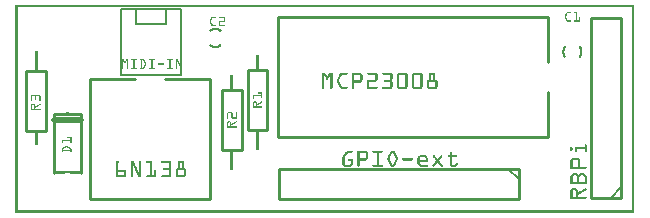
<source format=gto>
G04 MADE WITH FRITZING*
G04 WWW.FRITZING.ORG*
G04 DOUBLE SIDED*
G04 HOLES PLATED*
G04 CONTOUR ON CENTER OF CONTOUR VECTOR*
%ASAXBY*%
%FSLAX23Y23*%
%MOIN*%
%OFA0B0*%
%SFA1.0B1.0*%
%ADD10C,0.010000*%
%ADD11C,0.005000*%
%ADD12C,0.020000*%
%ADD13R,0.001000X0.001000*%
%LNSILK1*%
G90*
G70*
G54D10*
X1677Y148D02*
X877Y148D01*
D02*
X877Y148D02*
X877Y48D01*
D02*
X877Y48D02*
X1677Y48D01*
D02*
X1677Y48D02*
X1677Y148D01*
G54D11*
D02*
X1642Y148D02*
X1677Y113D01*
G54D10*
D02*
X2019Y50D02*
X2019Y650D01*
D02*
X2019Y650D02*
X1919Y650D01*
D02*
X1919Y650D02*
X1919Y50D01*
D02*
X1919Y50D02*
X2019Y50D01*
G54D11*
D02*
X2019Y85D02*
X1984Y50D01*
G54D10*
D02*
X249Y445D02*
X249Y45D01*
D02*
X249Y45D02*
X649Y45D01*
D02*
X649Y45D02*
X649Y445D01*
D02*
X249Y445D02*
X399Y445D01*
D02*
X499Y445D02*
X649Y445D01*
D02*
X1775Y654D02*
X1775Y504D01*
D02*
X1775Y404D02*
X1775Y254D01*
D02*
X1775Y654D02*
X875Y654D01*
D02*
X875Y254D02*
X1775Y254D01*
D02*
X875Y654D02*
X875Y254D01*
G54D11*
D02*
X552Y461D02*
X552Y681D01*
D02*
X352Y461D02*
X352Y681D01*
D02*
X352Y461D02*
X552Y461D01*
D02*
X352Y681D02*
X402Y681D01*
D02*
X402Y681D02*
X502Y681D01*
D02*
X502Y681D02*
X552Y681D01*
D02*
X502Y681D02*
X502Y631D01*
D02*
X502Y631D02*
X402Y631D01*
D02*
X402Y631D02*
X402Y681D01*
G54D10*
D02*
X773Y278D02*
X773Y478D01*
D02*
X773Y478D02*
X839Y478D01*
D02*
X839Y478D02*
X839Y278D01*
D02*
X839Y278D02*
X773Y278D01*
D02*
X688Y210D02*
X688Y410D01*
D02*
X688Y410D02*
X754Y410D01*
D02*
X754Y410D02*
X754Y210D01*
D02*
X754Y210D02*
X688Y210D01*
D02*
X218Y329D02*
X218Y134D01*
D02*
X128Y134D02*
X128Y329D01*
D02*
X128Y329D02*
X218Y329D01*
G54D12*
D02*
X128Y309D02*
X218Y309D01*
G54D10*
D02*
X102Y473D02*
X102Y273D01*
D02*
X102Y273D02*
X36Y273D01*
D02*
X36Y273D02*
X36Y473D01*
D02*
X36Y473D02*
X102Y473D01*
G54D13*
X0Y693D02*
X2062Y693D01*
X0Y692D02*
X2062Y692D01*
X0Y691D02*
X2062Y691D01*
X0Y690D02*
X2062Y690D01*
X0Y689D02*
X2062Y689D01*
X0Y688D02*
X2062Y688D01*
X0Y687D02*
X2062Y687D01*
X0Y686D02*
X2062Y686D01*
X0Y685D02*
X7Y685D01*
X2055Y685D02*
X2062Y685D01*
X0Y684D02*
X7Y684D01*
X2055Y684D02*
X2062Y684D01*
X0Y683D02*
X7Y683D01*
X2055Y683D02*
X2062Y683D01*
X0Y682D02*
X7Y682D01*
X2055Y682D02*
X2062Y682D01*
X0Y681D02*
X7Y681D01*
X2055Y681D02*
X2062Y681D01*
X0Y680D02*
X7Y680D01*
X2055Y680D02*
X2062Y680D01*
X0Y679D02*
X7Y679D01*
X2055Y679D02*
X2062Y679D01*
X0Y678D02*
X7Y678D01*
X2055Y678D02*
X2062Y678D01*
X0Y677D02*
X7Y677D01*
X2055Y677D02*
X2062Y677D01*
X0Y676D02*
X7Y676D01*
X2055Y676D02*
X2062Y676D01*
X0Y675D02*
X7Y675D01*
X2055Y675D02*
X2062Y675D01*
X0Y674D02*
X7Y674D01*
X2055Y674D02*
X2062Y674D01*
X0Y673D02*
X7Y673D01*
X2055Y673D02*
X2062Y673D01*
X0Y672D02*
X7Y672D01*
X2055Y672D02*
X2062Y672D01*
X0Y671D02*
X7Y671D01*
X2055Y671D02*
X2062Y671D01*
X0Y670D02*
X7Y670D01*
X2055Y670D02*
X2062Y670D01*
X0Y669D02*
X7Y669D01*
X1839Y669D02*
X1850Y669D01*
X1861Y669D02*
X1872Y669D01*
X2055Y669D02*
X2062Y669D01*
X0Y668D02*
X7Y668D01*
X1837Y668D02*
X1851Y668D01*
X1861Y668D02*
X1872Y668D01*
X2055Y668D02*
X2062Y668D01*
X0Y667D02*
X7Y667D01*
X1836Y667D02*
X1850Y667D01*
X1861Y667D02*
X1872Y667D01*
X2055Y667D02*
X2062Y667D01*
X0Y666D02*
X7Y666D01*
X1836Y666D02*
X1850Y666D01*
X1862Y666D02*
X1872Y666D01*
X2055Y666D02*
X2062Y666D01*
X0Y665D02*
X7Y665D01*
X1835Y665D02*
X1839Y665D01*
X1869Y665D02*
X1872Y665D01*
X2055Y665D02*
X2062Y665D01*
X0Y664D02*
X7Y664D01*
X1835Y664D02*
X1839Y664D01*
X1869Y664D02*
X1872Y664D01*
X2055Y664D02*
X2062Y664D01*
X0Y663D02*
X7Y663D01*
X1834Y663D02*
X1838Y663D01*
X1869Y663D02*
X1872Y663D01*
X2055Y663D02*
X2062Y663D01*
X0Y662D02*
X7Y662D01*
X1834Y662D02*
X1838Y662D01*
X1869Y662D02*
X1872Y662D01*
X2055Y662D02*
X2062Y662D01*
X0Y661D02*
X7Y661D01*
X1833Y661D02*
X1837Y661D01*
X1869Y661D02*
X1872Y661D01*
X2055Y661D02*
X2062Y661D01*
X0Y660D02*
X7Y660D01*
X1833Y660D02*
X1837Y660D01*
X1869Y660D02*
X1872Y660D01*
X2055Y660D02*
X2062Y660D01*
X0Y659D02*
X7Y659D01*
X1832Y659D02*
X1836Y659D01*
X1869Y659D02*
X1872Y659D01*
X2055Y659D02*
X2062Y659D01*
X0Y658D02*
X7Y658D01*
X1832Y658D02*
X1836Y658D01*
X1869Y658D02*
X1872Y658D01*
X2055Y658D02*
X2062Y658D01*
X0Y657D02*
X7Y657D01*
X1831Y657D02*
X1835Y657D01*
X1869Y657D02*
X1872Y657D01*
X2055Y657D02*
X2062Y657D01*
X0Y656D02*
X7Y656D01*
X1831Y656D02*
X1835Y656D01*
X1869Y656D02*
X1872Y656D01*
X2055Y656D02*
X2062Y656D01*
X0Y655D02*
X7Y655D01*
X1831Y655D02*
X1834Y655D01*
X1869Y655D02*
X1872Y655D01*
X2055Y655D02*
X2062Y655D01*
X0Y654D02*
X7Y654D01*
X656Y654D02*
X667Y654D01*
X679Y654D02*
X695Y654D01*
X1831Y654D02*
X1834Y654D01*
X1869Y654D02*
X1872Y654D01*
X2055Y654D02*
X2062Y654D01*
X0Y653D02*
X7Y653D01*
X655Y653D02*
X668Y653D01*
X678Y653D02*
X697Y653D01*
X1831Y653D02*
X1834Y653D01*
X1869Y653D02*
X1872Y653D01*
X2055Y653D02*
X2062Y653D01*
X0Y652D02*
X7Y652D01*
X654Y652D02*
X668Y652D01*
X678Y652D02*
X697Y652D01*
X1831Y652D02*
X1834Y652D01*
X1869Y652D02*
X1872Y652D01*
X1879Y652D02*
X1879Y652D01*
X2055Y652D02*
X2062Y652D01*
X0Y651D02*
X7Y651D01*
X653Y651D02*
X667Y651D01*
X678Y651D02*
X698Y651D01*
X1831Y651D02*
X1835Y651D01*
X1869Y651D02*
X1872Y651D01*
X1878Y651D02*
X1880Y651D01*
X2055Y651D02*
X2062Y651D01*
X0Y650D02*
X7Y650D01*
X653Y650D02*
X657Y650D01*
X694Y650D02*
X698Y650D01*
X1832Y650D02*
X1835Y650D01*
X1869Y650D02*
X1872Y650D01*
X1877Y650D02*
X1881Y650D01*
X2055Y650D02*
X2062Y650D01*
X0Y649D02*
X7Y649D01*
X652Y649D02*
X656Y649D01*
X694Y649D02*
X698Y649D01*
X1832Y649D02*
X1836Y649D01*
X1869Y649D02*
X1872Y649D01*
X1877Y649D02*
X1881Y649D01*
X2055Y649D02*
X2062Y649D01*
X0Y648D02*
X7Y648D01*
X652Y648D02*
X655Y648D01*
X694Y648D02*
X698Y648D01*
X1832Y648D02*
X1836Y648D01*
X1869Y648D02*
X1872Y648D01*
X1877Y648D02*
X1881Y648D01*
X2055Y648D02*
X2062Y648D01*
X0Y647D02*
X7Y647D01*
X651Y647D02*
X655Y647D01*
X694Y647D02*
X698Y647D01*
X1833Y647D02*
X1837Y647D01*
X1869Y647D02*
X1872Y647D01*
X1877Y647D02*
X1881Y647D01*
X2055Y647D02*
X2062Y647D01*
X0Y646D02*
X7Y646D01*
X651Y646D02*
X654Y646D01*
X694Y646D02*
X698Y646D01*
X1833Y646D02*
X1837Y646D01*
X1869Y646D02*
X1872Y646D01*
X1877Y646D02*
X1881Y646D01*
X2055Y646D02*
X2062Y646D01*
X0Y645D02*
X7Y645D01*
X650Y645D02*
X654Y645D01*
X694Y645D02*
X698Y645D01*
X1834Y645D02*
X1838Y645D01*
X1869Y645D02*
X1872Y645D01*
X1877Y645D02*
X1881Y645D01*
X2055Y645D02*
X2062Y645D01*
X0Y644D02*
X7Y644D01*
X650Y644D02*
X653Y644D01*
X694Y644D02*
X698Y644D01*
X1834Y644D02*
X1838Y644D01*
X1869Y644D02*
X1872Y644D01*
X1877Y644D02*
X1881Y644D01*
X2055Y644D02*
X2062Y644D01*
X0Y643D02*
X7Y643D01*
X649Y643D02*
X653Y643D01*
X694Y643D02*
X698Y643D01*
X1835Y643D02*
X1839Y643D01*
X1869Y643D02*
X1872Y643D01*
X1877Y643D02*
X1881Y643D01*
X2055Y643D02*
X2062Y643D01*
X0Y642D02*
X7Y642D01*
X649Y642D02*
X652Y642D01*
X694Y642D02*
X698Y642D01*
X1836Y642D02*
X1840Y642D01*
X1869Y642D02*
X1872Y642D01*
X1877Y642D02*
X1881Y642D01*
X2055Y642D02*
X2062Y642D01*
X0Y641D02*
X7Y641D01*
X648Y641D02*
X652Y641D01*
X694Y641D02*
X698Y641D01*
X1836Y641D02*
X1850Y641D01*
X1862Y641D02*
X1881Y641D01*
X2055Y641D02*
X2062Y641D01*
X0Y640D02*
X7Y640D01*
X648Y640D02*
X651Y640D01*
X680Y640D02*
X698Y640D01*
X1837Y640D02*
X1851Y640D01*
X1861Y640D02*
X1881Y640D01*
X2055Y640D02*
X2062Y640D01*
X0Y639D02*
X7Y639D01*
X648Y639D02*
X651Y639D01*
X679Y639D02*
X697Y639D01*
X1838Y639D02*
X1851Y639D01*
X1861Y639D02*
X1881Y639D01*
X2055Y639D02*
X2062Y639D01*
X0Y638D02*
X7Y638D01*
X648Y638D02*
X651Y638D01*
X678Y638D02*
X697Y638D01*
X1839Y638D02*
X1850Y638D01*
X1862Y638D02*
X1880Y638D01*
X2055Y638D02*
X2062Y638D01*
X0Y637D02*
X7Y637D01*
X648Y637D02*
X651Y637D01*
X678Y637D02*
X696Y637D01*
X2055Y637D02*
X2062Y637D01*
X0Y636D02*
X7Y636D01*
X648Y636D02*
X652Y636D01*
X678Y636D02*
X681Y636D01*
X2055Y636D02*
X2062Y636D01*
X0Y635D02*
X7Y635D01*
X648Y635D02*
X652Y635D01*
X678Y635D02*
X681Y635D01*
X2055Y635D02*
X2062Y635D01*
X0Y634D02*
X7Y634D01*
X649Y634D02*
X653Y634D01*
X678Y634D02*
X681Y634D01*
X2055Y634D02*
X2062Y634D01*
X0Y633D02*
X7Y633D01*
X649Y633D02*
X653Y633D01*
X678Y633D02*
X681Y633D01*
X2055Y633D02*
X2062Y633D01*
X0Y632D02*
X7Y632D01*
X650Y632D02*
X654Y632D01*
X678Y632D02*
X681Y632D01*
X2055Y632D02*
X2062Y632D01*
X0Y631D02*
X7Y631D01*
X650Y631D02*
X654Y631D01*
X678Y631D02*
X681Y631D01*
X2055Y631D02*
X2062Y631D01*
X0Y630D02*
X7Y630D01*
X651Y630D02*
X655Y630D01*
X678Y630D02*
X681Y630D01*
X2055Y630D02*
X2062Y630D01*
X0Y629D02*
X7Y629D01*
X651Y629D02*
X655Y629D01*
X678Y629D02*
X681Y629D01*
X2055Y629D02*
X2062Y629D01*
X0Y628D02*
X7Y628D01*
X652Y628D02*
X656Y628D01*
X678Y628D02*
X681Y628D01*
X2055Y628D02*
X2062Y628D01*
X0Y627D02*
X7Y627D01*
X652Y627D02*
X656Y627D01*
X678Y627D02*
X681Y627D01*
X2055Y627D02*
X2062Y627D01*
X0Y626D02*
X7Y626D01*
X653Y626D02*
X666Y626D01*
X678Y626D02*
X696Y626D01*
X2055Y626D02*
X2062Y626D01*
X0Y625D02*
X7Y625D01*
X653Y625D02*
X667Y625D01*
X678Y625D02*
X697Y625D01*
X2055Y625D02*
X2062Y625D01*
X0Y624D02*
X7Y624D01*
X654Y624D02*
X668Y624D01*
X678Y624D02*
X698Y624D01*
X2055Y624D02*
X2062Y624D01*
X0Y623D02*
X7Y623D01*
X655Y623D02*
X667Y623D01*
X678Y623D02*
X697Y623D01*
X2055Y623D02*
X2062Y623D01*
X0Y622D02*
X7Y622D01*
X2055Y622D02*
X2062Y622D01*
X0Y621D02*
X7Y621D01*
X2055Y621D02*
X2062Y621D01*
X0Y620D02*
X7Y620D01*
X2055Y620D02*
X2062Y620D01*
X0Y619D02*
X7Y619D01*
X2055Y619D02*
X2062Y619D01*
X0Y618D02*
X7Y618D01*
X2055Y618D02*
X2062Y618D01*
X0Y617D02*
X7Y617D01*
X2055Y617D02*
X2062Y617D01*
X0Y616D02*
X7Y616D01*
X659Y616D02*
X672Y616D01*
X2055Y616D02*
X2062Y616D01*
X0Y615D02*
X7Y615D01*
X656Y615D02*
X676Y615D01*
X2055Y615D02*
X2062Y615D01*
X0Y614D02*
X7Y614D01*
X653Y614D02*
X679Y614D01*
X2055Y614D02*
X2062Y614D01*
X0Y613D02*
X7Y613D01*
X651Y613D02*
X681Y613D01*
X2055Y613D02*
X2062Y613D01*
X0Y612D02*
X7Y612D01*
X649Y612D02*
X683Y612D01*
X2055Y612D02*
X2062Y612D01*
X0Y611D02*
X7Y611D01*
X647Y611D02*
X684Y611D01*
X2055Y611D02*
X2062Y611D01*
X0Y610D02*
X7Y610D01*
X646Y610D02*
X685Y610D01*
X2055Y610D02*
X2062Y610D01*
X0Y609D02*
X7Y609D01*
X645Y609D02*
X663Y609D01*
X669Y609D02*
X686Y609D01*
X2055Y609D02*
X2062Y609D01*
X0Y608D02*
X7Y608D01*
X646Y608D02*
X658Y608D01*
X674Y608D02*
X686Y608D01*
X2055Y608D02*
X2062Y608D01*
X0Y607D02*
X7Y607D01*
X647Y607D02*
X655Y607D01*
X676Y607D02*
X685Y607D01*
X2055Y607D02*
X2062Y607D01*
X0Y606D02*
X7Y606D01*
X648Y606D02*
X653Y606D01*
X678Y606D02*
X684Y606D01*
X2055Y606D02*
X2062Y606D01*
X0Y605D02*
X7Y605D01*
X648Y605D02*
X652Y605D01*
X680Y605D02*
X683Y605D01*
X2055Y605D02*
X2062Y605D01*
X0Y604D02*
X7Y604D01*
X649Y604D02*
X650Y604D01*
X681Y604D02*
X682Y604D01*
X2055Y604D02*
X2062Y604D01*
X0Y603D02*
X7Y603D01*
X2055Y603D02*
X2062Y603D01*
X0Y602D02*
X7Y602D01*
X2055Y602D02*
X2062Y602D01*
X0Y601D02*
X7Y601D01*
X2055Y601D02*
X2062Y601D01*
X0Y600D02*
X7Y600D01*
X2055Y600D02*
X2062Y600D01*
X0Y599D02*
X7Y599D01*
X2055Y599D02*
X2062Y599D01*
X0Y598D02*
X7Y598D01*
X2055Y598D02*
X2062Y598D01*
X0Y597D02*
X7Y597D01*
X2055Y597D02*
X2062Y597D01*
X0Y596D02*
X7Y596D01*
X2055Y596D02*
X2062Y596D01*
X0Y595D02*
X7Y595D01*
X2055Y595D02*
X2062Y595D01*
X0Y594D02*
X7Y594D01*
X2055Y594D02*
X2062Y594D01*
X0Y593D02*
X7Y593D01*
X2055Y593D02*
X2062Y593D01*
X0Y592D02*
X7Y592D01*
X2055Y592D02*
X2062Y592D01*
X0Y591D02*
X7Y591D01*
X2055Y591D02*
X2062Y591D01*
X0Y590D02*
X7Y590D01*
X2055Y590D02*
X2062Y590D01*
X0Y589D02*
X7Y589D01*
X2055Y589D02*
X2062Y589D01*
X0Y588D02*
X7Y588D01*
X2055Y588D02*
X2062Y588D01*
X0Y587D02*
X7Y587D01*
X2055Y587D02*
X2062Y587D01*
X0Y586D02*
X7Y586D01*
X2055Y586D02*
X2062Y586D01*
X0Y585D02*
X7Y585D01*
X2055Y585D02*
X2062Y585D01*
X0Y584D02*
X7Y584D01*
X2055Y584D02*
X2062Y584D01*
X0Y583D02*
X7Y583D01*
X2055Y583D02*
X2062Y583D01*
X0Y582D02*
X7Y582D01*
X2055Y582D02*
X2062Y582D01*
X0Y581D02*
X7Y581D01*
X2055Y581D02*
X2062Y581D01*
X0Y580D02*
X7Y580D01*
X2055Y580D02*
X2062Y580D01*
X0Y579D02*
X7Y579D01*
X2055Y579D02*
X2062Y579D01*
X0Y578D02*
X7Y578D01*
X2055Y578D02*
X2062Y578D01*
X0Y577D02*
X7Y577D01*
X2055Y577D02*
X2062Y577D01*
X0Y576D02*
X7Y576D01*
X2055Y576D02*
X2062Y576D01*
X0Y575D02*
X7Y575D01*
X2055Y575D02*
X2062Y575D01*
X0Y574D02*
X7Y574D01*
X2055Y574D02*
X2062Y574D01*
X0Y573D02*
X7Y573D01*
X2055Y573D02*
X2062Y573D01*
X0Y572D02*
X7Y572D01*
X2055Y572D02*
X2062Y572D01*
X0Y571D02*
X7Y571D01*
X2055Y571D02*
X2062Y571D01*
X0Y570D02*
X7Y570D01*
X2055Y570D02*
X2062Y570D01*
X0Y569D02*
X7Y569D01*
X2055Y569D02*
X2062Y569D01*
X0Y568D02*
X7Y568D01*
X2055Y568D02*
X2062Y568D01*
X0Y567D02*
X7Y567D01*
X2055Y567D02*
X2062Y567D01*
X0Y566D02*
X7Y566D01*
X2055Y566D02*
X2062Y566D01*
X0Y565D02*
X7Y565D01*
X2055Y565D02*
X2062Y565D01*
X0Y564D02*
X7Y564D01*
X2055Y564D02*
X2062Y564D01*
X0Y563D02*
X7Y563D01*
X2055Y563D02*
X2062Y563D01*
X0Y562D02*
X7Y562D01*
X649Y562D02*
X650Y562D01*
X681Y562D02*
X682Y562D01*
X2055Y562D02*
X2062Y562D01*
X0Y561D02*
X7Y561D01*
X648Y561D02*
X652Y561D01*
X680Y561D02*
X683Y561D01*
X2055Y561D02*
X2062Y561D01*
X0Y560D02*
X7Y560D01*
X648Y560D02*
X653Y560D01*
X678Y560D02*
X684Y560D01*
X2055Y560D02*
X2062Y560D01*
X0Y559D02*
X7Y559D01*
X647Y559D02*
X655Y559D01*
X677Y559D02*
X685Y559D01*
X2055Y559D02*
X2062Y559D01*
X0Y558D02*
X7Y558D01*
X646Y558D02*
X658Y558D01*
X674Y558D02*
X685Y558D01*
X2055Y558D02*
X2062Y558D01*
X0Y557D02*
X7Y557D01*
X645Y557D02*
X662Y557D01*
X670Y557D02*
X686Y557D01*
X1829Y557D02*
X1831Y557D01*
X1881Y557D02*
X1883Y557D01*
X2055Y557D02*
X2062Y557D01*
X0Y556D02*
X7Y556D01*
X646Y556D02*
X686Y556D01*
X1829Y556D02*
X1832Y556D01*
X1880Y556D02*
X1883Y556D01*
X2055Y556D02*
X2062Y556D01*
X0Y555D02*
X7Y555D01*
X647Y555D02*
X684Y555D01*
X1828Y555D02*
X1833Y555D01*
X1879Y555D02*
X1884Y555D01*
X2055Y555D02*
X2062Y555D01*
X0Y554D02*
X7Y554D01*
X649Y554D02*
X683Y554D01*
X1827Y554D02*
X1835Y554D01*
X1877Y554D02*
X1885Y554D01*
X2055Y554D02*
X2062Y554D01*
X0Y553D02*
X7Y553D01*
X651Y553D02*
X681Y553D01*
X1827Y553D02*
X1835Y553D01*
X1877Y553D02*
X1885Y553D01*
X2055Y553D02*
X2062Y553D01*
X0Y552D02*
X7Y552D01*
X653Y552D02*
X679Y552D01*
X1826Y552D02*
X1835Y552D01*
X1877Y552D02*
X1886Y552D01*
X2055Y552D02*
X2062Y552D01*
X0Y551D02*
X7Y551D01*
X655Y551D02*
X677Y551D01*
X1826Y551D02*
X1834Y551D01*
X1878Y551D02*
X1886Y551D01*
X2055Y551D02*
X2062Y551D01*
X0Y550D02*
X7Y550D01*
X659Y550D02*
X673Y550D01*
X1825Y550D02*
X1833Y550D01*
X1879Y550D02*
X1887Y550D01*
X2055Y550D02*
X2062Y550D01*
X0Y549D02*
X7Y549D01*
X1825Y549D02*
X1832Y549D01*
X1879Y549D02*
X1887Y549D01*
X2055Y549D02*
X2062Y549D01*
X0Y548D02*
X7Y548D01*
X1824Y548D02*
X1832Y548D01*
X1880Y548D02*
X1887Y548D01*
X2055Y548D02*
X2062Y548D01*
X0Y547D02*
X7Y547D01*
X1824Y547D02*
X1831Y547D01*
X1880Y547D02*
X1888Y547D01*
X2055Y547D02*
X2062Y547D01*
X0Y546D02*
X7Y546D01*
X1824Y546D02*
X1831Y546D01*
X1881Y546D02*
X1888Y546D01*
X2055Y546D02*
X2062Y546D01*
X0Y545D02*
X7Y545D01*
X1824Y545D02*
X1831Y545D01*
X1881Y545D02*
X1888Y545D01*
X2055Y545D02*
X2062Y545D01*
X0Y544D02*
X7Y544D01*
X1823Y544D02*
X1830Y544D01*
X1882Y544D02*
X1888Y544D01*
X2055Y544D02*
X2062Y544D01*
X0Y543D02*
X7Y543D01*
X1823Y543D02*
X1830Y543D01*
X1882Y543D02*
X1889Y543D01*
X2055Y543D02*
X2062Y543D01*
X0Y542D02*
X7Y542D01*
X1823Y542D02*
X1830Y542D01*
X1882Y542D02*
X1889Y542D01*
X2055Y542D02*
X2062Y542D01*
X0Y541D02*
X7Y541D01*
X1823Y541D02*
X1830Y541D01*
X1882Y541D02*
X1889Y541D01*
X2055Y541D02*
X2062Y541D01*
X0Y540D02*
X7Y540D01*
X64Y540D02*
X73Y540D01*
X1823Y540D02*
X1829Y540D01*
X1882Y540D02*
X1889Y540D01*
X2055Y540D02*
X2062Y540D01*
X0Y539D02*
X7Y539D01*
X64Y539D02*
X73Y539D01*
X1823Y539D02*
X1829Y539D01*
X1883Y539D02*
X1889Y539D01*
X2055Y539D02*
X2062Y539D01*
X0Y538D02*
X7Y538D01*
X64Y538D02*
X73Y538D01*
X1823Y538D02*
X1829Y538D01*
X1883Y538D02*
X1889Y538D01*
X2055Y538D02*
X2062Y538D01*
X0Y537D02*
X7Y537D01*
X64Y537D02*
X73Y537D01*
X1823Y537D02*
X1829Y537D01*
X1883Y537D02*
X1889Y537D01*
X2055Y537D02*
X2062Y537D01*
X0Y536D02*
X7Y536D01*
X64Y536D02*
X73Y536D01*
X1823Y536D02*
X1829Y536D01*
X1883Y536D02*
X1889Y536D01*
X2055Y536D02*
X2062Y536D01*
X0Y535D02*
X7Y535D01*
X64Y535D02*
X73Y535D01*
X1823Y535D02*
X1829Y535D01*
X1883Y535D02*
X1889Y535D01*
X2055Y535D02*
X2062Y535D01*
X0Y534D02*
X7Y534D01*
X64Y534D02*
X73Y534D01*
X1823Y534D02*
X1829Y534D01*
X1882Y534D02*
X1889Y534D01*
X2055Y534D02*
X2062Y534D01*
X0Y533D02*
X7Y533D01*
X64Y533D02*
X73Y533D01*
X1823Y533D02*
X1830Y533D01*
X1882Y533D02*
X1889Y533D01*
X2055Y533D02*
X2062Y533D01*
X0Y532D02*
X7Y532D01*
X64Y532D02*
X73Y532D01*
X1823Y532D02*
X1830Y532D01*
X1882Y532D02*
X1889Y532D01*
X2055Y532D02*
X2062Y532D01*
X0Y531D02*
X7Y531D01*
X64Y531D02*
X73Y531D01*
X1823Y531D02*
X1830Y531D01*
X1882Y531D02*
X1889Y531D01*
X2055Y531D02*
X2062Y531D01*
X0Y530D02*
X7Y530D01*
X64Y530D02*
X73Y530D01*
X1823Y530D02*
X1830Y530D01*
X1882Y530D02*
X1889Y530D01*
X2055Y530D02*
X2062Y530D01*
X0Y529D02*
X7Y529D01*
X64Y529D02*
X73Y529D01*
X1824Y529D02*
X1831Y529D01*
X1881Y529D02*
X1888Y529D01*
X2055Y529D02*
X2062Y529D01*
X0Y528D02*
X7Y528D01*
X64Y528D02*
X73Y528D01*
X1824Y528D02*
X1831Y528D01*
X1881Y528D02*
X1888Y528D01*
X2055Y528D02*
X2062Y528D01*
X0Y527D02*
X7Y527D01*
X64Y527D02*
X73Y527D01*
X1824Y527D02*
X1831Y527D01*
X1881Y527D02*
X1888Y527D01*
X2055Y527D02*
X2062Y527D01*
X0Y526D02*
X7Y526D01*
X64Y526D02*
X73Y526D01*
X801Y526D02*
X802Y526D01*
X809Y526D02*
X810Y526D01*
X1824Y526D02*
X1832Y526D01*
X1880Y526D02*
X1887Y526D01*
X2055Y526D02*
X2062Y526D01*
X0Y525D02*
X7Y525D01*
X64Y525D02*
X73Y525D01*
X801Y525D02*
X810Y525D01*
X1825Y525D02*
X1832Y525D01*
X1879Y525D02*
X1887Y525D01*
X2055Y525D02*
X2062Y525D01*
X0Y524D02*
X7Y524D01*
X64Y524D02*
X73Y524D01*
X801Y524D02*
X810Y524D01*
X1825Y524D02*
X1833Y524D01*
X1879Y524D02*
X1887Y524D01*
X2055Y524D02*
X2062Y524D01*
X0Y523D02*
X7Y523D01*
X64Y523D02*
X73Y523D01*
X801Y523D02*
X810Y523D01*
X1825Y523D02*
X1834Y523D01*
X1878Y523D02*
X1886Y523D01*
X2055Y523D02*
X2062Y523D01*
X0Y522D02*
X7Y522D01*
X64Y522D02*
X73Y522D01*
X801Y522D02*
X810Y522D01*
X1826Y522D02*
X1834Y522D01*
X1877Y522D02*
X1886Y522D01*
X2055Y522D02*
X2062Y522D01*
X0Y521D02*
X7Y521D01*
X64Y521D02*
X73Y521D01*
X801Y521D02*
X810Y521D01*
X1826Y521D02*
X1835Y521D01*
X1877Y521D02*
X1885Y521D01*
X2055Y521D02*
X2062Y521D01*
X0Y520D02*
X7Y520D01*
X64Y520D02*
X73Y520D01*
X801Y520D02*
X810Y520D01*
X1827Y520D02*
X1835Y520D01*
X1877Y520D02*
X1885Y520D01*
X2055Y520D02*
X2062Y520D01*
X0Y519D02*
X7Y519D01*
X64Y519D02*
X73Y519D01*
X801Y519D02*
X810Y519D01*
X1828Y519D02*
X1833Y519D01*
X1879Y519D02*
X1884Y519D01*
X2055Y519D02*
X2062Y519D01*
X0Y518D02*
X7Y518D01*
X64Y518D02*
X73Y518D01*
X801Y518D02*
X810Y518D01*
X1828Y518D02*
X1832Y518D01*
X1880Y518D02*
X1883Y518D01*
X2055Y518D02*
X2062Y518D01*
X0Y517D02*
X7Y517D01*
X64Y517D02*
X73Y517D01*
X801Y517D02*
X810Y517D01*
X1829Y517D02*
X1831Y517D01*
X1881Y517D02*
X1883Y517D01*
X2055Y517D02*
X2062Y517D01*
X0Y516D02*
X7Y516D01*
X64Y516D02*
X73Y516D01*
X801Y516D02*
X810Y516D01*
X1830Y516D02*
X1830Y516D01*
X1882Y516D02*
X1882Y516D01*
X2055Y516D02*
X2062Y516D01*
X0Y515D02*
X7Y515D01*
X64Y515D02*
X73Y515D01*
X801Y515D02*
X810Y515D01*
X2055Y515D02*
X2062Y515D01*
X0Y514D02*
X7Y514D01*
X64Y514D02*
X73Y514D01*
X801Y514D02*
X810Y514D01*
X2055Y514D02*
X2062Y514D01*
X0Y513D02*
X7Y513D01*
X64Y513D02*
X73Y513D01*
X801Y513D02*
X810Y513D01*
X2055Y513D02*
X2062Y513D01*
X0Y512D02*
X7Y512D01*
X64Y512D02*
X73Y512D01*
X355Y512D02*
X360Y512D01*
X370Y512D02*
X375Y512D01*
X386Y512D02*
X404Y512D01*
X416Y512D02*
X427Y512D01*
X446Y512D02*
X464Y512D01*
X506Y512D02*
X524Y512D01*
X535Y512D02*
X540Y512D01*
X552Y512D02*
X554Y512D01*
X801Y512D02*
X810Y512D01*
X2055Y512D02*
X2062Y512D01*
X0Y511D02*
X7Y511D01*
X64Y511D02*
X73Y511D01*
X355Y511D02*
X360Y511D01*
X369Y511D02*
X375Y511D01*
X385Y511D02*
X405Y511D01*
X415Y511D02*
X428Y511D01*
X445Y511D02*
X465Y511D01*
X505Y511D02*
X525Y511D01*
X535Y511D02*
X540Y511D01*
X552Y511D02*
X555Y511D01*
X801Y511D02*
X810Y511D01*
X2055Y511D02*
X2062Y511D01*
X0Y510D02*
X7Y510D01*
X64Y510D02*
X73Y510D01*
X355Y510D02*
X361Y510D01*
X369Y510D02*
X375Y510D01*
X385Y510D02*
X405Y510D01*
X415Y510D02*
X429Y510D01*
X445Y510D02*
X465Y510D01*
X505Y510D02*
X525Y510D01*
X535Y510D02*
X541Y510D01*
X551Y510D02*
X555Y510D01*
X801Y510D02*
X810Y510D01*
X2055Y510D02*
X2062Y510D01*
X0Y509D02*
X7Y509D01*
X64Y509D02*
X73Y509D01*
X355Y509D02*
X362Y509D01*
X368Y509D02*
X375Y509D01*
X386Y509D02*
X404Y509D01*
X416Y509D02*
X429Y509D01*
X446Y509D02*
X464Y509D01*
X506Y509D02*
X524Y509D01*
X535Y509D02*
X541Y509D01*
X551Y509D02*
X555Y509D01*
X801Y509D02*
X810Y509D01*
X2055Y509D02*
X2062Y509D01*
X0Y508D02*
X7Y508D01*
X64Y508D02*
X73Y508D01*
X355Y508D02*
X362Y508D01*
X367Y508D02*
X375Y508D01*
X393Y508D02*
X396Y508D01*
X419Y508D02*
X422Y508D01*
X426Y508D02*
X430Y508D01*
X453Y508D02*
X456Y508D01*
X513Y508D02*
X516Y508D01*
X535Y508D02*
X542Y508D01*
X551Y508D02*
X555Y508D01*
X801Y508D02*
X810Y508D01*
X2055Y508D02*
X2062Y508D01*
X0Y507D02*
X7Y507D01*
X64Y507D02*
X73Y507D01*
X355Y507D02*
X363Y507D01*
X366Y507D02*
X375Y507D01*
X393Y507D02*
X396Y507D01*
X419Y507D02*
X422Y507D01*
X427Y507D02*
X430Y507D01*
X453Y507D02*
X456Y507D01*
X513Y507D02*
X516Y507D01*
X535Y507D02*
X542Y507D01*
X551Y507D02*
X555Y507D01*
X801Y507D02*
X810Y507D01*
X2055Y507D02*
X2062Y507D01*
X0Y506D02*
X7Y506D01*
X64Y506D02*
X73Y506D01*
X355Y506D02*
X358Y506D01*
X360Y506D02*
X364Y506D01*
X366Y506D02*
X375Y506D01*
X393Y506D02*
X396Y506D01*
X419Y506D02*
X422Y506D01*
X427Y506D02*
X431Y506D01*
X453Y506D02*
X456Y506D01*
X513Y506D02*
X516Y506D01*
X535Y506D02*
X542Y506D01*
X551Y506D02*
X555Y506D01*
X801Y506D02*
X810Y506D01*
X2055Y506D02*
X2062Y506D01*
X0Y505D02*
X7Y505D01*
X64Y505D02*
X73Y505D01*
X355Y505D02*
X358Y505D01*
X360Y505D02*
X369Y505D01*
X372Y505D02*
X375Y505D01*
X393Y505D02*
X396Y505D01*
X419Y505D02*
X422Y505D01*
X428Y505D02*
X432Y505D01*
X453Y505D02*
X456Y505D01*
X513Y505D02*
X516Y505D01*
X535Y505D02*
X543Y505D01*
X551Y505D02*
X555Y505D01*
X801Y505D02*
X810Y505D01*
X2055Y505D02*
X2062Y505D01*
X0Y504D02*
X7Y504D01*
X64Y504D02*
X73Y504D01*
X355Y504D02*
X358Y504D01*
X361Y504D02*
X369Y504D01*
X372Y504D02*
X375Y504D01*
X393Y504D02*
X396Y504D01*
X419Y504D02*
X422Y504D01*
X428Y504D02*
X432Y504D01*
X453Y504D02*
X456Y504D01*
X513Y504D02*
X516Y504D01*
X535Y504D02*
X543Y504D01*
X551Y504D02*
X555Y504D01*
X801Y504D02*
X810Y504D01*
X2055Y504D02*
X2062Y504D01*
X0Y503D02*
X7Y503D01*
X64Y503D02*
X73Y503D01*
X355Y503D02*
X358Y503D01*
X362Y503D02*
X368Y503D01*
X372Y503D02*
X375Y503D01*
X393Y503D02*
X396Y503D01*
X419Y503D02*
X422Y503D01*
X429Y503D02*
X433Y503D01*
X453Y503D02*
X456Y503D01*
X513Y503D02*
X516Y503D01*
X535Y503D02*
X538Y503D01*
X540Y503D02*
X544Y503D01*
X551Y503D02*
X555Y503D01*
X801Y503D02*
X810Y503D01*
X2055Y503D02*
X2062Y503D01*
X0Y502D02*
X7Y502D01*
X64Y502D02*
X73Y502D01*
X355Y502D02*
X358Y502D01*
X363Y502D02*
X367Y502D01*
X372Y502D02*
X375Y502D01*
X393Y502D02*
X396Y502D01*
X419Y502D02*
X422Y502D01*
X429Y502D02*
X433Y502D01*
X453Y502D02*
X456Y502D01*
X513Y502D02*
X516Y502D01*
X535Y502D02*
X538Y502D01*
X541Y502D02*
X544Y502D01*
X551Y502D02*
X555Y502D01*
X801Y502D02*
X810Y502D01*
X2055Y502D02*
X2062Y502D01*
X0Y501D02*
X7Y501D01*
X64Y501D02*
X73Y501D01*
X355Y501D02*
X358Y501D01*
X363Y501D02*
X367Y501D01*
X372Y501D02*
X375Y501D01*
X393Y501D02*
X396Y501D01*
X419Y501D02*
X422Y501D01*
X430Y501D02*
X434Y501D01*
X453Y501D02*
X456Y501D01*
X513Y501D02*
X516Y501D01*
X535Y501D02*
X538Y501D01*
X541Y501D02*
X545Y501D01*
X551Y501D02*
X555Y501D01*
X801Y501D02*
X810Y501D01*
X2055Y501D02*
X2062Y501D01*
X0Y500D02*
X7Y500D01*
X64Y500D02*
X73Y500D01*
X355Y500D02*
X358Y500D01*
X363Y500D02*
X366Y500D01*
X372Y500D02*
X375Y500D01*
X393Y500D02*
X396Y500D01*
X419Y500D02*
X422Y500D01*
X430Y500D02*
X434Y500D01*
X453Y500D02*
X456Y500D01*
X513Y500D02*
X516Y500D01*
X535Y500D02*
X538Y500D01*
X541Y500D02*
X545Y500D01*
X551Y500D02*
X555Y500D01*
X801Y500D02*
X810Y500D01*
X2055Y500D02*
X2062Y500D01*
X0Y499D02*
X7Y499D01*
X64Y499D02*
X73Y499D01*
X355Y499D02*
X358Y499D01*
X363Y499D02*
X366Y499D01*
X372Y499D02*
X375Y499D01*
X393Y499D02*
X396Y499D01*
X419Y499D02*
X422Y499D01*
X431Y499D02*
X434Y499D01*
X453Y499D02*
X456Y499D01*
X513Y499D02*
X516Y499D01*
X535Y499D02*
X538Y499D01*
X542Y499D02*
X545Y499D01*
X551Y499D02*
X555Y499D01*
X801Y499D02*
X810Y499D01*
X2055Y499D02*
X2062Y499D01*
X0Y498D02*
X7Y498D01*
X64Y498D02*
X73Y498D01*
X355Y498D02*
X358Y498D01*
X365Y498D02*
X365Y498D01*
X372Y498D02*
X375Y498D01*
X393Y498D02*
X396Y498D01*
X419Y498D02*
X422Y498D01*
X431Y498D02*
X435Y498D01*
X453Y498D02*
X456Y498D01*
X476Y498D02*
X494Y498D01*
X513Y498D02*
X516Y498D01*
X535Y498D02*
X538Y498D01*
X542Y498D02*
X546Y498D01*
X551Y498D02*
X555Y498D01*
X801Y498D02*
X810Y498D01*
X2055Y498D02*
X2062Y498D01*
X0Y497D02*
X7Y497D01*
X64Y497D02*
X73Y497D01*
X355Y497D02*
X358Y497D01*
X372Y497D02*
X375Y497D01*
X393Y497D02*
X396Y497D01*
X419Y497D02*
X422Y497D01*
X431Y497D02*
X435Y497D01*
X453Y497D02*
X456Y497D01*
X475Y497D02*
X495Y497D01*
X513Y497D02*
X516Y497D01*
X535Y497D02*
X538Y497D01*
X543Y497D02*
X546Y497D01*
X551Y497D02*
X555Y497D01*
X801Y497D02*
X810Y497D01*
X2055Y497D02*
X2062Y497D01*
X0Y496D02*
X7Y496D01*
X64Y496D02*
X73Y496D01*
X355Y496D02*
X358Y496D01*
X372Y496D02*
X375Y496D01*
X393Y496D02*
X396Y496D01*
X419Y496D02*
X422Y496D01*
X431Y496D02*
X435Y496D01*
X453Y496D02*
X456Y496D01*
X475Y496D02*
X495Y496D01*
X513Y496D02*
X516Y496D01*
X535Y496D02*
X538Y496D01*
X543Y496D02*
X547Y496D01*
X551Y496D02*
X555Y496D01*
X801Y496D02*
X810Y496D01*
X2055Y496D02*
X2062Y496D01*
X0Y495D02*
X7Y495D01*
X64Y495D02*
X73Y495D01*
X355Y495D02*
X358Y495D01*
X372Y495D02*
X375Y495D01*
X393Y495D02*
X396Y495D01*
X419Y495D02*
X422Y495D01*
X431Y495D02*
X435Y495D01*
X453Y495D02*
X456Y495D01*
X475Y495D02*
X495Y495D01*
X513Y495D02*
X516Y495D01*
X535Y495D02*
X538Y495D01*
X544Y495D02*
X547Y495D01*
X551Y495D02*
X555Y495D01*
X801Y495D02*
X810Y495D01*
X2055Y495D02*
X2062Y495D01*
X0Y494D02*
X7Y494D01*
X64Y494D02*
X73Y494D01*
X355Y494D02*
X358Y494D01*
X372Y494D02*
X375Y494D01*
X393Y494D02*
X396Y494D01*
X419Y494D02*
X422Y494D01*
X431Y494D02*
X434Y494D01*
X453Y494D02*
X456Y494D01*
X475Y494D02*
X495Y494D01*
X513Y494D02*
X516Y494D01*
X535Y494D02*
X538Y494D01*
X544Y494D02*
X548Y494D01*
X551Y494D02*
X555Y494D01*
X801Y494D02*
X810Y494D01*
X2055Y494D02*
X2062Y494D01*
X0Y493D02*
X7Y493D01*
X64Y493D02*
X73Y493D01*
X355Y493D02*
X358Y493D01*
X372Y493D02*
X375Y493D01*
X393Y493D02*
X396Y493D01*
X419Y493D02*
X422Y493D01*
X430Y493D02*
X434Y493D01*
X453Y493D02*
X456Y493D01*
X476Y493D02*
X494Y493D01*
X513Y493D02*
X516Y493D01*
X535Y493D02*
X538Y493D01*
X544Y493D02*
X548Y493D01*
X551Y493D02*
X555Y493D01*
X801Y493D02*
X810Y493D01*
X2055Y493D02*
X2062Y493D01*
X0Y492D02*
X7Y492D01*
X64Y492D02*
X73Y492D01*
X355Y492D02*
X358Y492D01*
X372Y492D02*
X375Y492D01*
X393Y492D02*
X396Y492D01*
X419Y492D02*
X422Y492D01*
X430Y492D02*
X434Y492D01*
X453Y492D02*
X456Y492D01*
X513Y492D02*
X516Y492D01*
X535Y492D02*
X538Y492D01*
X545Y492D02*
X549Y492D01*
X551Y492D02*
X555Y492D01*
X801Y492D02*
X810Y492D01*
X2055Y492D02*
X2062Y492D01*
X0Y491D02*
X7Y491D01*
X64Y491D02*
X73Y491D01*
X355Y491D02*
X358Y491D01*
X372Y491D02*
X375Y491D01*
X393Y491D02*
X396Y491D01*
X419Y491D02*
X422Y491D01*
X429Y491D02*
X433Y491D01*
X453Y491D02*
X456Y491D01*
X513Y491D02*
X516Y491D01*
X535Y491D02*
X538Y491D01*
X545Y491D02*
X549Y491D01*
X551Y491D02*
X555Y491D01*
X801Y491D02*
X810Y491D01*
X2055Y491D02*
X2062Y491D01*
X0Y490D02*
X7Y490D01*
X64Y490D02*
X73Y490D01*
X355Y490D02*
X358Y490D01*
X372Y490D02*
X375Y490D01*
X393Y490D02*
X396Y490D01*
X419Y490D02*
X422Y490D01*
X429Y490D02*
X433Y490D01*
X453Y490D02*
X456Y490D01*
X513Y490D02*
X516Y490D01*
X535Y490D02*
X538Y490D01*
X546Y490D02*
X549Y490D01*
X551Y490D02*
X555Y490D01*
X801Y490D02*
X810Y490D01*
X2055Y490D02*
X2062Y490D01*
X0Y489D02*
X7Y489D01*
X64Y489D02*
X73Y489D01*
X355Y489D02*
X358Y489D01*
X372Y489D02*
X375Y489D01*
X393Y489D02*
X396Y489D01*
X419Y489D02*
X422Y489D01*
X428Y489D02*
X432Y489D01*
X453Y489D02*
X456Y489D01*
X513Y489D02*
X516Y489D01*
X535Y489D02*
X538Y489D01*
X546Y489D02*
X555Y489D01*
X801Y489D02*
X810Y489D01*
X2055Y489D02*
X2062Y489D01*
X0Y488D02*
X7Y488D01*
X64Y488D02*
X73Y488D01*
X355Y488D02*
X358Y488D01*
X372Y488D02*
X375Y488D01*
X393Y488D02*
X396Y488D01*
X419Y488D02*
X422Y488D01*
X428Y488D02*
X432Y488D01*
X453Y488D02*
X456Y488D01*
X513Y488D02*
X516Y488D01*
X535Y488D02*
X538Y488D01*
X547Y488D02*
X555Y488D01*
X801Y488D02*
X810Y488D01*
X2055Y488D02*
X2062Y488D01*
X0Y487D02*
X7Y487D01*
X64Y487D02*
X73Y487D01*
X355Y487D02*
X358Y487D01*
X372Y487D02*
X375Y487D01*
X393Y487D02*
X396Y487D01*
X419Y487D02*
X422Y487D01*
X427Y487D02*
X431Y487D01*
X453Y487D02*
X456Y487D01*
X513Y487D02*
X516Y487D01*
X535Y487D02*
X538Y487D01*
X547Y487D02*
X555Y487D01*
X801Y487D02*
X810Y487D01*
X2055Y487D02*
X2062Y487D01*
X0Y486D02*
X7Y486D01*
X64Y486D02*
X73Y486D01*
X355Y486D02*
X358Y486D01*
X372Y486D02*
X375Y486D01*
X393Y486D02*
X396Y486D01*
X419Y486D02*
X422Y486D01*
X427Y486D02*
X431Y486D01*
X453Y486D02*
X456Y486D01*
X513Y486D02*
X516Y486D01*
X535Y486D02*
X538Y486D01*
X548Y486D02*
X555Y486D01*
X801Y486D02*
X810Y486D01*
X2055Y486D02*
X2062Y486D01*
X0Y485D02*
X7Y485D01*
X64Y485D02*
X73Y485D01*
X355Y485D02*
X358Y485D01*
X372Y485D02*
X375Y485D01*
X393Y485D02*
X396Y485D01*
X419Y485D02*
X422Y485D01*
X426Y485D02*
X430Y485D01*
X453Y485D02*
X456Y485D01*
X513Y485D02*
X516Y485D01*
X535Y485D02*
X538Y485D01*
X548Y485D02*
X555Y485D01*
X801Y485D02*
X810Y485D01*
X2055Y485D02*
X2062Y485D01*
X0Y484D02*
X7Y484D01*
X64Y484D02*
X73Y484D01*
X355Y484D02*
X358Y484D01*
X372Y484D02*
X375Y484D01*
X386Y484D02*
X404Y484D01*
X416Y484D02*
X430Y484D01*
X446Y484D02*
X464Y484D01*
X506Y484D02*
X524Y484D01*
X535Y484D02*
X538Y484D01*
X548Y484D02*
X555Y484D01*
X801Y484D02*
X810Y484D01*
X2055Y484D02*
X2062Y484D01*
X0Y483D02*
X7Y483D01*
X64Y483D02*
X73Y483D01*
X355Y483D02*
X358Y483D01*
X372Y483D02*
X375Y483D01*
X385Y483D02*
X405Y483D01*
X415Y483D02*
X429Y483D01*
X445Y483D02*
X465Y483D01*
X505Y483D02*
X525Y483D01*
X535Y483D02*
X538Y483D01*
X549Y483D02*
X555Y483D01*
X801Y483D02*
X810Y483D01*
X2055Y483D02*
X2062Y483D01*
X0Y482D02*
X7Y482D01*
X64Y482D02*
X73Y482D01*
X355Y482D02*
X358Y482D01*
X372Y482D02*
X375Y482D01*
X385Y482D02*
X405Y482D01*
X415Y482D02*
X428Y482D01*
X445Y482D02*
X465Y482D01*
X505Y482D02*
X525Y482D01*
X535Y482D02*
X538Y482D01*
X549Y482D02*
X555Y482D01*
X801Y482D02*
X810Y482D01*
X2055Y482D02*
X2062Y482D01*
X0Y481D02*
X7Y481D01*
X64Y481D02*
X73Y481D01*
X355Y481D02*
X358Y481D01*
X372Y481D02*
X374Y481D01*
X385Y481D02*
X404Y481D01*
X415Y481D02*
X427Y481D01*
X445Y481D02*
X464Y481D01*
X505Y481D02*
X524Y481D01*
X535Y481D02*
X538Y481D01*
X550Y481D02*
X555Y481D01*
X801Y481D02*
X810Y481D01*
X2055Y481D02*
X2062Y481D01*
X0Y480D02*
X7Y480D01*
X64Y480D02*
X73Y480D01*
X801Y480D02*
X810Y480D01*
X2055Y480D02*
X2062Y480D01*
X0Y479D02*
X7Y479D01*
X64Y479D02*
X73Y479D01*
X801Y479D02*
X810Y479D01*
X2055Y479D02*
X2062Y479D01*
X0Y478D02*
X7Y478D01*
X64Y478D02*
X73Y478D01*
X801Y478D02*
X810Y478D01*
X2055Y478D02*
X2062Y478D01*
X0Y477D02*
X7Y477D01*
X64Y477D02*
X73Y477D01*
X2055Y477D02*
X2062Y477D01*
X0Y476D02*
X7Y476D01*
X64Y476D02*
X73Y476D01*
X2055Y476D02*
X2062Y476D01*
X0Y475D02*
X7Y475D01*
X64Y475D02*
X73Y475D01*
X2055Y475D02*
X2062Y475D01*
X0Y474D02*
X7Y474D01*
X64Y474D02*
X73Y474D01*
X2055Y474D02*
X2062Y474D01*
X0Y473D02*
X7Y473D01*
X2055Y473D02*
X2062Y473D01*
X0Y472D02*
X7Y472D01*
X2055Y472D02*
X2062Y472D01*
X0Y471D02*
X7Y471D01*
X2055Y471D02*
X2062Y471D01*
X0Y470D02*
X7Y470D01*
X2055Y470D02*
X2062Y470D01*
X0Y469D02*
X7Y469D01*
X2055Y469D02*
X2062Y469D01*
X0Y468D02*
X7Y468D01*
X2055Y468D02*
X2062Y468D01*
X0Y467D02*
X7Y467D01*
X1022Y467D02*
X1030Y467D01*
X1048Y467D02*
X1056Y467D01*
X1087Y467D02*
X1104Y467D01*
X1122Y467D02*
X1149Y467D01*
X1174Y467D02*
X1201Y467D01*
X1224Y467D02*
X1251Y467D01*
X1276Y467D02*
X1301Y467D01*
X1326Y467D02*
X1351Y467D01*
X1381Y467D02*
X1397Y467D01*
X2055Y467D02*
X2062Y467D01*
X0Y466D02*
X7Y466D01*
X1022Y466D02*
X1031Y466D01*
X1047Y466D02*
X1056Y466D01*
X1085Y466D02*
X1105Y466D01*
X1122Y466D02*
X1151Y466D01*
X1173Y466D02*
X1203Y466D01*
X1223Y466D02*
X1253Y466D01*
X1275Y466D02*
X1303Y466D01*
X1325Y466D02*
X1353Y466D01*
X1380Y466D02*
X1398Y466D01*
X2055Y466D02*
X2062Y466D01*
X0Y465D02*
X7Y465D01*
X1022Y465D02*
X1032Y465D01*
X1046Y465D02*
X1056Y465D01*
X1083Y465D02*
X1106Y465D01*
X1122Y465D02*
X1152Y465D01*
X1172Y465D02*
X1204Y465D01*
X1222Y465D02*
X1254Y465D01*
X1274Y465D02*
X1304Y465D01*
X1324Y465D02*
X1354Y465D01*
X1379Y465D02*
X1399Y465D01*
X2055Y465D02*
X2062Y465D01*
X0Y464D02*
X7Y464D01*
X1022Y464D02*
X1032Y464D01*
X1045Y464D02*
X1056Y464D01*
X1082Y464D02*
X1106Y464D01*
X1122Y464D02*
X1153Y464D01*
X1172Y464D02*
X1205Y464D01*
X1222Y464D02*
X1255Y464D01*
X1273Y464D02*
X1305Y464D01*
X1323Y464D02*
X1355Y464D01*
X1379Y464D02*
X1399Y464D01*
X2055Y464D02*
X2062Y464D01*
X0Y463D02*
X7Y463D01*
X1022Y463D02*
X1033Y463D01*
X1045Y463D02*
X1056Y463D01*
X1081Y463D02*
X1106Y463D01*
X1122Y463D02*
X1154Y463D01*
X1172Y463D02*
X1205Y463D01*
X1222Y463D02*
X1255Y463D01*
X1273Y463D02*
X1305Y463D01*
X1323Y463D02*
X1355Y463D01*
X1379Y463D02*
X1399Y463D01*
X2055Y463D02*
X2062Y463D01*
X0Y462D02*
X7Y462D01*
X1022Y462D02*
X1034Y462D01*
X1044Y462D02*
X1056Y462D01*
X1081Y462D02*
X1105Y462D01*
X1122Y462D02*
X1154Y462D01*
X1173Y462D02*
X1206Y462D01*
X1223Y462D02*
X1256Y462D01*
X1272Y462D02*
X1306Y462D01*
X1322Y462D02*
X1356Y462D01*
X1379Y462D02*
X1399Y462D01*
X2055Y462D02*
X2062Y462D01*
X0Y461D02*
X7Y461D01*
X1022Y461D02*
X1035Y461D01*
X1043Y461D02*
X1056Y461D01*
X1080Y461D02*
X1104Y461D01*
X1122Y461D02*
X1155Y461D01*
X1174Y461D02*
X1206Y461D01*
X1224Y461D02*
X1256Y461D01*
X1272Y461D02*
X1306Y461D01*
X1322Y461D02*
X1356Y461D01*
X1379Y461D02*
X1399Y461D01*
X2055Y461D02*
X2062Y461D01*
X0Y460D02*
X7Y460D01*
X1022Y460D02*
X1035Y460D01*
X1043Y460D02*
X1056Y460D01*
X1080Y460D02*
X1087Y460D01*
X1122Y460D02*
X1128Y460D01*
X1148Y460D02*
X1155Y460D01*
X1200Y460D02*
X1206Y460D01*
X1250Y460D02*
X1256Y460D01*
X1272Y460D02*
X1278Y460D01*
X1300Y460D02*
X1306Y460D01*
X1322Y460D02*
X1328Y460D01*
X1350Y460D02*
X1356Y460D01*
X1379Y460D02*
X1385Y460D01*
X1393Y460D02*
X1399Y460D01*
X2055Y460D02*
X2062Y460D01*
X0Y459D02*
X7Y459D01*
X1022Y459D02*
X1036Y459D01*
X1042Y459D02*
X1056Y459D01*
X1079Y459D02*
X1086Y459D01*
X1122Y459D02*
X1128Y459D01*
X1149Y459D02*
X1156Y459D01*
X1200Y459D02*
X1206Y459D01*
X1250Y459D02*
X1256Y459D01*
X1272Y459D02*
X1278Y459D01*
X1300Y459D02*
X1306Y459D01*
X1322Y459D02*
X1328Y459D01*
X1350Y459D02*
X1356Y459D01*
X1379Y459D02*
X1385Y459D01*
X1393Y459D02*
X1399Y459D01*
X2055Y459D02*
X2062Y459D01*
X0Y458D02*
X7Y458D01*
X716Y458D02*
X725Y458D01*
X1022Y458D02*
X1037Y458D01*
X1041Y458D02*
X1056Y458D01*
X1079Y458D02*
X1086Y458D01*
X1122Y458D02*
X1128Y458D01*
X1150Y458D02*
X1156Y458D01*
X1200Y458D02*
X1206Y458D01*
X1250Y458D02*
X1256Y458D01*
X1272Y458D02*
X1278Y458D01*
X1300Y458D02*
X1306Y458D01*
X1322Y458D02*
X1328Y458D01*
X1350Y458D02*
X1356Y458D01*
X1379Y458D02*
X1385Y458D01*
X1393Y458D02*
X1399Y458D01*
X2055Y458D02*
X2062Y458D01*
X0Y457D02*
X7Y457D01*
X716Y457D02*
X725Y457D01*
X1022Y457D02*
X1028Y457D01*
X1030Y457D02*
X1037Y457D01*
X1041Y457D02*
X1048Y457D01*
X1050Y457D02*
X1056Y457D01*
X1078Y457D02*
X1085Y457D01*
X1122Y457D02*
X1128Y457D01*
X1150Y457D02*
X1156Y457D01*
X1200Y457D02*
X1206Y457D01*
X1250Y457D02*
X1256Y457D01*
X1272Y457D02*
X1278Y457D01*
X1300Y457D02*
X1306Y457D01*
X1322Y457D02*
X1328Y457D01*
X1350Y457D02*
X1356Y457D01*
X1379Y457D02*
X1385Y457D01*
X1393Y457D02*
X1399Y457D01*
X2055Y457D02*
X2062Y457D01*
X0Y456D02*
X7Y456D01*
X716Y456D02*
X725Y456D01*
X1022Y456D02*
X1028Y456D01*
X1030Y456D02*
X1038Y456D01*
X1040Y456D02*
X1047Y456D01*
X1050Y456D02*
X1056Y456D01*
X1078Y456D02*
X1085Y456D01*
X1122Y456D02*
X1128Y456D01*
X1150Y456D02*
X1156Y456D01*
X1200Y456D02*
X1206Y456D01*
X1250Y456D02*
X1256Y456D01*
X1272Y456D02*
X1278Y456D01*
X1300Y456D02*
X1306Y456D01*
X1322Y456D02*
X1328Y456D01*
X1350Y456D02*
X1356Y456D01*
X1379Y456D02*
X1385Y456D01*
X1393Y456D02*
X1399Y456D01*
X2055Y456D02*
X2062Y456D01*
X0Y455D02*
X7Y455D01*
X716Y455D02*
X725Y455D01*
X1022Y455D02*
X1028Y455D01*
X1031Y455D02*
X1047Y455D01*
X1050Y455D02*
X1056Y455D01*
X1077Y455D02*
X1084Y455D01*
X1122Y455D02*
X1128Y455D01*
X1150Y455D02*
X1156Y455D01*
X1200Y455D02*
X1206Y455D01*
X1250Y455D02*
X1256Y455D01*
X1272Y455D02*
X1278Y455D01*
X1300Y455D02*
X1306Y455D01*
X1322Y455D02*
X1328Y455D01*
X1350Y455D02*
X1356Y455D01*
X1379Y455D02*
X1385Y455D01*
X1393Y455D02*
X1399Y455D01*
X2055Y455D02*
X2062Y455D01*
X0Y454D02*
X7Y454D01*
X716Y454D02*
X725Y454D01*
X1022Y454D02*
X1028Y454D01*
X1032Y454D02*
X1046Y454D01*
X1050Y454D02*
X1056Y454D01*
X1077Y454D02*
X1084Y454D01*
X1122Y454D02*
X1128Y454D01*
X1150Y454D02*
X1156Y454D01*
X1200Y454D02*
X1206Y454D01*
X1250Y454D02*
X1256Y454D01*
X1272Y454D02*
X1278Y454D01*
X1300Y454D02*
X1306Y454D01*
X1322Y454D02*
X1328Y454D01*
X1350Y454D02*
X1356Y454D01*
X1379Y454D02*
X1385Y454D01*
X1393Y454D02*
X1399Y454D01*
X2055Y454D02*
X2062Y454D01*
X0Y453D02*
X7Y453D01*
X716Y453D02*
X725Y453D01*
X1022Y453D02*
X1028Y453D01*
X1033Y453D02*
X1045Y453D01*
X1050Y453D02*
X1056Y453D01*
X1076Y453D02*
X1083Y453D01*
X1122Y453D02*
X1128Y453D01*
X1150Y453D02*
X1156Y453D01*
X1200Y453D02*
X1206Y453D01*
X1250Y453D02*
X1256Y453D01*
X1272Y453D02*
X1278Y453D01*
X1300Y453D02*
X1306Y453D01*
X1322Y453D02*
X1328Y453D01*
X1350Y453D02*
X1356Y453D01*
X1379Y453D02*
X1385Y453D01*
X1393Y453D02*
X1399Y453D01*
X2055Y453D02*
X2062Y453D01*
X0Y452D02*
X7Y452D01*
X716Y452D02*
X725Y452D01*
X1022Y452D02*
X1028Y452D01*
X1033Y452D02*
X1045Y452D01*
X1050Y452D02*
X1056Y452D01*
X1076Y452D02*
X1083Y452D01*
X1122Y452D02*
X1128Y452D01*
X1150Y452D02*
X1156Y452D01*
X1200Y452D02*
X1206Y452D01*
X1250Y452D02*
X1256Y452D01*
X1272Y452D02*
X1278Y452D01*
X1300Y452D02*
X1306Y452D01*
X1322Y452D02*
X1328Y452D01*
X1350Y452D02*
X1356Y452D01*
X1379Y452D02*
X1385Y452D01*
X1393Y452D02*
X1399Y452D01*
X2055Y452D02*
X2062Y452D01*
X0Y451D02*
X7Y451D01*
X716Y451D02*
X725Y451D01*
X1022Y451D02*
X1028Y451D01*
X1034Y451D02*
X1044Y451D01*
X1050Y451D02*
X1056Y451D01*
X1075Y451D02*
X1082Y451D01*
X1122Y451D02*
X1128Y451D01*
X1150Y451D02*
X1156Y451D01*
X1200Y451D02*
X1206Y451D01*
X1250Y451D02*
X1256Y451D01*
X1272Y451D02*
X1278Y451D01*
X1300Y451D02*
X1306Y451D01*
X1322Y451D02*
X1328Y451D01*
X1350Y451D02*
X1356Y451D01*
X1379Y451D02*
X1385Y451D01*
X1393Y451D02*
X1399Y451D01*
X2055Y451D02*
X2062Y451D01*
X0Y450D02*
X7Y450D01*
X716Y450D02*
X725Y450D01*
X1022Y450D02*
X1028Y450D01*
X1035Y450D02*
X1043Y450D01*
X1050Y450D02*
X1056Y450D01*
X1075Y450D02*
X1082Y450D01*
X1122Y450D02*
X1128Y450D01*
X1150Y450D02*
X1156Y450D01*
X1200Y450D02*
X1206Y450D01*
X1250Y450D02*
X1256Y450D01*
X1272Y450D02*
X1278Y450D01*
X1300Y450D02*
X1306Y450D01*
X1322Y450D02*
X1328Y450D01*
X1350Y450D02*
X1356Y450D01*
X1379Y450D02*
X1385Y450D01*
X1393Y450D02*
X1399Y450D01*
X2055Y450D02*
X2062Y450D01*
X0Y449D02*
X7Y449D01*
X716Y449D02*
X725Y449D01*
X1022Y449D02*
X1028Y449D01*
X1035Y449D02*
X1042Y449D01*
X1050Y449D02*
X1056Y449D01*
X1074Y449D02*
X1081Y449D01*
X1122Y449D02*
X1128Y449D01*
X1150Y449D02*
X1156Y449D01*
X1200Y449D02*
X1206Y449D01*
X1250Y449D02*
X1256Y449D01*
X1272Y449D02*
X1278Y449D01*
X1300Y449D02*
X1306Y449D01*
X1322Y449D02*
X1328Y449D01*
X1350Y449D02*
X1356Y449D01*
X1379Y449D02*
X1385Y449D01*
X1393Y449D02*
X1399Y449D01*
X2055Y449D02*
X2062Y449D01*
X0Y448D02*
X7Y448D01*
X716Y448D02*
X725Y448D01*
X1022Y448D02*
X1028Y448D01*
X1036Y448D02*
X1042Y448D01*
X1050Y448D02*
X1056Y448D01*
X1074Y448D02*
X1081Y448D01*
X1122Y448D02*
X1128Y448D01*
X1150Y448D02*
X1156Y448D01*
X1200Y448D02*
X1206Y448D01*
X1250Y448D02*
X1256Y448D01*
X1272Y448D02*
X1278Y448D01*
X1300Y448D02*
X1306Y448D01*
X1322Y448D02*
X1328Y448D01*
X1350Y448D02*
X1356Y448D01*
X1379Y448D02*
X1385Y448D01*
X1393Y448D02*
X1399Y448D01*
X2055Y448D02*
X2062Y448D01*
X0Y447D02*
X7Y447D01*
X716Y447D02*
X725Y447D01*
X1022Y447D02*
X1028Y447D01*
X1036Y447D02*
X1042Y447D01*
X1050Y447D02*
X1056Y447D01*
X1074Y447D02*
X1080Y447D01*
X1122Y447D02*
X1128Y447D01*
X1150Y447D02*
X1156Y447D01*
X1200Y447D02*
X1206Y447D01*
X1250Y447D02*
X1256Y447D01*
X1272Y447D02*
X1278Y447D01*
X1300Y447D02*
X1306Y447D01*
X1322Y447D02*
X1328Y447D01*
X1350Y447D02*
X1356Y447D01*
X1379Y447D02*
X1385Y447D01*
X1393Y447D02*
X1399Y447D01*
X2055Y447D02*
X2062Y447D01*
X0Y446D02*
X7Y446D01*
X716Y446D02*
X725Y446D01*
X1022Y446D02*
X1028Y446D01*
X1036Y446D02*
X1042Y446D01*
X1050Y446D02*
X1056Y446D01*
X1073Y446D02*
X1080Y446D01*
X1122Y446D02*
X1128Y446D01*
X1150Y446D02*
X1156Y446D01*
X1200Y446D02*
X1206Y446D01*
X1249Y446D02*
X1256Y446D01*
X1272Y446D02*
X1278Y446D01*
X1300Y446D02*
X1306Y446D01*
X1322Y446D02*
X1328Y446D01*
X1350Y446D02*
X1356Y446D01*
X1379Y446D02*
X1385Y446D01*
X1393Y446D02*
X1399Y446D01*
X2055Y446D02*
X2062Y446D01*
X0Y445D02*
X7Y445D01*
X716Y445D02*
X725Y445D01*
X1022Y445D02*
X1028Y445D01*
X1036Y445D02*
X1042Y445D01*
X1050Y445D02*
X1056Y445D01*
X1073Y445D02*
X1079Y445D01*
X1122Y445D02*
X1128Y445D01*
X1150Y445D02*
X1156Y445D01*
X1200Y445D02*
X1206Y445D01*
X1249Y445D02*
X1255Y445D01*
X1272Y445D02*
X1278Y445D01*
X1300Y445D02*
X1306Y445D01*
X1322Y445D02*
X1328Y445D01*
X1350Y445D02*
X1356Y445D01*
X1379Y445D02*
X1385Y445D01*
X1393Y445D02*
X1399Y445D01*
X2055Y445D02*
X2062Y445D01*
X0Y444D02*
X7Y444D01*
X716Y444D02*
X725Y444D01*
X1022Y444D02*
X1028Y444D01*
X1037Y444D02*
X1041Y444D01*
X1050Y444D02*
X1056Y444D01*
X1073Y444D02*
X1079Y444D01*
X1122Y444D02*
X1128Y444D01*
X1150Y444D02*
X1156Y444D01*
X1199Y444D02*
X1206Y444D01*
X1232Y444D02*
X1255Y444D01*
X1272Y444D02*
X1278Y444D01*
X1300Y444D02*
X1306Y444D01*
X1322Y444D02*
X1328Y444D01*
X1350Y444D02*
X1356Y444D01*
X1378Y444D02*
X1400Y444D01*
X2055Y444D02*
X2062Y444D01*
X0Y443D02*
X7Y443D01*
X716Y443D02*
X725Y443D01*
X1022Y443D02*
X1028Y443D01*
X1038Y443D02*
X1039Y443D01*
X1050Y443D02*
X1056Y443D01*
X1072Y443D02*
X1078Y443D01*
X1122Y443D02*
X1128Y443D01*
X1149Y443D02*
X1156Y443D01*
X1176Y443D02*
X1206Y443D01*
X1230Y443D02*
X1255Y443D01*
X1272Y443D02*
X1278Y443D01*
X1300Y443D02*
X1306Y443D01*
X1322Y443D02*
X1328Y443D01*
X1350Y443D02*
X1356Y443D01*
X1375Y443D02*
X1402Y443D01*
X2055Y443D02*
X2062Y443D01*
X0Y442D02*
X7Y442D01*
X716Y442D02*
X725Y442D01*
X1022Y442D02*
X1028Y442D01*
X1050Y442D02*
X1056Y442D01*
X1072Y442D02*
X1078Y442D01*
X1122Y442D02*
X1128Y442D01*
X1148Y442D02*
X1155Y442D01*
X1174Y442D02*
X1205Y442D01*
X1229Y442D02*
X1254Y442D01*
X1272Y442D02*
X1278Y442D01*
X1300Y442D02*
X1306Y442D01*
X1322Y442D02*
X1328Y442D01*
X1350Y442D02*
X1356Y442D01*
X1374Y442D02*
X1404Y442D01*
X2055Y442D02*
X2062Y442D01*
X0Y441D02*
X7Y441D01*
X716Y441D02*
X725Y441D01*
X1022Y441D02*
X1028Y441D01*
X1050Y441D02*
X1056Y441D01*
X1072Y441D02*
X1078Y441D01*
X1122Y441D02*
X1155Y441D01*
X1173Y441D02*
X1205Y441D01*
X1229Y441D02*
X1253Y441D01*
X1272Y441D02*
X1278Y441D01*
X1300Y441D02*
X1306Y441D01*
X1322Y441D02*
X1328Y441D01*
X1350Y441D02*
X1356Y441D01*
X1373Y441D02*
X1404Y441D01*
X2055Y441D02*
X2062Y441D01*
X0Y440D02*
X7Y440D01*
X716Y440D02*
X725Y440D01*
X1022Y440D02*
X1028Y440D01*
X1050Y440D02*
X1056Y440D01*
X1072Y440D02*
X1078Y440D01*
X1122Y440D02*
X1155Y440D01*
X1173Y440D02*
X1204Y440D01*
X1229Y440D02*
X1253Y440D01*
X1272Y440D02*
X1278Y440D01*
X1300Y440D02*
X1306Y440D01*
X1322Y440D02*
X1328Y440D01*
X1350Y440D02*
X1356Y440D01*
X1373Y440D02*
X1405Y440D01*
X2055Y440D02*
X2062Y440D01*
X0Y439D02*
X7Y439D01*
X716Y439D02*
X725Y439D01*
X1022Y439D02*
X1028Y439D01*
X1050Y439D02*
X1056Y439D01*
X1072Y439D02*
X1078Y439D01*
X1122Y439D02*
X1154Y439D01*
X1172Y439D02*
X1204Y439D01*
X1229Y439D02*
X1254Y439D01*
X1272Y439D02*
X1278Y439D01*
X1300Y439D02*
X1306Y439D01*
X1322Y439D02*
X1328Y439D01*
X1350Y439D02*
X1356Y439D01*
X1372Y439D02*
X1405Y439D01*
X2055Y439D02*
X2062Y439D01*
X0Y438D02*
X7Y438D01*
X716Y438D02*
X725Y438D01*
X1022Y438D02*
X1028Y438D01*
X1050Y438D02*
X1056Y438D01*
X1072Y438D02*
X1078Y438D01*
X1122Y438D02*
X1153Y438D01*
X1172Y438D02*
X1202Y438D01*
X1230Y438D02*
X1255Y438D01*
X1272Y438D02*
X1278Y438D01*
X1300Y438D02*
X1306Y438D01*
X1322Y438D02*
X1328Y438D01*
X1350Y438D02*
X1356Y438D01*
X1372Y438D02*
X1406Y438D01*
X2055Y438D02*
X2062Y438D01*
X0Y437D02*
X7Y437D01*
X716Y437D02*
X725Y437D01*
X1022Y437D02*
X1028Y437D01*
X1050Y437D02*
X1056Y437D01*
X1073Y437D02*
X1079Y437D01*
X1122Y437D02*
X1152Y437D01*
X1172Y437D02*
X1179Y437D01*
X1246Y437D02*
X1255Y437D01*
X1272Y437D02*
X1278Y437D01*
X1300Y437D02*
X1306Y437D01*
X1322Y437D02*
X1328Y437D01*
X1350Y437D02*
X1356Y437D01*
X1372Y437D02*
X1379Y437D01*
X1399Y437D02*
X1406Y437D01*
X2055Y437D02*
X2062Y437D01*
X0Y436D02*
X7Y436D01*
X716Y436D02*
X725Y436D01*
X1022Y436D02*
X1028Y436D01*
X1050Y436D02*
X1056Y436D01*
X1073Y436D02*
X1079Y436D01*
X1122Y436D02*
X1151Y436D01*
X1172Y436D02*
X1178Y436D01*
X1249Y436D02*
X1255Y436D01*
X1272Y436D02*
X1278Y436D01*
X1300Y436D02*
X1306Y436D01*
X1322Y436D02*
X1328Y436D01*
X1350Y436D02*
X1356Y436D01*
X1372Y436D02*
X1378Y436D01*
X1400Y436D02*
X1406Y436D01*
X2055Y436D02*
X2062Y436D01*
X0Y435D02*
X7Y435D01*
X716Y435D02*
X725Y435D01*
X1022Y435D02*
X1028Y435D01*
X1050Y435D02*
X1056Y435D01*
X1073Y435D02*
X1080Y435D01*
X1122Y435D02*
X1150Y435D01*
X1172Y435D02*
X1178Y435D01*
X1249Y435D02*
X1256Y435D01*
X1272Y435D02*
X1278Y435D01*
X1300Y435D02*
X1306Y435D01*
X1322Y435D02*
X1328Y435D01*
X1350Y435D02*
X1356Y435D01*
X1372Y435D02*
X1378Y435D01*
X1400Y435D02*
X1406Y435D01*
X2055Y435D02*
X2062Y435D01*
X0Y434D02*
X7Y434D01*
X716Y434D02*
X725Y434D01*
X1022Y434D02*
X1028Y434D01*
X1050Y434D02*
X1056Y434D01*
X1074Y434D02*
X1080Y434D01*
X1122Y434D02*
X1129Y434D01*
X1172Y434D02*
X1178Y434D01*
X1250Y434D02*
X1256Y434D01*
X1272Y434D02*
X1278Y434D01*
X1300Y434D02*
X1306Y434D01*
X1322Y434D02*
X1328Y434D01*
X1350Y434D02*
X1356Y434D01*
X1372Y434D02*
X1378Y434D01*
X1400Y434D02*
X1406Y434D01*
X2055Y434D02*
X2062Y434D01*
X0Y433D02*
X7Y433D01*
X716Y433D02*
X725Y433D01*
X1022Y433D02*
X1028Y433D01*
X1050Y433D02*
X1056Y433D01*
X1074Y433D02*
X1081Y433D01*
X1122Y433D02*
X1128Y433D01*
X1172Y433D02*
X1178Y433D01*
X1250Y433D02*
X1256Y433D01*
X1272Y433D02*
X1278Y433D01*
X1300Y433D02*
X1306Y433D01*
X1322Y433D02*
X1328Y433D01*
X1350Y433D02*
X1356Y433D01*
X1372Y433D02*
X1378Y433D01*
X1400Y433D02*
X1406Y433D01*
X2055Y433D02*
X2062Y433D01*
X0Y432D02*
X7Y432D01*
X716Y432D02*
X725Y432D01*
X1022Y432D02*
X1028Y432D01*
X1050Y432D02*
X1056Y432D01*
X1074Y432D02*
X1081Y432D01*
X1122Y432D02*
X1128Y432D01*
X1172Y432D02*
X1178Y432D01*
X1250Y432D02*
X1256Y432D01*
X1272Y432D02*
X1278Y432D01*
X1300Y432D02*
X1306Y432D01*
X1322Y432D02*
X1328Y432D01*
X1350Y432D02*
X1356Y432D01*
X1372Y432D02*
X1378Y432D01*
X1400Y432D02*
X1406Y432D01*
X2055Y432D02*
X2062Y432D01*
X0Y431D02*
X7Y431D01*
X716Y431D02*
X725Y431D01*
X1022Y431D02*
X1028Y431D01*
X1050Y431D02*
X1056Y431D01*
X1075Y431D02*
X1082Y431D01*
X1122Y431D02*
X1128Y431D01*
X1172Y431D02*
X1178Y431D01*
X1250Y431D02*
X1256Y431D01*
X1272Y431D02*
X1278Y431D01*
X1300Y431D02*
X1306Y431D01*
X1322Y431D02*
X1328Y431D01*
X1350Y431D02*
X1356Y431D01*
X1372Y431D02*
X1378Y431D01*
X1400Y431D02*
X1406Y431D01*
X2055Y431D02*
X2062Y431D01*
X0Y430D02*
X7Y430D01*
X716Y430D02*
X725Y430D01*
X1022Y430D02*
X1028Y430D01*
X1050Y430D02*
X1056Y430D01*
X1075Y430D02*
X1082Y430D01*
X1122Y430D02*
X1128Y430D01*
X1172Y430D02*
X1178Y430D01*
X1250Y430D02*
X1256Y430D01*
X1272Y430D02*
X1278Y430D01*
X1300Y430D02*
X1306Y430D01*
X1322Y430D02*
X1328Y430D01*
X1350Y430D02*
X1356Y430D01*
X1372Y430D02*
X1378Y430D01*
X1400Y430D02*
X1406Y430D01*
X2055Y430D02*
X2062Y430D01*
X0Y429D02*
X7Y429D01*
X716Y429D02*
X725Y429D01*
X1022Y429D02*
X1028Y429D01*
X1050Y429D02*
X1056Y429D01*
X1076Y429D02*
X1083Y429D01*
X1122Y429D02*
X1128Y429D01*
X1172Y429D02*
X1178Y429D01*
X1250Y429D02*
X1256Y429D01*
X1272Y429D02*
X1278Y429D01*
X1300Y429D02*
X1306Y429D01*
X1322Y429D02*
X1328Y429D01*
X1350Y429D02*
X1356Y429D01*
X1372Y429D02*
X1378Y429D01*
X1400Y429D02*
X1406Y429D01*
X2055Y429D02*
X2062Y429D01*
X0Y428D02*
X7Y428D01*
X716Y428D02*
X725Y428D01*
X1022Y428D02*
X1028Y428D01*
X1050Y428D02*
X1056Y428D01*
X1076Y428D02*
X1083Y428D01*
X1122Y428D02*
X1128Y428D01*
X1172Y428D02*
X1178Y428D01*
X1250Y428D02*
X1256Y428D01*
X1272Y428D02*
X1278Y428D01*
X1300Y428D02*
X1306Y428D01*
X1322Y428D02*
X1328Y428D01*
X1350Y428D02*
X1356Y428D01*
X1372Y428D02*
X1378Y428D01*
X1400Y428D02*
X1406Y428D01*
X2055Y428D02*
X2062Y428D01*
X0Y427D02*
X7Y427D01*
X716Y427D02*
X725Y427D01*
X1022Y427D02*
X1028Y427D01*
X1050Y427D02*
X1056Y427D01*
X1077Y427D02*
X1084Y427D01*
X1122Y427D02*
X1128Y427D01*
X1172Y427D02*
X1178Y427D01*
X1250Y427D02*
X1256Y427D01*
X1272Y427D02*
X1278Y427D01*
X1300Y427D02*
X1306Y427D01*
X1322Y427D02*
X1328Y427D01*
X1350Y427D02*
X1356Y427D01*
X1372Y427D02*
X1378Y427D01*
X1400Y427D02*
X1406Y427D01*
X2055Y427D02*
X2062Y427D01*
X0Y426D02*
X7Y426D01*
X716Y426D02*
X725Y426D01*
X1022Y426D02*
X1028Y426D01*
X1050Y426D02*
X1056Y426D01*
X1077Y426D02*
X1084Y426D01*
X1122Y426D02*
X1128Y426D01*
X1172Y426D02*
X1178Y426D01*
X1250Y426D02*
X1256Y426D01*
X1272Y426D02*
X1278Y426D01*
X1300Y426D02*
X1306Y426D01*
X1322Y426D02*
X1328Y426D01*
X1350Y426D02*
X1356Y426D01*
X1372Y426D02*
X1378Y426D01*
X1400Y426D02*
X1406Y426D01*
X2055Y426D02*
X2062Y426D01*
X0Y425D02*
X7Y425D01*
X716Y425D02*
X725Y425D01*
X1022Y425D02*
X1028Y425D01*
X1050Y425D02*
X1056Y425D01*
X1078Y425D02*
X1085Y425D01*
X1122Y425D02*
X1128Y425D01*
X1172Y425D02*
X1178Y425D01*
X1250Y425D02*
X1256Y425D01*
X1272Y425D02*
X1278Y425D01*
X1300Y425D02*
X1306Y425D01*
X1322Y425D02*
X1328Y425D01*
X1350Y425D02*
X1356Y425D01*
X1372Y425D02*
X1378Y425D01*
X1400Y425D02*
X1406Y425D01*
X2055Y425D02*
X2062Y425D01*
X0Y424D02*
X7Y424D01*
X716Y424D02*
X725Y424D01*
X1022Y424D02*
X1028Y424D01*
X1050Y424D02*
X1056Y424D01*
X1078Y424D02*
X1085Y424D01*
X1122Y424D02*
X1128Y424D01*
X1172Y424D02*
X1178Y424D01*
X1250Y424D02*
X1256Y424D01*
X1272Y424D02*
X1278Y424D01*
X1300Y424D02*
X1306Y424D01*
X1322Y424D02*
X1328Y424D01*
X1350Y424D02*
X1356Y424D01*
X1372Y424D02*
X1378Y424D01*
X1400Y424D02*
X1406Y424D01*
X2055Y424D02*
X2062Y424D01*
X0Y423D02*
X7Y423D01*
X716Y423D02*
X725Y423D01*
X1022Y423D02*
X1028Y423D01*
X1050Y423D02*
X1056Y423D01*
X1079Y423D02*
X1086Y423D01*
X1122Y423D02*
X1128Y423D01*
X1172Y423D02*
X1178Y423D01*
X1250Y423D02*
X1256Y423D01*
X1272Y423D02*
X1278Y423D01*
X1300Y423D02*
X1306Y423D01*
X1322Y423D02*
X1328Y423D01*
X1350Y423D02*
X1356Y423D01*
X1372Y423D02*
X1378Y423D01*
X1400Y423D02*
X1406Y423D01*
X2055Y423D02*
X2062Y423D01*
X0Y422D02*
X7Y422D01*
X716Y422D02*
X725Y422D01*
X1022Y422D02*
X1028Y422D01*
X1050Y422D02*
X1056Y422D01*
X1079Y422D02*
X1086Y422D01*
X1122Y422D02*
X1128Y422D01*
X1172Y422D02*
X1178Y422D01*
X1250Y422D02*
X1256Y422D01*
X1272Y422D02*
X1278Y422D01*
X1300Y422D02*
X1306Y422D01*
X1322Y422D02*
X1328Y422D01*
X1350Y422D02*
X1356Y422D01*
X1372Y422D02*
X1378Y422D01*
X1400Y422D02*
X1406Y422D01*
X2055Y422D02*
X2062Y422D01*
X0Y421D02*
X7Y421D01*
X716Y421D02*
X725Y421D01*
X1022Y421D02*
X1028Y421D01*
X1050Y421D02*
X1056Y421D01*
X1080Y421D02*
X1087Y421D01*
X1122Y421D02*
X1128Y421D01*
X1172Y421D02*
X1178Y421D01*
X1250Y421D02*
X1256Y421D01*
X1272Y421D02*
X1278Y421D01*
X1300Y421D02*
X1306Y421D01*
X1322Y421D02*
X1328Y421D01*
X1350Y421D02*
X1356Y421D01*
X1372Y421D02*
X1378Y421D01*
X1400Y421D02*
X1406Y421D01*
X2055Y421D02*
X2062Y421D01*
X0Y420D02*
X7Y420D01*
X716Y420D02*
X725Y420D01*
X1022Y420D02*
X1028Y420D01*
X1050Y420D02*
X1056Y420D01*
X1081Y420D02*
X1104Y420D01*
X1122Y420D02*
X1128Y420D01*
X1172Y420D02*
X1204Y420D01*
X1224Y420D02*
X1256Y420D01*
X1272Y420D02*
X1306Y420D01*
X1322Y420D02*
X1356Y420D01*
X1372Y420D02*
X1406Y420D01*
X2055Y420D02*
X2062Y420D01*
X0Y419D02*
X7Y419D01*
X716Y419D02*
X725Y419D01*
X1022Y419D02*
X1028Y419D01*
X1050Y419D02*
X1056Y419D01*
X1081Y419D02*
X1105Y419D01*
X1122Y419D02*
X1128Y419D01*
X1172Y419D02*
X1205Y419D01*
X1223Y419D02*
X1256Y419D01*
X1272Y419D02*
X1306Y419D01*
X1322Y419D02*
X1356Y419D01*
X1372Y419D02*
X1406Y419D01*
X2055Y419D02*
X2062Y419D01*
X0Y418D02*
X7Y418D01*
X716Y418D02*
X725Y418D01*
X1022Y418D02*
X1028Y418D01*
X1050Y418D02*
X1056Y418D01*
X1082Y418D02*
X1106Y418D01*
X1122Y418D02*
X1128Y418D01*
X1172Y418D02*
X1206Y418D01*
X1222Y418D02*
X1255Y418D01*
X1273Y418D02*
X1305Y418D01*
X1323Y418D02*
X1355Y418D01*
X1373Y418D02*
X1405Y418D01*
X2055Y418D02*
X2062Y418D01*
X0Y417D02*
X7Y417D01*
X716Y417D02*
X725Y417D01*
X1022Y417D02*
X1028Y417D01*
X1050Y417D02*
X1056Y417D01*
X1082Y417D02*
X1106Y417D01*
X1122Y417D02*
X1128Y417D01*
X1172Y417D02*
X1206Y417D01*
X1222Y417D02*
X1255Y417D01*
X1273Y417D02*
X1305Y417D01*
X1323Y417D02*
X1355Y417D01*
X1373Y417D02*
X1405Y417D01*
X2055Y417D02*
X2062Y417D01*
X0Y416D02*
X7Y416D01*
X716Y416D02*
X725Y416D01*
X1022Y416D02*
X1028Y416D01*
X1050Y416D02*
X1056Y416D01*
X1083Y416D02*
X1106Y416D01*
X1122Y416D02*
X1128Y416D01*
X1172Y416D02*
X1206Y416D01*
X1222Y416D02*
X1254Y416D01*
X1274Y416D02*
X1304Y416D01*
X1324Y416D02*
X1354Y416D01*
X1374Y416D02*
X1404Y416D01*
X2055Y416D02*
X2062Y416D01*
X0Y415D02*
X7Y415D01*
X716Y415D02*
X725Y415D01*
X1023Y415D02*
X1028Y415D01*
X1050Y415D02*
X1055Y415D01*
X1085Y415D02*
X1105Y415D01*
X1123Y415D02*
X1128Y415D01*
X1172Y415D02*
X1205Y415D01*
X1223Y415D02*
X1253Y415D01*
X1275Y415D02*
X1303Y415D01*
X1325Y415D02*
X1353Y415D01*
X1375Y415D02*
X1403Y415D01*
X2055Y415D02*
X2062Y415D01*
X0Y414D02*
X7Y414D01*
X716Y414D02*
X725Y414D01*
X1024Y414D02*
X1027Y414D01*
X1051Y414D02*
X1054Y414D01*
X1087Y414D02*
X1104Y414D01*
X1124Y414D02*
X1127Y414D01*
X1172Y414D02*
X1204Y414D01*
X1224Y414D02*
X1251Y414D01*
X1276Y414D02*
X1301Y414D01*
X1326Y414D02*
X1351Y414D01*
X1376Y414D02*
X1401Y414D01*
X2055Y414D02*
X2062Y414D01*
X0Y413D02*
X7Y413D01*
X716Y413D02*
X725Y413D01*
X2055Y413D02*
X2062Y413D01*
X0Y412D02*
X7Y412D01*
X716Y412D02*
X725Y412D01*
X2055Y412D02*
X2062Y412D01*
X0Y411D02*
X7Y411D01*
X716Y411D02*
X725Y411D01*
X2055Y411D02*
X2062Y411D01*
X0Y410D02*
X7Y410D01*
X2055Y410D02*
X2062Y410D01*
X0Y409D02*
X7Y409D01*
X2055Y409D02*
X2062Y409D01*
X0Y408D02*
X7Y408D01*
X2055Y408D02*
X2062Y408D01*
X0Y407D02*
X7Y407D01*
X2055Y407D02*
X2062Y407D01*
X0Y406D02*
X7Y406D01*
X2055Y406D02*
X2062Y406D01*
X0Y405D02*
X7Y405D01*
X2055Y405D02*
X2062Y405D01*
X0Y404D02*
X7Y404D01*
X2055Y404D02*
X2062Y404D01*
X0Y403D02*
X7Y403D01*
X2055Y403D02*
X2062Y403D01*
X0Y402D02*
X7Y402D01*
X2055Y402D02*
X2062Y402D01*
X0Y401D02*
X7Y401D01*
X809Y401D02*
X822Y401D01*
X2055Y401D02*
X2062Y401D01*
X0Y400D02*
X7Y400D01*
X809Y400D02*
X822Y400D01*
X2055Y400D02*
X2062Y400D01*
X0Y399D02*
X7Y399D01*
X809Y399D02*
X822Y399D01*
X2055Y399D02*
X2062Y399D01*
X0Y398D02*
X7Y398D01*
X809Y398D02*
X822Y398D01*
X2055Y398D02*
X2062Y398D01*
X0Y397D02*
X7Y397D01*
X819Y397D02*
X822Y397D01*
X2055Y397D02*
X2062Y397D01*
X0Y396D02*
X7Y396D01*
X819Y396D02*
X822Y396D01*
X2055Y396D02*
X2062Y396D01*
X0Y395D02*
X7Y395D01*
X819Y395D02*
X822Y395D01*
X2055Y395D02*
X2062Y395D01*
X0Y394D02*
X7Y394D01*
X819Y394D02*
X822Y394D01*
X2055Y394D02*
X2062Y394D01*
X0Y393D02*
X7Y393D01*
X53Y393D02*
X65Y393D01*
X69Y393D02*
X81Y393D01*
X791Y393D02*
X822Y393D01*
X2055Y393D02*
X2062Y393D01*
X0Y392D02*
X7Y392D01*
X52Y392D02*
X82Y392D01*
X791Y392D02*
X822Y392D01*
X2055Y392D02*
X2062Y392D01*
X0Y391D02*
X7Y391D01*
X52Y391D02*
X82Y391D01*
X791Y391D02*
X822Y391D01*
X2055Y391D02*
X2062Y391D01*
X0Y390D02*
X7Y390D01*
X51Y390D02*
X83Y390D01*
X791Y390D02*
X822Y390D01*
X2055Y390D02*
X2062Y390D01*
X0Y389D02*
X7Y389D01*
X51Y389D02*
X54Y389D01*
X64Y389D02*
X70Y389D01*
X79Y389D02*
X83Y389D01*
X791Y389D02*
X795Y389D01*
X819Y389D02*
X822Y389D01*
X2055Y389D02*
X2062Y389D01*
X0Y388D02*
X7Y388D01*
X51Y388D02*
X54Y388D01*
X65Y388D02*
X69Y388D01*
X79Y388D02*
X83Y388D01*
X791Y388D02*
X794Y388D01*
X819Y388D02*
X822Y388D01*
X2055Y388D02*
X2062Y388D01*
X0Y387D02*
X7Y387D01*
X51Y387D02*
X54Y387D01*
X65Y387D02*
X69Y387D01*
X79Y387D02*
X83Y387D01*
X791Y387D02*
X794Y387D01*
X819Y387D02*
X822Y387D01*
X2055Y387D02*
X2062Y387D01*
X0Y386D02*
X7Y386D01*
X51Y386D02*
X54Y386D01*
X65Y386D02*
X69Y386D01*
X79Y386D02*
X83Y386D01*
X791Y386D02*
X794Y386D01*
X819Y386D02*
X822Y386D01*
X2055Y386D02*
X2062Y386D01*
X0Y385D02*
X7Y385D01*
X51Y385D02*
X54Y385D01*
X65Y385D02*
X69Y385D01*
X79Y385D02*
X83Y385D01*
X791Y385D02*
X794Y385D01*
X819Y385D02*
X822Y385D01*
X2055Y385D02*
X2062Y385D01*
X0Y384D02*
X7Y384D01*
X51Y384D02*
X54Y384D01*
X65Y384D02*
X69Y384D01*
X79Y384D02*
X83Y384D01*
X791Y384D02*
X794Y384D01*
X819Y384D02*
X822Y384D01*
X2055Y384D02*
X2062Y384D01*
X0Y383D02*
X7Y383D01*
X51Y383D02*
X54Y383D01*
X65Y383D02*
X69Y383D01*
X79Y383D02*
X83Y383D01*
X791Y383D02*
X794Y383D01*
X819Y383D02*
X822Y383D01*
X2055Y383D02*
X2062Y383D01*
X0Y382D02*
X7Y382D01*
X51Y382D02*
X54Y382D01*
X65Y382D02*
X69Y382D01*
X79Y382D02*
X83Y382D01*
X791Y382D02*
X794Y382D01*
X819Y382D02*
X822Y382D01*
X2055Y382D02*
X2062Y382D01*
X0Y381D02*
X7Y381D01*
X51Y381D02*
X54Y381D01*
X65Y381D02*
X69Y381D01*
X79Y381D02*
X83Y381D01*
X792Y381D02*
X793Y381D01*
X821Y381D02*
X821Y381D01*
X2055Y381D02*
X2062Y381D01*
X0Y380D02*
X7Y380D01*
X51Y380D02*
X54Y380D01*
X65Y380D02*
X69Y380D01*
X79Y380D02*
X83Y380D01*
X2055Y380D02*
X2062Y380D01*
X0Y379D02*
X7Y379D01*
X51Y379D02*
X54Y379D01*
X65Y379D02*
X69Y379D01*
X79Y379D02*
X83Y379D01*
X2055Y379D02*
X2062Y379D01*
X0Y378D02*
X7Y378D01*
X51Y378D02*
X54Y378D01*
X66Y378D02*
X68Y378D01*
X79Y378D02*
X83Y378D01*
X2055Y378D02*
X2062Y378D01*
X0Y377D02*
X7Y377D01*
X51Y377D02*
X54Y377D01*
X67Y377D02*
X67Y377D01*
X79Y377D02*
X83Y377D01*
X2055Y377D02*
X2062Y377D01*
X0Y376D02*
X7Y376D01*
X51Y376D02*
X54Y376D01*
X79Y376D02*
X83Y376D01*
X2055Y376D02*
X2062Y376D01*
X0Y375D02*
X7Y375D01*
X51Y375D02*
X54Y375D01*
X79Y375D02*
X83Y375D01*
X2055Y375D02*
X2062Y375D01*
X0Y374D02*
X7Y374D01*
X51Y374D02*
X54Y374D01*
X80Y374D02*
X82Y374D01*
X2055Y374D02*
X2062Y374D01*
X0Y373D02*
X7Y373D01*
X53Y373D02*
X53Y373D01*
X81Y373D02*
X81Y373D01*
X2055Y373D02*
X2062Y373D01*
X0Y372D02*
X7Y372D01*
X2055Y372D02*
X2062Y372D01*
X0Y371D02*
X7Y371D01*
X795Y371D02*
X801Y371D01*
X820Y371D02*
X822Y371D01*
X2055Y371D02*
X2062Y371D01*
X0Y370D02*
X7Y370D01*
X793Y370D02*
X803Y370D01*
X818Y370D02*
X822Y370D01*
X2055Y370D02*
X2062Y370D01*
X0Y369D02*
X7Y369D01*
X792Y369D02*
X804Y369D01*
X816Y369D02*
X822Y369D01*
X2055Y369D02*
X2062Y369D01*
X0Y368D02*
X7Y368D01*
X792Y368D02*
X804Y368D01*
X815Y368D02*
X822Y368D01*
X2055Y368D02*
X2062Y368D01*
X0Y367D02*
X7Y367D01*
X791Y367D02*
X795Y367D01*
X801Y367D02*
X805Y367D01*
X813Y367D02*
X820Y367D01*
X2055Y367D02*
X2062Y367D01*
X0Y366D02*
X7Y366D01*
X791Y366D02*
X794Y366D01*
X801Y366D02*
X805Y366D01*
X811Y366D02*
X819Y366D01*
X2055Y366D02*
X2062Y366D01*
X0Y365D02*
X7Y365D01*
X791Y365D02*
X794Y365D01*
X802Y365D02*
X805Y365D01*
X810Y365D02*
X817Y365D01*
X2055Y365D02*
X2062Y365D01*
X0Y364D02*
X7Y364D01*
X791Y364D02*
X794Y364D01*
X802Y364D02*
X805Y364D01*
X808Y364D02*
X815Y364D01*
X2055Y364D02*
X2062Y364D01*
X0Y363D02*
X7Y363D01*
X55Y363D02*
X61Y363D01*
X80Y363D02*
X82Y363D01*
X791Y363D02*
X794Y363D01*
X802Y363D02*
X814Y363D01*
X2055Y363D02*
X2062Y363D01*
X0Y362D02*
X7Y362D01*
X53Y362D02*
X63Y362D01*
X78Y362D02*
X83Y362D01*
X791Y362D02*
X794Y362D01*
X802Y362D02*
X812Y362D01*
X2055Y362D02*
X2062Y362D01*
X0Y361D02*
X7Y361D01*
X52Y361D02*
X64Y361D01*
X77Y361D02*
X83Y361D01*
X791Y361D02*
X794Y361D01*
X802Y361D02*
X810Y361D01*
X2055Y361D02*
X2062Y361D01*
X0Y360D02*
X7Y360D01*
X52Y360D02*
X64Y360D01*
X75Y360D02*
X82Y360D01*
X791Y360D02*
X794Y360D01*
X802Y360D02*
X808Y360D01*
X2055Y360D02*
X2062Y360D01*
X0Y359D02*
X7Y359D01*
X51Y359D02*
X55Y359D01*
X61Y359D02*
X65Y359D01*
X73Y359D02*
X81Y359D01*
X791Y359D02*
X794Y359D01*
X802Y359D02*
X807Y359D01*
X2055Y359D02*
X2062Y359D01*
X0Y358D02*
X7Y358D01*
X51Y358D02*
X55Y358D01*
X62Y358D02*
X65Y358D01*
X71Y358D02*
X79Y358D01*
X791Y358D02*
X794Y358D01*
X802Y358D02*
X805Y358D01*
X2055Y358D02*
X2062Y358D01*
X0Y357D02*
X7Y357D01*
X51Y357D02*
X54Y357D01*
X62Y357D02*
X65Y357D01*
X70Y357D02*
X77Y357D01*
X791Y357D02*
X794Y357D01*
X802Y357D02*
X805Y357D01*
X2055Y357D02*
X2062Y357D01*
X0Y356D02*
X7Y356D01*
X51Y356D02*
X54Y356D01*
X62Y356D02*
X65Y356D01*
X68Y356D02*
X75Y356D01*
X791Y356D02*
X794Y356D01*
X802Y356D02*
X805Y356D01*
X2055Y356D02*
X2062Y356D01*
X0Y355D02*
X7Y355D01*
X51Y355D02*
X54Y355D01*
X62Y355D02*
X74Y355D01*
X791Y355D02*
X821Y355D01*
X2055Y355D02*
X2062Y355D01*
X0Y354D02*
X7Y354D01*
X51Y354D02*
X54Y354D01*
X62Y354D02*
X72Y354D01*
X791Y354D02*
X822Y354D01*
X2055Y354D02*
X2062Y354D01*
X0Y353D02*
X7Y353D01*
X51Y353D02*
X54Y353D01*
X62Y353D02*
X70Y353D01*
X791Y353D02*
X822Y353D01*
X2055Y353D02*
X2062Y353D01*
X0Y352D02*
X7Y352D01*
X51Y352D02*
X54Y352D01*
X62Y352D02*
X69Y352D01*
X791Y352D02*
X822Y352D01*
X2055Y352D02*
X2062Y352D01*
X0Y351D02*
X7Y351D01*
X51Y351D02*
X54Y351D01*
X62Y351D02*
X67Y351D01*
X791Y351D02*
X821Y351D01*
X2055Y351D02*
X2062Y351D01*
X0Y350D02*
X7Y350D01*
X51Y350D02*
X54Y350D01*
X62Y350D02*
X65Y350D01*
X2055Y350D02*
X2062Y350D01*
X0Y349D02*
X7Y349D01*
X51Y349D02*
X54Y349D01*
X62Y349D02*
X65Y349D01*
X2055Y349D02*
X2062Y349D01*
X0Y348D02*
X7Y348D01*
X51Y348D02*
X54Y348D01*
X62Y348D02*
X65Y348D01*
X2055Y348D02*
X2062Y348D01*
X0Y347D02*
X7Y347D01*
X51Y347D02*
X81Y347D01*
X2055Y347D02*
X2062Y347D01*
X0Y346D02*
X7Y346D01*
X51Y346D02*
X82Y346D01*
X2055Y346D02*
X2062Y346D01*
X0Y345D02*
X7Y345D01*
X51Y345D02*
X83Y345D01*
X2055Y345D02*
X2062Y345D01*
X0Y344D02*
X7Y344D01*
X51Y344D02*
X82Y344D01*
X2055Y344D02*
X2062Y344D01*
X0Y343D02*
X7Y343D01*
X51Y343D02*
X81Y343D01*
X2055Y343D02*
X2062Y343D01*
X0Y342D02*
X7Y342D01*
X2055Y342D02*
X2062Y342D01*
X0Y341D02*
X7Y341D01*
X2055Y341D02*
X2062Y341D01*
X0Y340D02*
X7Y340D01*
X2055Y340D02*
X2062Y340D01*
X0Y339D02*
X7Y339D01*
X2055Y339D02*
X2062Y339D01*
X0Y338D02*
X7Y338D01*
X2055Y338D02*
X2062Y338D01*
X0Y337D02*
X7Y337D01*
X168Y337D02*
X177Y337D01*
X2055Y337D02*
X2062Y337D01*
X0Y336D02*
X7Y336D01*
X168Y336D02*
X177Y336D01*
X2055Y336D02*
X2062Y336D01*
X0Y335D02*
X7Y335D01*
X168Y335D02*
X177Y335D01*
X708Y335D02*
X720Y335D01*
X735Y335D02*
X736Y335D01*
X2055Y335D02*
X2062Y335D01*
X0Y334D02*
X7Y334D01*
X168Y334D02*
X177Y334D01*
X707Y334D02*
X721Y334D01*
X734Y334D02*
X737Y334D01*
X2055Y334D02*
X2062Y334D01*
X0Y333D02*
X7Y333D01*
X168Y333D02*
X177Y333D01*
X706Y333D02*
X722Y333D01*
X734Y333D02*
X737Y333D01*
X2055Y333D02*
X2062Y333D01*
X0Y332D02*
X7Y332D01*
X168Y332D02*
X177Y332D01*
X705Y332D02*
X723Y332D01*
X734Y332D02*
X737Y332D01*
X2055Y332D02*
X2062Y332D01*
X0Y331D02*
X7Y331D01*
X168Y331D02*
X177Y331D01*
X705Y331D02*
X709Y331D01*
X719Y331D02*
X723Y331D01*
X734Y331D02*
X737Y331D01*
X2055Y331D02*
X2062Y331D01*
X0Y330D02*
X7Y330D01*
X168Y330D02*
X177Y330D01*
X705Y330D02*
X709Y330D01*
X719Y330D02*
X723Y330D01*
X734Y330D02*
X737Y330D01*
X2055Y330D02*
X2062Y330D01*
X0Y329D02*
X7Y329D01*
X705Y329D02*
X709Y329D01*
X719Y329D02*
X723Y329D01*
X734Y329D02*
X737Y329D01*
X2055Y329D02*
X2062Y329D01*
X0Y328D02*
X7Y328D01*
X705Y328D02*
X709Y328D01*
X719Y328D02*
X723Y328D01*
X734Y328D02*
X737Y328D01*
X2055Y328D02*
X2062Y328D01*
X0Y327D02*
X7Y327D01*
X705Y327D02*
X709Y327D01*
X719Y327D02*
X723Y327D01*
X734Y327D02*
X737Y327D01*
X2055Y327D02*
X2062Y327D01*
X0Y326D02*
X7Y326D01*
X705Y326D02*
X709Y326D01*
X719Y326D02*
X723Y326D01*
X734Y326D02*
X737Y326D01*
X2055Y326D02*
X2062Y326D01*
X0Y325D02*
X7Y325D01*
X705Y325D02*
X709Y325D01*
X719Y325D02*
X723Y325D01*
X734Y325D02*
X737Y325D01*
X2055Y325D02*
X2062Y325D01*
X0Y324D02*
X7Y324D01*
X705Y324D02*
X709Y324D01*
X719Y324D02*
X723Y324D01*
X734Y324D02*
X737Y324D01*
X2055Y324D02*
X2062Y324D01*
X0Y323D02*
X7Y323D01*
X705Y323D02*
X709Y323D01*
X719Y323D02*
X723Y323D01*
X734Y323D02*
X737Y323D01*
X2055Y323D02*
X2062Y323D01*
X0Y322D02*
X7Y322D01*
X705Y322D02*
X709Y322D01*
X719Y322D02*
X723Y322D01*
X734Y322D02*
X737Y322D01*
X2055Y322D02*
X2062Y322D01*
X0Y321D02*
X7Y321D01*
X705Y321D02*
X709Y321D01*
X719Y321D02*
X723Y321D01*
X734Y321D02*
X737Y321D01*
X2055Y321D02*
X2062Y321D01*
X0Y320D02*
X7Y320D01*
X705Y320D02*
X709Y320D01*
X719Y320D02*
X723Y320D01*
X734Y320D02*
X737Y320D01*
X2055Y320D02*
X2062Y320D01*
X0Y319D02*
X7Y319D01*
X705Y319D02*
X709Y319D01*
X719Y319D02*
X723Y319D01*
X733Y319D02*
X737Y319D01*
X2055Y319D02*
X2062Y319D01*
X0Y318D02*
X7Y318D01*
X705Y318D02*
X709Y318D01*
X720Y318D02*
X737Y318D01*
X2055Y318D02*
X2062Y318D01*
X0Y317D02*
X7Y317D01*
X705Y317D02*
X709Y317D01*
X720Y317D02*
X737Y317D01*
X2055Y317D02*
X2062Y317D01*
X0Y316D02*
X7Y316D01*
X705Y316D02*
X708Y316D01*
X721Y316D02*
X737Y316D01*
X2055Y316D02*
X2062Y316D01*
X0Y315D02*
X7Y315D01*
X706Y315D02*
X708Y315D01*
X722Y315D02*
X737Y315D01*
X2055Y315D02*
X2062Y315D01*
X0Y314D02*
X7Y314D01*
X2055Y314D02*
X2062Y314D01*
X0Y313D02*
X7Y313D01*
X2055Y313D02*
X2062Y313D01*
X0Y312D02*
X7Y312D01*
X2055Y312D02*
X2062Y312D01*
X0Y311D02*
X7Y311D01*
X2055Y311D02*
X2062Y311D01*
X0Y310D02*
X7Y310D01*
X2055Y310D02*
X2062Y310D01*
X0Y309D02*
X7Y309D01*
X2055Y309D02*
X2062Y309D01*
X0Y308D02*
X7Y308D01*
X2055Y308D02*
X2062Y308D01*
X0Y307D02*
X7Y307D01*
X2055Y307D02*
X2062Y307D01*
X0Y306D02*
X7Y306D01*
X2055Y306D02*
X2062Y306D01*
X0Y305D02*
X7Y305D01*
X710Y305D02*
X715Y305D01*
X735Y305D02*
X736Y305D01*
X2055Y305D02*
X2062Y305D01*
X0Y304D02*
X7Y304D01*
X708Y304D02*
X717Y304D01*
X733Y304D02*
X737Y304D01*
X2055Y304D02*
X2062Y304D01*
X0Y303D02*
X7Y303D01*
X707Y303D02*
X718Y303D01*
X731Y303D02*
X737Y303D01*
X2055Y303D02*
X2062Y303D01*
X0Y302D02*
X7Y302D01*
X706Y302D02*
X718Y302D01*
X729Y302D02*
X736Y302D01*
X2055Y302D02*
X2062Y302D01*
X0Y301D02*
X7Y301D01*
X706Y301D02*
X710Y301D01*
X714Y301D02*
X719Y301D01*
X728Y301D02*
X735Y301D01*
X2055Y301D02*
X2062Y301D01*
X0Y300D02*
X7Y300D01*
X705Y300D02*
X709Y300D01*
X716Y300D02*
X719Y300D01*
X726Y300D02*
X733Y300D01*
X2055Y300D02*
X2062Y300D01*
X0Y299D02*
X7Y299D01*
X705Y299D02*
X709Y299D01*
X716Y299D02*
X719Y299D01*
X724Y299D02*
X732Y299D01*
X2055Y299D02*
X2062Y299D01*
X0Y298D02*
X7Y298D01*
X705Y298D02*
X709Y298D01*
X716Y298D02*
X719Y298D01*
X723Y298D02*
X730Y298D01*
X2055Y298D02*
X2062Y298D01*
X0Y297D02*
X7Y297D01*
X705Y297D02*
X709Y297D01*
X716Y297D02*
X719Y297D01*
X721Y297D02*
X728Y297D01*
X2055Y297D02*
X2062Y297D01*
X0Y296D02*
X7Y296D01*
X705Y296D02*
X709Y296D01*
X716Y296D02*
X727Y296D01*
X2055Y296D02*
X2062Y296D01*
X0Y295D02*
X7Y295D01*
X705Y295D02*
X709Y295D01*
X716Y295D02*
X725Y295D01*
X2055Y295D02*
X2062Y295D01*
X0Y294D02*
X7Y294D01*
X705Y294D02*
X709Y294D01*
X716Y294D02*
X723Y294D01*
X2055Y294D02*
X2062Y294D01*
X0Y293D02*
X7Y293D01*
X705Y293D02*
X709Y293D01*
X716Y293D02*
X721Y293D01*
X2055Y293D02*
X2062Y293D01*
X0Y292D02*
X7Y292D01*
X705Y292D02*
X709Y292D01*
X716Y292D02*
X720Y292D01*
X2055Y292D02*
X2062Y292D01*
X0Y291D02*
X7Y291D01*
X705Y291D02*
X709Y291D01*
X716Y291D02*
X719Y291D01*
X2055Y291D02*
X2062Y291D01*
X0Y290D02*
X7Y290D01*
X705Y290D02*
X709Y290D01*
X716Y290D02*
X719Y290D01*
X2055Y290D02*
X2062Y290D01*
X0Y289D02*
X7Y289D01*
X705Y289D02*
X709Y289D01*
X716Y289D02*
X719Y289D01*
X2055Y289D02*
X2062Y289D01*
X0Y288D02*
X7Y288D01*
X705Y288D02*
X736Y288D01*
X2055Y288D02*
X2062Y288D01*
X0Y287D02*
X7Y287D01*
X705Y287D02*
X737Y287D01*
X2055Y287D02*
X2062Y287D01*
X0Y286D02*
X7Y286D01*
X705Y286D02*
X737Y286D01*
X2055Y286D02*
X2062Y286D01*
X0Y285D02*
X7Y285D01*
X705Y285D02*
X736Y285D01*
X2055Y285D02*
X2062Y285D01*
X0Y284D02*
X7Y284D01*
X2055Y284D02*
X2062Y284D01*
X0Y283D02*
X7Y283D01*
X2055Y283D02*
X2062Y283D01*
X0Y282D02*
X7Y282D01*
X2055Y282D02*
X2062Y282D01*
X0Y281D02*
X7Y281D01*
X2055Y281D02*
X2062Y281D01*
X0Y280D02*
X7Y280D01*
X2055Y280D02*
X2062Y280D01*
X0Y279D02*
X7Y279D01*
X2055Y279D02*
X2062Y279D01*
X0Y278D02*
X7Y278D01*
X2055Y278D02*
X2062Y278D01*
X0Y277D02*
X7Y277D01*
X801Y277D02*
X810Y277D01*
X2055Y277D02*
X2062Y277D01*
X0Y276D02*
X7Y276D01*
X801Y276D02*
X810Y276D01*
X2055Y276D02*
X2062Y276D01*
X0Y275D02*
X7Y275D01*
X801Y275D02*
X810Y275D01*
X2055Y275D02*
X2062Y275D01*
X0Y274D02*
X7Y274D01*
X801Y274D02*
X810Y274D01*
X2055Y274D02*
X2062Y274D01*
X0Y273D02*
X7Y273D01*
X64Y273D02*
X73Y273D01*
X801Y273D02*
X810Y273D01*
X2055Y273D02*
X2062Y273D01*
X0Y272D02*
X7Y272D01*
X64Y272D02*
X73Y272D01*
X801Y272D02*
X810Y272D01*
X2055Y272D02*
X2062Y272D01*
X0Y271D02*
X7Y271D01*
X64Y271D02*
X73Y271D01*
X801Y271D02*
X810Y271D01*
X2055Y271D02*
X2062Y271D01*
X0Y270D02*
X7Y270D01*
X64Y270D02*
X73Y270D01*
X801Y270D02*
X810Y270D01*
X2055Y270D02*
X2062Y270D01*
X0Y269D02*
X7Y269D01*
X64Y269D02*
X73Y269D01*
X801Y269D02*
X810Y269D01*
X2055Y269D02*
X2062Y269D01*
X0Y268D02*
X7Y268D01*
X64Y268D02*
X73Y268D01*
X801Y268D02*
X810Y268D01*
X2055Y268D02*
X2062Y268D01*
X0Y267D02*
X7Y267D01*
X64Y267D02*
X73Y267D01*
X801Y267D02*
X810Y267D01*
X2055Y267D02*
X2062Y267D01*
X0Y266D02*
X7Y266D01*
X64Y266D02*
X73Y266D01*
X801Y266D02*
X810Y266D01*
X2055Y266D02*
X2062Y266D01*
X0Y265D02*
X7Y265D01*
X64Y265D02*
X73Y265D01*
X801Y265D02*
X810Y265D01*
X2055Y265D02*
X2062Y265D01*
X0Y264D02*
X7Y264D01*
X64Y264D02*
X73Y264D01*
X801Y264D02*
X810Y264D01*
X2055Y264D02*
X2062Y264D01*
X0Y263D02*
X7Y263D01*
X64Y263D02*
X73Y263D01*
X801Y263D02*
X810Y263D01*
X2055Y263D02*
X2062Y263D01*
X0Y262D02*
X7Y262D01*
X64Y262D02*
X73Y262D01*
X801Y262D02*
X810Y262D01*
X2055Y262D02*
X2062Y262D01*
X0Y261D02*
X7Y261D01*
X64Y261D02*
X73Y261D01*
X801Y261D02*
X810Y261D01*
X2055Y261D02*
X2062Y261D01*
X0Y260D02*
X7Y260D01*
X64Y260D02*
X73Y260D01*
X801Y260D02*
X810Y260D01*
X2055Y260D02*
X2062Y260D01*
X0Y259D02*
X7Y259D01*
X64Y259D02*
X73Y259D01*
X801Y259D02*
X810Y259D01*
X2055Y259D02*
X2062Y259D01*
X0Y258D02*
X7Y258D01*
X64Y258D02*
X73Y258D01*
X801Y258D02*
X810Y258D01*
X2055Y258D02*
X2062Y258D01*
X0Y257D02*
X7Y257D01*
X64Y257D02*
X73Y257D01*
X801Y257D02*
X810Y257D01*
X2055Y257D02*
X2062Y257D01*
X0Y256D02*
X7Y256D01*
X64Y256D02*
X73Y256D01*
X801Y256D02*
X810Y256D01*
X2055Y256D02*
X2062Y256D01*
X0Y255D02*
X7Y255D01*
X64Y255D02*
X73Y255D01*
X801Y255D02*
X810Y255D01*
X2055Y255D02*
X2062Y255D01*
X0Y254D02*
X7Y254D01*
X64Y254D02*
X73Y254D01*
X801Y254D02*
X810Y254D01*
X2055Y254D02*
X2062Y254D01*
X0Y253D02*
X7Y253D01*
X64Y253D02*
X73Y253D01*
X801Y253D02*
X810Y253D01*
X2055Y253D02*
X2062Y253D01*
X0Y252D02*
X7Y252D01*
X64Y252D02*
X73Y252D01*
X173Y252D02*
X186Y252D01*
X801Y252D02*
X810Y252D01*
X2055Y252D02*
X2062Y252D01*
X0Y251D02*
X7Y251D01*
X64Y251D02*
X73Y251D01*
X173Y251D02*
X186Y251D01*
X801Y251D02*
X810Y251D01*
X2055Y251D02*
X2062Y251D01*
X0Y250D02*
X7Y250D01*
X64Y250D02*
X73Y250D01*
X173Y250D02*
X186Y250D01*
X801Y250D02*
X810Y250D01*
X2055Y250D02*
X2062Y250D01*
X0Y249D02*
X7Y249D01*
X64Y249D02*
X73Y249D01*
X173Y249D02*
X186Y249D01*
X801Y249D02*
X810Y249D01*
X2055Y249D02*
X2062Y249D01*
X0Y248D02*
X7Y248D01*
X64Y248D02*
X73Y248D01*
X183Y248D02*
X186Y248D01*
X801Y248D02*
X810Y248D01*
X2055Y248D02*
X2062Y248D01*
X0Y247D02*
X7Y247D01*
X64Y247D02*
X73Y247D01*
X183Y247D02*
X186Y247D01*
X801Y247D02*
X810Y247D01*
X2055Y247D02*
X2062Y247D01*
X0Y246D02*
X7Y246D01*
X64Y246D02*
X73Y246D01*
X183Y246D02*
X186Y246D01*
X801Y246D02*
X810Y246D01*
X2055Y246D02*
X2062Y246D01*
X0Y245D02*
X7Y245D01*
X64Y245D02*
X73Y245D01*
X183Y245D02*
X186Y245D01*
X801Y245D02*
X810Y245D01*
X2055Y245D02*
X2062Y245D01*
X0Y244D02*
X7Y244D01*
X64Y244D02*
X73Y244D01*
X155Y244D02*
X186Y244D01*
X801Y244D02*
X810Y244D01*
X2055Y244D02*
X2062Y244D01*
X0Y243D02*
X7Y243D01*
X64Y243D02*
X73Y243D01*
X155Y243D02*
X186Y243D01*
X801Y243D02*
X810Y243D01*
X2055Y243D02*
X2062Y243D01*
X0Y242D02*
X7Y242D01*
X64Y242D02*
X73Y242D01*
X155Y242D02*
X186Y242D01*
X801Y242D02*
X810Y242D01*
X2055Y242D02*
X2062Y242D01*
X0Y241D02*
X7Y241D01*
X64Y241D02*
X73Y241D01*
X155Y241D02*
X186Y241D01*
X801Y241D02*
X810Y241D01*
X2055Y241D02*
X2062Y241D01*
X0Y240D02*
X7Y240D01*
X64Y240D02*
X73Y240D01*
X155Y240D02*
X186Y240D01*
X801Y240D02*
X810Y240D01*
X2055Y240D02*
X2062Y240D01*
X0Y239D02*
X7Y239D01*
X64Y239D02*
X73Y239D01*
X155Y239D02*
X158Y239D01*
X183Y239D02*
X186Y239D01*
X801Y239D02*
X810Y239D01*
X2055Y239D02*
X2062Y239D01*
X0Y238D02*
X7Y238D01*
X64Y238D02*
X73Y238D01*
X155Y238D02*
X158Y238D01*
X183Y238D02*
X186Y238D01*
X801Y238D02*
X810Y238D01*
X2055Y238D02*
X2062Y238D01*
X0Y237D02*
X7Y237D01*
X64Y237D02*
X73Y237D01*
X155Y237D02*
X158Y237D01*
X183Y237D02*
X186Y237D01*
X801Y237D02*
X810Y237D01*
X2055Y237D02*
X2062Y237D01*
X0Y236D02*
X7Y236D01*
X64Y236D02*
X73Y236D01*
X155Y236D02*
X158Y236D01*
X183Y236D02*
X186Y236D01*
X801Y236D02*
X810Y236D01*
X2055Y236D02*
X2062Y236D01*
X0Y235D02*
X7Y235D01*
X64Y235D02*
X73Y235D01*
X155Y235D02*
X158Y235D01*
X183Y235D02*
X186Y235D01*
X801Y235D02*
X810Y235D01*
X2055Y235D02*
X2062Y235D01*
X0Y234D02*
X7Y234D01*
X64Y234D02*
X73Y234D01*
X155Y234D02*
X158Y234D01*
X183Y234D02*
X186Y234D01*
X801Y234D02*
X810Y234D01*
X2055Y234D02*
X2062Y234D01*
X0Y233D02*
X7Y233D01*
X64Y233D02*
X73Y233D01*
X155Y233D02*
X158Y233D01*
X183Y233D02*
X186Y233D01*
X801Y233D02*
X810Y233D01*
X2055Y233D02*
X2062Y233D01*
X0Y232D02*
X7Y232D01*
X64Y232D02*
X73Y232D01*
X156Y232D02*
X157Y232D01*
X184Y232D02*
X185Y232D01*
X801Y232D02*
X810Y232D01*
X2055Y232D02*
X2062Y232D01*
X0Y231D02*
X7Y231D01*
X64Y231D02*
X73Y231D01*
X801Y231D02*
X810Y231D01*
X2055Y231D02*
X2062Y231D01*
X0Y230D02*
X7Y230D01*
X64Y230D02*
X73Y230D01*
X801Y230D02*
X810Y230D01*
X2055Y230D02*
X2062Y230D01*
X0Y229D02*
X7Y229D01*
X64Y229D02*
X73Y229D01*
X801Y229D02*
X810Y229D01*
X2055Y229D02*
X2062Y229D01*
X0Y228D02*
X7Y228D01*
X64Y228D02*
X73Y228D01*
X801Y228D02*
X810Y228D01*
X1898Y228D02*
X1901Y228D01*
X2055Y228D02*
X2062Y228D01*
X0Y227D02*
X7Y227D01*
X64Y227D02*
X73Y227D01*
X801Y227D02*
X810Y227D01*
X1897Y227D02*
X1902Y227D01*
X2055Y227D02*
X2062Y227D01*
X0Y226D02*
X7Y226D01*
X64Y226D02*
X73Y226D01*
X801Y226D02*
X810Y226D01*
X1897Y226D02*
X1903Y226D01*
X2055Y226D02*
X2062Y226D01*
X0Y225D02*
X7Y225D01*
X801Y225D02*
X810Y225D01*
X1897Y225D02*
X1903Y225D01*
X2055Y225D02*
X2062Y225D01*
X0Y224D02*
X7Y224D01*
X801Y224D02*
X810Y224D01*
X1897Y224D02*
X1903Y224D01*
X2055Y224D02*
X2062Y224D01*
X0Y223D02*
X7Y223D01*
X801Y223D02*
X810Y223D01*
X1897Y223D02*
X1903Y223D01*
X2055Y223D02*
X2062Y223D01*
X0Y222D02*
X7Y222D01*
X168Y222D02*
X173Y222D01*
X801Y222D02*
X810Y222D01*
X1897Y222D02*
X1903Y222D01*
X2055Y222D02*
X2062Y222D01*
X0Y221D02*
X7Y221D01*
X166Y221D02*
X175Y221D01*
X801Y221D02*
X810Y221D01*
X1897Y221D02*
X1903Y221D01*
X2055Y221D02*
X2062Y221D01*
X0Y220D02*
X7Y220D01*
X164Y220D02*
X177Y220D01*
X801Y220D02*
X810Y220D01*
X1897Y220D02*
X1903Y220D01*
X2055Y220D02*
X2062Y220D01*
X0Y219D02*
X7Y219D01*
X162Y219D02*
X179Y219D01*
X801Y219D02*
X810Y219D01*
X1897Y219D02*
X1903Y219D01*
X2055Y219D02*
X2062Y219D01*
X0Y218D02*
X7Y218D01*
X160Y218D02*
X168Y218D01*
X173Y218D02*
X181Y218D01*
X801Y218D02*
X810Y218D01*
X1849Y218D02*
X1854Y218D01*
X1866Y218D02*
X1903Y218D01*
X2055Y218D02*
X2062Y218D01*
X0Y217D02*
X7Y217D01*
X158Y217D02*
X166Y217D01*
X175Y217D02*
X183Y217D01*
X801Y217D02*
X810Y217D01*
X1848Y217D02*
X1855Y217D01*
X1865Y217D02*
X1903Y217D01*
X2055Y217D02*
X2062Y217D01*
X0Y216D02*
X7Y216D01*
X157Y216D02*
X164Y216D01*
X177Y216D02*
X185Y216D01*
X801Y216D02*
X810Y216D01*
X1847Y216D02*
X1856Y216D01*
X1865Y216D02*
X1903Y216D01*
X2055Y216D02*
X2062Y216D01*
X0Y215D02*
X7Y215D01*
X156Y215D02*
X162Y215D01*
X179Y215D02*
X185Y215D01*
X801Y215D02*
X810Y215D01*
X1847Y215D02*
X1856Y215D01*
X1864Y215D02*
X1903Y215D01*
X2055Y215D02*
X2062Y215D01*
X0Y214D02*
X7Y214D01*
X155Y214D02*
X160Y214D01*
X181Y214D02*
X186Y214D01*
X801Y214D02*
X810Y214D01*
X1847Y214D02*
X1856Y214D01*
X1864Y214D02*
X1903Y214D01*
X2055Y214D02*
X2062Y214D01*
X0Y213D02*
X7Y213D01*
X155Y213D02*
X159Y213D01*
X183Y213D02*
X186Y213D01*
X801Y213D02*
X810Y213D01*
X1847Y213D02*
X1856Y213D01*
X1864Y213D02*
X1903Y213D01*
X2055Y213D02*
X2062Y213D01*
X0Y212D02*
X7Y212D01*
X155Y212D02*
X158Y212D01*
X183Y212D02*
X186Y212D01*
X801Y212D02*
X810Y212D01*
X1847Y212D02*
X1856Y212D01*
X1864Y212D02*
X1903Y212D01*
X2055Y212D02*
X2062Y212D01*
X0Y211D02*
X7Y211D01*
X155Y211D02*
X158Y211D01*
X183Y211D02*
X186Y211D01*
X801Y211D02*
X810Y211D01*
X1847Y211D02*
X1856Y211D01*
X1864Y211D02*
X1871Y211D01*
X1897Y211D02*
X1903Y211D01*
X2055Y211D02*
X2062Y211D01*
X0Y210D02*
X7Y210D01*
X155Y210D02*
X186Y210D01*
X716Y210D02*
X724Y210D01*
X1847Y210D02*
X1855Y210D01*
X1864Y210D02*
X1870Y210D01*
X1897Y210D02*
X1903Y210D01*
X2055Y210D02*
X2062Y210D01*
X0Y209D02*
X7Y209D01*
X155Y209D02*
X186Y209D01*
X716Y209D02*
X725Y209D01*
X1848Y209D02*
X1855Y209D01*
X1864Y209D02*
X1870Y209D01*
X1897Y209D02*
X1903Y209D01*
X2055Y209D02*
X2062Y209D01*
X0Y208D02*
X7Y208D01*
X155Y208D02*
X186Y208D01*
X716Y208D02*
X725Y208D01*
X1849Y208D02*
X1853Y208D01*
X1864Y208D02*
X1870Y208D01*
X1897Y208D02*
X1903Y208D01*
X2055Y208D02*
X2062Y208D01*
X0Y207D02*
X7Y207D01*
X155Y207D02*
X186Y207D01*
X716Y207D02*
X725Y207D01*
X1107Y207D02*
X1122Y207D01*
X1140Y207D02*
X1167Y207D01*
X1191Y207D02*
X1222Y207D01*
X1254Y207D02*
X1259Y207D01*
X1864Y207D02*
X1870Y207D01*
X1897Y207D02*
X1903Y207D01*
X2055Y207D02*
X2062Y207D01*
X0Y206D02*
X7Y206D01*
X155Y206D02*
X186Y206D01*
X716Y206D02*
X725Y206D01*
X1105Y206D02*
X1123Y206D01*
X1140Y206D02*
X1169Y206D01*
X1190Y206D02*
X1223Y206D01*
X1252Y206D02*
X1261Y206D01*
X1864Y206D02*
X1870Y206D01*
X1897Y206D02*
X1903Y206D01*
X2055Y206D02*
X2062Y206D01*
X0Y205D02*
X7Y205D01*
X155Y205D02*
X158Y205D01*
X183Y205D02*
X186Y205D01*
X716Y205D02*
X725Y205D01*
X1104Y205D02*
X1123Y205D01*
X1140Y205D02*
X1170Y205D01*
X1190Y205D02*
X1223Y205D01*
X1251Y205D02*
X1263Y205D01*
X1864Y205D02*
X1870Y205D01*
X1897Y205D02*
X1903Y205D01*
X2055Y205D02*
X2062Y205D01*
X0Y204D02*
X7Y204D01*
X155Y204D02*
X158Y204D01*
X183Y204D02*
X186Y204D01*
X716Y204D02*
X725Y204D01*
X1103Y204D02*
X1123Y204D01*
X1140Y204D02*
X1171Y204D01*
X1190Y204D02*
X1223Y204D01*
X1250Y204D02*
X1263Y204D01*
X1448Y204D02*
X1451Y204D01*
X1865Y204D02*
X1870Y204D01*
X1897Y204D02*
X1903Y204D01*
X2055Y204D02*
X2062Y204D01*
X0Y203D02*
X7Y203D01*
X155Y203D02*
X158Y203D01*
X183Y203D02*
X186Y203D01*
X716Y203D02*
X725Y203D01*
X1102Y203D02*
X1123Y203D01*
X1140Y203D02*
X1172Y203D01*
X1190Y203D02*
X1223Y203D01*
X1249Y203D02*
X1264Y203D01*
X1447Y203D02*
X1452Y203D01*
X1865Y203D02*
X1870Y203D01*
X1897Y203D02*
X1903Y203D01*
X2055Y203D02*
X2062Y203D01*
X0Y202D02*
X7Y202D01*
X156Y202D02*
X157Y202D01*
X184Y202D02*
X185Y202D01*
X716Y202D02*
X725Y202D01*
X1101Y202D02*
X1123Y202D01*
X1140Y202D02*
X1172Y202D01*
X1191Y202D02*
X1223Y202D01*
X1249Y202D02*
X1265Y202D01*
X1447Y202D02*
X1453Y202D01*
X1866Y202D02*
X1869Y202D01*
X1898Y202D02*
X1902Y202D01*
X2055Y202D02*
X2062Y202D01*
X0Y201D02*
X7Y201D01*
X716Y201D02*
X725Y201D01*
X1100Y201D02*
X1122Y201D01*
X1140Y201D02*
X1173Y201D01*
X1192Y201D02*
X1222Y201D01*
X1248Y201D02*
X1265Y201D01*
X1447Y201D02*
X1453Y201D01*
X2055Y201D02*
X2062Y201D01*
X0Y200D02*
X7Y200D01*
X716Y200D02*
X725Y200D01*
X1099Y200D02*
X1108Y200D01*
X1140Y200D02*
X1146Y200D01*
X1166Y200D02*
X1173Y200D01*
X1204Y200D02*
X1210Y200D01*
X1248Y200D02*
X1255Y200D01*
X1259Y200D02*
X1266Y200D01*
X1447Y200D02*
X1453Y200D01*
X2055Y200D02*
X2062Y200D01*
X0Y199D02*
X7Y199D01*
X716Y199D02*
X725Y199D01*
X1099Y199D02*
X1107Y199D01*
X1140Y199D02*
X1146Y199D01*
X1167Y199D02*
X1173Y199D01*
X1204Y199D02*
X1210Y199D01*
X1247Y199D02*
X1254Y199D01*
X1259Y199D02*
X1266Y199D01*
X1447Y199D02*
X1453Y199D01*
X2055Y199D02*
X2062Y199D01*
X0Y198D02*
X7Y198D01*
X716Y198D02*
X725Y198D01*
X1098Y198D02*
X1106Y198D01*
X1140Y198D02*
X1146Y198D01*
X1167Y198D02*
X1173Y198D01*
X1204Y198D02*
X1210Y198D01*
X1247Y198D02*
X1254Y198D01*
X1260Y198D02*
X1267Y198D01*
X1447Y198D02*
X1453Y198D01*
X2055Y198D02*
X2062Y198D01*
X0Y197D02*
X7Y197D01*
X716Y197D02*
X725Y197D01*
X1097Y197D02*
X1105Y197D01*
X1140Y197D02*
X1146Y197D01*
X1167Y197D02*
X1174Y197D01*
X1204Y197D02*
X1210Y197D01*
X1246Y197D02*
X1253Y197D01*
X1260Y197D02*
X1267Y197D01*
X1447Y197D02*
X1453Y197D01*
X2055Y197D02*
X2062Y197D01*
X0Y196D02*
X7Y196D01*
X716Y196D02*
X725Y196D01*
X1096Y196D02*
X1104Y196D01*
X1140Y196D02*
X1146Y196D01*
X1167Y196D02*
X1174Y196D01*
X1204Y196D02*
X1210Y196D01*
X1246Y196D02*
X1253Y196D01*
X1261Y196D02*
X1268Y196D01*
X1447Y196D02*
X1453Y196D01*
X2055Y196D02*
X2062Y196D01*
X0Y195D02*
X7Y195D01*
X716Y195D02*
X725Y195D01*
X1096Y195D02*
X1104Y195D01*
X1140Y195D02*
X1146Y195D01*
X1167Y195D02*
X1174Y195D01*
X1204Y195D02*
X1210Y195D01*
X1245Y195D02*
X1252Y195D01*
X1261Y195D02*
X1268Y195D01*
X1447Y195D02*
X1453Y195D01*
X2055Y195D02*
X2062Y195D01*
X0Y194D02*
X7Y194D01*
X716Y194D02*
X725Y194D01*
X1095Y194D02*
X1103Y194D01*
X1140Y194D02*
X1146Y194D01*
X1167Y194D02*
X1174Y194D01*
X1204Y194D02*
X1210Y194D01*
X1245Y194D02*
X1252Y194D01*
X1262Y194D02*
X1269Y194D01*
X1447Y194D02*
X1453Y194D01*
X2055Y194D02*
X2062Y194D01*
X0Y193D02*
X7Y193D01*
X716Y193D02*
X725Y193D01*
X1094Y193D02*
X1102Y193D01*
X1140Y193D02*
X1146Y193D01*
X1167Y193D02*
X1174Y193D01*
X1204Y193D02*
X1210Y193D01*
X1244Y193D02*
X1251Y193D01*
X1262Y193D02*
X1269Y193D01*
X1446Y193D02*
X1453Y193D01*
X2055Y193D02*
X2062Y193D01*
X0Y192D02*
X7Y192D01*
X716Y192D02*
X725Y192D01*
X1093Y192D02*
X1101Y192D01*
X1140Y192D02*
X1146Y192D01*
X1167Y192D02*
X1174Y192D01*
X1204Y192D02*
X1210Y192D01*
X1244Y192D02*
X1251Y192D01*
X1263Y192D02*
X1270Y192D01*
X1349Y192D02*
X1365Y192D01*
X1392Y192D02*
X1395Y192D01*
X1418Y192D02*
X1422Y192D01*
X1441Y192D02*
X1469Y192D01*
X2055Y192D02*
X2062Y192D01*
X0Y191D02*
X7Y191D01*
X716Y191D02*
X725Y191D01*
X1093Y191D02*
X1100Y191D01*
X1140Y191D02*
X1146Y191D01*
X1167Y191D02*
X1174Y191D01*
X1204Y191D02*
X1210Y191D01*
X1243Y191D02*
X1250Y191D01*
X1263Y191D02*
X1270Y191D01*
X1347Y191D02*
X1366Y191D01*
X1391Y191D02*
X1396Y191D01*
X1417Y191D02*
X1422Y191D01*
X1441Y191D02*
X1470Y191D01*
X2055Y191D02*
X2062Y191D01*
X0Y190D02*
X7Y190D01*
X716Y190D02*
X725Y190D01*
X1092Y190D02*
X1100Y190D01*
X1140Y190D02*
X1146Y190D01*
X1167Y190D02*
X1174Y190D01*
X1204Y190D02*
X1210Y190D01*
X1243Y190D02*
X1250Y190D01*
X1264Y190D02*
X1271Y190D01*
X1346Y190D02*
X1368Y190D01*
X1391Y190D02*
X1397Y190D01*
X1416Y190D02*
X1423Y190D01*
X1440Y190D02*
X1470Y190D01*
X2055Y190D02*
X2062Y190D01*
X0Y189D02*
X7Y189D01*
X716Y189D02*
X725Y189D01*
X1091Y189D02*
X1099Y189D01*
X1140Y189D02*
X1146Y189D01*
X1167Y189D02*
X1174Y189D01*
X1204Y189D02*
X1210Y189D01*
X1242Y189D02*
X1249Y189D01*
X1264Y189D02*
X1271Y189D01*
X1344Y189D02*
X1369Y189D01*
X1391Y189D02*
X1398Y189D01*
X1415Y189D02*
X1423Y189D01*
X1440Y189D02*
X1470Y189D01*
X2055Y189D02*
X2062Y189D01*
X0Y188D02*
X7Y188D01*
X716Y188D02*
X725Y188D01*
X1091Y188D02*
X1098Y188D01*
X1140Y188D02*
X1146Y188D01*
X1167Y188D02*
X1174Y188D01*
X1204Y188D02*
X1210Y188D01*
X1242Y188D02*
X1249Y188D01*
X1265Y188D02*
X1272Y188D01*
X1343Y188D02*
X1370Y188D01*
X1391Y188D02*
X1399Y188D01*
X1415Y188D02*
X1422Y188D01*
X1441Y188D02*
X1470Y188D01*
X2055Y188D02*
X2062Y188D01*
X0Y187D02*
X7Y187D01*
X716Y187D02*
X725Y187D01*
X1091Y187D02*
X1097Y187D01*
X1140Y187D02*
X1146Y187D01*
X1167Y187D02*
X1174Y187D01*
X1204Y187D02*
X1210Y187D01*
X1241Y187D02*
X1248Y187D01*
X1265Y187D02*
X1272Y187D01*
X1342Y187D02*
X1371Y187D01*
X1392Y187D02*
X1400Y187D01*
X1414Y187D02*
X1422Y187D01*
X1441Y187D02*
X1469Y187D01*
X2055Y187D02*
X2062Y187D01*
X0Y186D02*
X7Y186D01*
X716Y186D02*
X725Y186D01*
X1090Y186D02*
X1097Y186D01*
X1140Y186D02*
X1146Y186D01*
X1167Y186D02*
X1174Y186D01*
X1204Y186D02*
X1210Y186D01*
X1241Y186D02*
X1248Y186D01*
X1266Y186D02*
X1272Y186D01*
X1342Y186D02*
X1372Y186D01*
X1392Y186D02*
X1400Y186D01*
X1413Y186D02*
X1421Y186D01*
X1443Y186D02*
X1467Y186D01*
X2055Y186D02*
X2062Y186D01*
X0Y185D02*
X7Y185D01*
X716Y185D02*
X725Y185D01*
X1090Y185D02*
X1096Y185D01*
X1140Y185D02*
X1146Y185D01*
X1167Y185D02*
X1174Y185D01*
X1204Y185D02*
X1210Y185D01*
X1241Y185D02*
X1247Y185D01*
X1266Y185D02*
X1273Y185D01*
X1341Y185D02*
X1349Y185D01*
X1364Y185D02*
X1372Y185D01*
X1393Y185D02*
X1401Y185D01*
X1412Y185D02*
X1420Y185D01*
X1447Y185D02*
X1453Y185D01*
X2055Y185D02*
X2062Y185D01*
X0Y184D02*
X7Y184D01*
X716Y184D02*
X725Y184D01*
X1090Y184D02*
X1096Y184D01*
X1140Y184D02*
X1146Y184D01*
X1167Y184D02*
X1173Y184D01*
X1204Y184D02*
X1210Y184D01*
X1240Y184D02*
X1247Y184D01*
X1267Y184D02*
X1273Y184D01*
X1293Y184D02*
X1321Y184D01*
X1341Y184D02*
X1348Y184D01*
X1365Y184D02*
X1373Y184D01*
X1394Y184D02*
X1402Y184D01*
X1411Y184D02*
X1419Y184D01*
X1447Y184D02*
X1453Y184D01*
X2055Y184D02*
X2062Y184D01*
X0Y183D02*
X7Y183D01*
X716Y183D02*
X725Y183D01*
X1090Y183D02*
X1096Y183D01*
X1140Y183D02*
X1146Y183D01*
X1167Y183D02*
X1173Y183D01*
X1204Y183D02*
X1210Y183D01*
X1240Y183D02*
X1246Y183D01*
X1267Y183D02*
X1273Y183D01*
X1291Y183D02*
X1322Y183D01*
X1340Y183D02*
X1347Y183D01*
X1366Y183D02*
X1373Y183D01*
X1395Y183D02*
X1403Y183D01*
X1410Y183D02*
X1418Y183D01*
X1447Y183D02*
X1453Y183D01*
X2055Y183D02*
X2062Y183D01*
X0Y182D02*
X7Y182D01*
X716Y182D02*
X725Y182D01*
X1090Y182D02*
X1096Y182D01*
X1140Y182D02*
X1146Y182D01*
X1166Y182D02*
X1173Y182D01*
X1204Y182D02*
X1210Y182D01*
X1240Y182D02*
X1246Y182D01*
X1267Y182D02*
X1273Y182D01*
X1290Y182D02*
X1323Y182D01*
X1340Y182D02*
X1346Y182D01*
X1367Y182D02*
X1373Y182D01*
X1396Y182D02*
X1404Y182D01*
X1410Y182D02*
X1418Y182D01*
X1447Y182D02*
X1453Y182D01*
X1858Y182D02*
X1874Y182D01*
X2055Y182D02*
X2062Y182D01*
X0Y181D02*
X7Y181D01*
X716Y181D02*
X725Y181D01*
X1090Y181D02*
X1096Y181D01*
X1140Y181D02*
X1173Y181D01*
X1204Y181D02*
X1210Y181D01*
X1240Y181D02*
X1246Y181D01*
X1267Y181D02*
X1273Y181D01*
X1290Y181D02*
X1323Y181D01*
X1340Y181D02*
X1346Y181D01*
X1367Y181D02*
X1373Y181D01*
X1397Y181D02*
X1405Y181D01*
X1409Y181D02*
X1417Y181D01*
X1447Y181D02*
X1453Y181D01*
X1855Y181D02*
X1877Y181D01*
X2055Y181D02*
X2062Y181D01*
X0Y180D02*
X7Y180D01*
X716Y180D02*
X725Y180D01*
X1090Y180D02*
X1096Y180D01*
X1140Y180D02*
X1172Y180D01*
X1204Y180D02*
X1210Y180D01*
X1240Y180D02*
X1246Y180D01*
X1267Y180D02*
X1273Y180D01*
X1290Y180D02*
X1324Y180D01*
X1340Y180D02*
X1346Y180D01*
X1367Y180D02*
X1374Y180D01*
X1397Y180D02*
X1406Y180D01*
X1408Y180D02*
X1416Y180D01*
X1447Y180D02*
X1453Y180D01*
X1854Y180D02*
X1878Y180D01*
X2055Y180D02*
X2062Y180D01*
X0Y179D02*
X7Y179D01*
X716Y179D02*
X725Y179D01*
X1090Y179D02*
X1096Y179D01*
X1140Y179D02*
X1172Y179D01*
X1204Y179D02*
X1210Y179D01*
X1240Y179D02*
X1246Y179D01*
X1267Y179D02*
X1273Y179D01*
X1290Y179D02*
X1324Y179D01*
X1340Y179D02*
X1346Y179D01*
X1367Y179D02*
X1374Y179D01*
X1398Y179D02*
X1415Y179D01*
X1447Y179D02*
X1453Y179D01*
X1853Y179D02*
X1879Y179D01*
X2055Y179D02*
X2062Y179D01*
X0Y178D02*
X7Y178D01*
X716Y178D02*
X725Y178D01*
X1090Y178D02*
X1096Y178D01*
X1109Y178D02*
X1123Y178D01*
X1140Y178D02*
X1171Y178D01*
X1204Y178D02*
X1210Y178D01*
X1240Y178D02*
X1246Y178D01*
X1267Y178D02*
X1273Y178D01*
X1290Y178D02*
X1324Y178D01*
X1340Y178D02*
X1346Y178D01*
X1367Y178D02*
X1374Y178D01*
X1399Y178D02*
X1414Y178D01*
X1447Y178D02*
X1453Y178D01*
X1852Y178D02*
X1880Y178D01*
X2055Y178D02*
X2062Y178D01*
X0Y177D02*
X7Y177D01*
X716Y177D02*
X725Y177D01*
X1090Y177D02*
X1096Y177D01*
X1108Y177D02*
X1124Y177D01*
X1140Y177D02*
X1170Y177D01*
X1204Y177D02*
X1210Y177D01*
X1240Y177D02*
X1247Y177D01*
X1267Y177D02*
X1273Y177D01*
X1290Y177D02*
X1323Y177D01*
X1340Y177D02*
X1346Y177D01*
X1367Y177D02*
X1374Y177D01*
X1400Y177D02*
X1413Y177D01*
X1447Y177D02*
X1453Y177D01*
X1851Y177D02*
X1881Y177D01*
X2055Y177D02*
X2062Y177D01*
X0Y176D02*
X7Y176D01*
X716Y176D02*
X725Y176D01*
X1090Y176D02*
X1096Y176D01*
X1107Y176D02*
X1124Y176D01*
X1140Y176D02*
X1169Y176D01*
X1204Y176D02*
X1210Y176D01*
X1241Y176D02*
X1247Y176D01*
X1266Y176D02*
X1273Y176D01*
X1290Y176D02*
X1323Y176D01*
X1340Y176D02*
X1346Y176D01*
X1367Y176D02*
X1374Y176D01*
X1401Y176D02*
X1413Y176D01*
X1447Y176D02*
X1453Y176D01*
X1851Y176D02*
X1881Y176D01*
X2055Y176D02*
X2062Y176D01*
X0Y175D02*
X7Y175D01*
X716Y175D02*
X725Y175D01*
X1090Y175D02*
X1096Y175D01*
X1107Y175D02*
X1124Y175D01*
X1140Y175D02*
X1167Y175D01*
X1204Y175D02*
X1210Y175D01*
X1241Y175D02*
X1248Y175D01*
X1266Y175D02*
X1272Y175D01*
X1291Y175D02*
X1322Y175D01*
X1340Y175D02*
X1374Y175D01*
X1402Y175D02*
X1412Y175D01*
X1447Y175D02*
X1453Y175D01*
X1850Y175D02*
X1858Y175D01*
X1874Y175D02*
X1882Y175D01*
X2055Y175D02*
X2062Y175D01*
X0Y174D02*
X7Y174D01*
X716Y174D02*
X725Y174D01*
X1090Y174D02*
X1096Y174D01*
X1107Y174D02*
X1124Y174D01*
X1140Y174D02*
X1146Y174D01*
X1204Y174D02*
X1210Y174D01*
X1241Y174D02*
X1248Y174D01*
X1265Y174D02*
X1272Y174D01*
X1340Y174D02*
X1374Y174D01*
X1402Y174D02*
X1411Y174D01*
X1447Y174D02*
X1453Y174D01*
X1850Y174D02*
X1857Y174D01*
X1875Y174D02*
X1882Y174D01*
X2055Y174D02*
X2062Y174D01*
X0Y173D02*
X7Y173D01*
X716Y173D02*
X725Y173D01*
X1090Y173D02*
X1096Y173D01*
X1108Y173D02*
X1124Y173D01*
X1140Y173D02*
X1146Y173D01*
X1204Y173D02*
X1210Y173D01*
X1242Y173D02*
X1249Y173D01*
X1265Y173D02*
X1272Y173D01*
X1340Y173D02*
X1374Y173D01*
X1402Y173D02*
X1411Y173D01*
X1447Y173D02*
X1453Y173D01*
X1850Y173D02*
X1856Y173D01*
X1876Y173D02*
X1882Y173D01*
X2055Y173D02*
X2062Y173D01*
X0Y172D02*
X7Y172D01*
X336Y172D02*
X343Y172D01*
X385Y172D02*
X393Y172D01*
X414Y172D02*
X417Y172D01*
X436Y172D02*
X455Y172D01*
X486Y172D02*
X514Y172D01*
X543Y172D02*
X560Y172D01*
X716Y172D02*
X725Y172D01*
X1090Y172D02*
X1096Y172D01*
X1108Y172D02*
X1124Y172D01*
X1140Y172D02*
X1146Y172D01*
X1204Y172D02*
X1210Y172D01*
X1242Y172D02*
X1249Y172D01*
X1264Y172D02*
X1271Y172D01*
X1340Y172D02*
X1374Y172D01*
X1401Y172D02*
X1412Y172D01*
X1447Y172D02*
X1453Y172D01*
X1850Y172D02*
X1856Y172D01*
X1876Y172D02*
X1882Y172D01*
X2055Y172D02*
X2062Y172D01*
X0Y171D02*
X7Y171D01*
X335Y171D02*
X344Y171D01*
X385Y171D02*
X394Y171D01*
X413Y171D02*
X418Y171D01*
X435Y171D02*
X455Y171D01*
X485Y171D02*
X516Y171D01*
X542Y171D02*
X561Y171D01*
X716Y171D02*
X725Y171D01*
X1090Y171D02*
X1096Y171D01*
X1117Y171D02*
X1124Y171D01*
X1140Y171D02*
X1146Y171D01*
X1204Y171D02*
X1210Y171D01*
X1243Y171D02*
X1250Y171D01*
X1264Y171D02*
X1271Y171D01*
X1340Y171D02*
X1373Y171D01*
X1400Y171D02*
X1413Y171D01*
X1447Y171D02*
X1453Y171D01*
X1850Y171D02*
X1856Y171D01*
X1876Y171D02*
X1882Y171D01*
X2055Y171D02*
X2062Y171D01*
X0Y170D02*
X7Y170D01*
X335Y170D02*
X344Y170D01*
X385Y170D02*
X394Y170D01*
X413Y170D02*
X418Y170D01*
X435Y170D02*
X455Y170D01*
X485Y170D02*
X517Y170D01*
X542Y170D02*
X561Y170D01*
X716Y170D02*
X725Y170D01*
X1090Y170D02*
X1096Y170D01*
X1117Y170D02*
X1124Y170D01*
X1140Y170D02*
X1146Y170D01*
X1204Y170D02*
X1210Y170D01*
X1243Y170D02*
X1250Y170D01*
X1263Y170D02*
X1270Y170D01*
X1340Y170D02*
X1373Y170D01*
X1400Y170D02*
X1414Y170D01*
X1447Y170D02*
X1453Y170D01*
X1850Y170D02*
X1856Y170D01*
X1876Y170D02*
X1882Y170D01*
X2055Y170D02*
X2062Y170D01*
X0Y169D02*
X7Y169D01*
X335Y169D02*
X344Y169D01*
X385Y169D02*
X395Y169D01*
X412Y169D02*
X418Y169D01*
X435Y169D02*
X455Y169D01*
X485Y169D02*
X517Y169D01*
X542Y169D02*
X561Y169D01*
X716Y169D02*
X725Y169D01*
X1090Y169D02*
X1096Y169D01*
X1117Y169D02*
X1124Y169D01*
X1140Y169D02*
X1146Y169D01*
X1204Y169D02*
X1210Y169D01*
X1244Y169D02*
X1251Y169D01*
X1263Y169D02*
X1270Y169D01*
X1340Y169D02*
X1372Y169D01*
X1399Y169D02*
X1415Y169D01*
X1447Y169D02*
X1453Y169D01*
X1850Y169D02*
X1856Y169D01*
X1876Y169D02*
X1882Y169D01*
X2055Y169D02*
X2062Y169D01*
X0Y168D02*
X7Y168D01*
X335Y168D02*
X344Y168D01*
X385Y168D02*
X395Y168D01*
X412Y168D02*
X418Y168D01*
X435Y168D02*
X455Y168D01*
X485Y168D02*
X518Y168D01*
X542Y168D02*
X561Y168D01*
X716Y168D02*
X725Y168D01*
X1090Y168D02*
X1096Y168D01*
X1117Y168D02*
X1124Y168D01*
X1140Y168D02*
X1146Y168D01*
X1204Y168D02*
X1210Y168D01*
X1244Y168D02*
X1251Y168D01*
X1262Y168D02*
X1269Y168D01*
X1340Y168D02*
X1346Y168D01*
X1398Y168D02*
X1415Y168D01*
X1447Y168D02*
X1453Y168D01*
X1850Y168D02*
X1856Y168D01*
X1876Y168D02*
X1882Y168D01*
X2055Y168D02*
X2062Y168D01*
X0Y167D02*
X7Y167D01*
X335Y167D02*
X344Y167D01*
X385Y167D02*
X396Y167D01*
X412Y167D02*
X418Y167D01*
X436Y167D02*
X455Y167D01*
X486Y167D02*
X518Y167D01*
X542Y167D02*
X561Y167D01*
X716Y167D02*
X725Y167D01*
X1090Y167D02*
X1096Y167D01*
X1117Y167D02*
X1124Y167D01*
X1140Y167D02*
X1146Y167D01*
X1204Y167D02*
X1210Y167D01*
X1245Y167D02*
X1252Y167D01*
X1262Y167D02*
X1269Y167D01*
X1340Y167D02*
X1346Y167D01*
X1397Y167D02*
X1405Y167D01*
X1408Y167D02*
X1416Y167D01*
X1447Y167D02*
X1453Y167D01*
X1850Y167D02*
X1856Y167D01*
X1876Y167D02*
X1882Y167D01*
X2055Y167D02*
X2062Y167D01*
X0Y166D02*
X7Y166D01*
X335Y166D02*
X343Y166D01*
X385Y166D02*
X396Y166D01*
X412Y166D02*
X418Y166D01*
X437Y166D02*
X455Y166D01*
X487Y166D02*
X518Y166D01*
X542Y166D02*
X561Y166D01*
X716Y166D02*
X725Y166D01*
X1090Y166D02*
X1096Y166D01*
X1117Y166D02*
X1124Y166D01*
X1140Y166D02*
X1146Y166D01*
X1204Y166D02*
X1210Y166D01*
X1245Y166D02*
X1252Y166D01*
X1261Y166D02*
X1268Y166D01*
X1340Y166D02*
X1346Y166D01*
X1396Y166D02*
X1404Y166D01*
X1409Y166D02*
X1417Y166D01*
X1447Y166D02*
X1453Y166D01*
X1469Y166D02*
X1472Y166D01*
X1850Y166D02*
X1856Y166D01*
X1876Y166D02*
X1882Y166D01*
X2055Y166D02*
X2062Y166D01*
X0Y165D02*
X7Y165D01*
X335Y165D02*
X341Y165D01*
X385Y165D02*
X396Y165D01*
X412Y165D02*
X418Y165D01*
X449Y165D02*
X455Y165D01*
X512Y165D02*
X518Y165D01*
X542Y165D02*
X548Y165D01*
X555Y165D02*
X561Y165D01*
X716Y165D02*
X725Y165D01*
X1090Y165D02*
X1096Y165D01*
X1117Y165D02*
X1124Y165D01*
X1140Y165D02*
X1146Y165D01*
X1204Y165D02*
X1210Y165D01*
X1246Y165D02*
X1253Y165D01*
X1261Y165D02*
X1268Y165D01*
X1340Y165D02*
X1346Y165D01*
X1395Y165D02*
X1404Y165D01*
X1410Y165D02*
X1418Y165D01*
X1447Y165D02*
X1453Y165D01*
X1468Y165D02*
X1473Y165D01*
X1850Y165D02*
X1856Y165D01*
X1876Y165D02*
X1882Y165D01*
X2055Y165D02*
X2062Y165D01*
X0Y164D02*
X7Y164D01*
X335Y164D02*
X341Y164D01*
X385Y164D02*
X397Y164D01*
X412Y164D02*
X418Y164D01*
X449Y164D02*
X455Y164D01*
X512Y164D02*
X518Y164D01*
X542Y164D02*
X548Y164D01*
X555Y164D02*
X561Y164D01*
X716Y164D02*
X725Y164D01*
X1090Y164D02*
X1096Y164D01*
X1117Y164D02*
X1123Y164D01*
X1140Y164D02*
X1146Y164D01*
X1204Y164D02*
X1210Y164D01*
X1246Y164D02*
X1253Y164D01*
X1260Y164D02*
X1267Y164D01*
X1340Y164D02*
X1347Y164D01*
X1395Y164D02*
X1403Y164D01*
X1411Y164D02*
X1419Y164D01*
X1447Y164D02*
X1453Y164D01*
X1468Y164D02*
X1473Y164D01*
X1850Y164D02*
X1856Y164D01*
X1876Y164D02*
X1882Y164D01*
X2055Y164D02*
X2062Y164D01*
X0Y163D02*
X7Y163D01*
X335Y163D02*
X341Y163D01*
X385Y163D02*
X397Y163D01*
X412Y163D02*
X418Y163D01*
X449Y163D02*
X455Y163D01*
X512Y163D02*
X518Y163D01*
X542Y163D02*
X548Y163D01*
X555Y163D02*
X561Y163D01*
X716Y163D02*
X725Y163D01*
X1090Y163D02*
X1096Y163D01*
X1117Y163D02*
X1123Y163D01*
X1140Y163D02*
X1146Y163D01*
X1204Y163D02*
X1210Y163D01*
X1247Y163D02*
X1254Y163D01*
X1260Y163D02*
X1267Y163D01*
X1340Y163D02*
X1348Y163D01*
X1394Y163D02*
X1402Y163D01*
X1411Y163D02*
X1420Y163D01*
X1447Y163D02*
X1453Y163D01*
X1467Y163D02*
X1473Y163D01*
X1850Y163D02*
X1856Y163D01*
X1876Y163D02*
X1882Y163D01*
X2055Y163D02*
X2062Y163D01*
X0Y162D02*
X7Y162D01*
X335Y162D02*
X341Y162D01*
X385Y162D02*
X398Y162D01*
X412Y162D02*
X418Y162D01*
X449Y162D02*
X455Y162D01*
X512Y162D02*
X518Y162D01*
X542Y162D02*
X548Y162D01*
X555Y162D02*
X561Y162D01*
X716Y162D02*
X725Y162D01*
X1090Y162D02*
X1097Y162D01*
X1117Y162D02*
X1123Y162D01*
X1140Y162D02*
X1146Y162D01*
X1204Y162D02*
X1210Y162D01*
X1247Y162D02*
X1254Y162D01*
X1259Y162D02*
X1266Y162D01*
X1341Y162D02*
X1349Y162D01*
X1393Y162D02*
X1401Y162D01*
X1412Y162D02*
X1420Y162D01*
X1447Y162D02*
X1453Y162D01*
X1467Y162D02*
X1473Y162D01*
X1850Y162D02*
X1856Y162D01*
X1876Y162D02*
X1882Y162D01*
X2055Y162D02*
X2062Y162D01*
X0Y161D02*
X7Y161D01*
X335Y161D02*
X341Y161D01*
X385Y161D02*
X398Y161D01*
X412Y161D02*
X418Y161D01*
X449Y161D02*
X455Y161D01*
X512Y161D02*
X518Y161D01*
X542Y161D02*
X548Y161D01*
X555Y161D02*
X561Y161D01*
X716Y161D02*
X725Y161D01*
X1090Y161D02*
X1098Y161D01*
X1116Y161D02*
X1123Y161D01*
X1140Y161D02*
X1146Y161D01*
X1204Y161D02*
X1210Y161D01*
X1248Y161D02*
X1255Y161D01*
X1259Y161D02*
X1266Y161D01*
X1341Y161D02*
X1350Y161D01*
X1392Y161D02*
X1400Y161D01*
X1413Y161D02*
X1421Y161D01*
X1447Y161D02*
X1454Y161D01*
X1466Y161D02*
X1473Y161D01*
X1850Y161D02*
X1856Y161D01*
X1876Y161D02*
X1882Y161D01*
X2055Y161D02*
X2062Y161D01*
X0Y160D02*
X7Y160D01*
X335Y160D02*
X341Y160D01*
X385Y160D02*
X399Y160D01*
X412Y160D02*
X418Y160D01*
X449Y160D02*
X455Y160D01*
X512Y160D02*
X518Y160D01*
X542Y160D02*
X548Y160D01*
X555Y160D02*
X561Y160D01*
X716Y160D02*
X725Y160D01*
X1091Y160D02*
X1123Y160D01*
X1140Y160D02*
X1146Y160D01*
X1192Y160D02*
X1222Y160D01*
X1248Y160D02*
X1265Y160D01*
X1342Y160D02*
X1372Y160D01*
X1391Y160D02*
X1399Y160D01*
X1414Y160D02*
X1422Y160D01*
X1448Y160D02*
X1473Y160D01*
X1850Y160D02*
X1856Y160D01*
X1876Y160D02*
X1882Y160D01*
X2055Y160D02*
X2062Y160D01*
X0Y159D02*
X7Y159D01*
X335Y159D02*
X341Y159D01*
X385Y159D02*
X399Y159D01*
X412Y159D02*
X418Y159D01*
X449Y159D02*
X455Y159D01*
X512Y159D02*
X518Y159D01*
X542Y159D02*
X548Y159D01*
X555Y159D02*
X561Y159D01*
X716Y159D02*
X725Y159D01*
X1091Y159D02*
X1122Y159D01*
X1140Y159D02*
X1146Y159D01*
X1191Y159D02*
X1223Y159D01*
X1249Y159D02*
X1265Y159D01*
X1343Y159D02*
X1373Y159D01*
X1390Y159D02*
X1399Y159D01*
X1415Y159D02*
X1423Y159D01*
X1448Y159D02*
X1472Y159D01*
X1850Y159D02*
X1856Y159D01*
X1876Y159D02*
X1882Y159D01*
X2055Y159D02*
X2062Y159D01*
X0Y158D02*
X7Y158D01*
X335Y158D02*
X341Y158D01*
X385Y158D02*
X391Y158D01*
X393Y158D02*
X399Y158D01*
X412Y158D02*
X418Y158D01*
X449Y158D02*
X455Y158D01*
X512Y158D02*
X518Y158D01*
X542Y158D02*
X548Y158D01*
X555Y158D02*
X561Y158D01*
X716Y158D02*
X725Y158D01*
X1092Y158D02*
X1122Y158D01*
X1140Y158D02*
X1146Y158D01*
X1190Y158D02*
X1223Y158D01*
X1249Y158D02*
X1264Y158D01*
X1344Y158D02*
X1373Y158D01*
X1390Y158D02*
X1398Y158D01*
X1416Y158D02*
X1423Y158D01*
X1449Y158D02*
X1472Y158D01*
X1850Y158D02*
X1856Y158D01*
X1876Y158D02*
X1882Y158D01*
X2055Y158D02*
X2062Y158D01*
X0Y157D02*
X7Y157D01*
X335Y157D02*
X341Y157D01*
X385Y157D02*
X391Y157D01*
X393Y157D02*
X400Y157D01*
X412Y157D02*
X418Y157D01*
X449Y157D02*
X455Y157D01*
X512Y157D02*
X518Y157D01*
X542Y157D02*
X548Y157D01*
X555Y157D02*
X561Y157D01*
X716Y157D02*
X725Y157D01*
X1093Y157D02*
X1121Y157D01*
X1140Y157D02*
X1146Y157D01*
X1190Y157D02*
X1223Y157D01*
X1250Y157D02*
X1263Y157D01*
X1345Y157D02*
X1373Y157D01*
X1390Y157D02*
X1397Y157D01*
X1416Y157D02*
X1423Y157D01*
X1449Y157D02*
X1471Y157D01*
X1850Y157D02*
X1856Y157D01*
X1876Y157D02*
X1882Y157D01*
X2055Y157D02*
X2062Y157D01*
X0Y156D02*
X7Y156D01*
X335Y156D02*
X341Y156D01*
X385Y156D02*
X391Y156D01*
X394Y156D02*
X400Y156D01*
X412Y156D02*
X418Y156D01*
X449Y156D02*
X455Y156D01*
X512Y156D02*
X518Y156D01*
X542Y156D02*
X548Y156D01*
X555Y156D02*
X561Y156D01*
X716Y156D02*
X725Y156D01*
X1094Y156D02*
X1120Y156D01*
X1140Y156D02*
X1146Y156D01*
X1190Y156D02*
X1223Y156D01*
X1251Y156D02*
X1262Y156D01*
X1346Y156D02*
X1373Y156D01*
X1390Y156D02*
X1396Y156D01*
X1417Y156D02*
X1423Y156D01*
X1450Y156D02*
X1470Y156D01*
X1850Y156D02*
X1856Y156D01*
X1876Y156D02*
X1882Y156D01*
X2055Y156D02*
X2062Y156D01*
X0Y155D02*
X7Y155D01*
X335Y155D02*
X341Y155D01*
X385Y155D02*
X391Y155D01*
X394Y155D02*
X401Y155D01*
X412Y155D02*
X418Y155D01*
X449Y155D02*
X455Y155D01*
X512Y155D02*
X518Y155D01*
X542Y155D02*
X548Y155D01*
X555Y155D02*
X561Y155D01*
X716Y155D02*
X725Y155D01*
X1095Y155D02*
X1118Y155D01*
X1141Y155D02*
X1145Y155D01*
X1191Y155D02*
X1223Y155D01*
X1252Y155D02*
X1261Y155D01*
X1347Y155D02*
X1373Y155D01*
X1391Y155D02*
X1395Y155D01*
X1418Y155D02*
X1423Y155D01*
X1452Y155D02*
X1468Y155D01*
X1850Y155D02*
X1856Y155D01*
X1876Y155D02*
X1882Y155D01*
X2055Y155D02*
X2062Y155D01*
X0Y154D02*
X7Y154D01*
X335Y154D02*
X341Y154D01*
X385Y154D02*
X391Y154D01*
X395Y154D02*
X401Y154D01*
X412Y154D02*
X418Y154D01*
X449Y154D02*
X455Y154D01*
X512Y154D02*
X518Y154D01*
X542Y154D02*
X548Y154D01*
X555Y154D02*
X561Y154D01*
X716Y154D02*
X725Y154D01*
X1097Y154D02*
X1116Y154D01*
X1142Y154D02*
X1144Y154D01*
X1192Y154D02*
X1222Y154D01*
X1254Y154D02*
X1259Y154D01*
X1350Y154D02*
X1372Y154D01*
X1392Y154D02*
X1394Y154D01*
X1419Y154D02*
X1422Y154D01*
X1454Y154D02*
X1466Y154D01*
X1850Y154D02*
X1901Y154D01*
X2055Y154D02*
X2062Y154D01*
X0Y153D02*
X7Y153D01*
X335Y153D02*
X341Y153D01*
X385Y153D02*
X391Y153D01*
X395Y153D02*
X402Y153D01*
X412Y153D02*
X418Y153D01*
X449Y153D02*
X455Y153D01*
X512Y153D02*
X518Y153D01*
X542Y153D02*
X548Y153D01*
X555Y153D02*
X561Y153D01*
X716Y153D02*
X725Y153D01*
X1850Y153D02*
X1902Y153D01*
X2055Y153D02*
X2062Y153D01*
X0Y152D02*
X7Y152D01*
X335Y152D02*
X341Y152D01*
X385Y152D02*
X391Y152D01*
X395Y152D02*
X402Y152D01*
X412Y152D02*
X418Y152D01*
X449Y152D02*
X455Y152D01*
X512Y152D02*
X518Y152D01*
X542Y152D02*
X548Y152D01*
X555Y152D02*
X561Y152D01*
X716Y152D02*
X725Y152D01*
X1850Y152D02*
X1903Y152D01*
X2055Y152D02*
X2062Y152D01*
X0Y151D02*
X7Y151D01*
X335Y151D02*
X341Y151D01*
X385Y151D02*
X391Y151D01*
X396Y151D02*
X403Y151D01*
X412Y151D02*
X418Y151D01*
X449Y151D02*
X455Y151D01*
X512Y151D02*
X518Y151D01*
X542Y151D02*
X548Y151D01*
X555Y151D02*
X561Y151D01*
X716Y151D02*
X725Y151D01*
X1850Y151D02*
X1903Y151D01*
X2055Y151D02*
X2062Y151D01*
X0Y150D02*
X7Y150D01*
X335Y150D02*
X341Y150D01*
X385Y150D02*
X391Y150D01*
X396Y150D02*
X403Y150D01*
X412Y150D02*
X418Y150D01*
X449Y150D02*
X455Y150D01*
X511Y150D02*
X518Y150D01*
X542Y150D02*
X548Y150D01*
X555Y150D02*
X561Y150D01*
X716Y150D02*
X725Y150D01*
X1850Y150D02*
X1903Y150D01*
X2055Y150D02*
X2062Y150D01*
X0Y149D02*
X7Y149D01*
X335Y149D02*
X341Y149D01*
X385Y149D02*
X391Y149D01*
X397Y149D02*
X403Y149D01*
X412Y149D02*
X418Y149D01*
X449Y149D02*
X455Y149D01*
X495Y149D02*
X518Y149D01*
X541Y149D02*
X562Y149D01*
X716Y149D02*
X725Y149D01*
X1850Y149D02*
X1902Y149D01*
X2055Y149D02*
X2062Y149D01*
X0Y148D02*
X7Y148D01*
X335Y148D02*
X341Y148D01*
X385Y148D02*
X391Y148D01*
X397Y148D02*
X404Y148D01*
X412Y148D02*
X418Y148D01*
X449Y148D02*
X455Y148D01*
X493Y148D02*
X517Y148D01*
X538Y148D02*
X565Y148D01*
X716Y148D02*
X725Y148D01*
X1850Y148D02*
X1901Y148D01*
X2055Y148D02*
X2062Y148D01*
X0Y147D02*
X7Y147D01*
X335Y147D02*
X341Y147D01*
X385Y147D02*
X391Y147D01*
X398Y147D02*
X404Y147D01*
X412Y147D02*
X418Y147D01*
X449Y147D02*
X455Y147D01*
X492Y147D02*
X517Y147D01*
X537Y147D02*
X566Y147D01*
X716Y147D02*
X725Y147D01*
X2055Y147D02*
X2062Y147D01*
X0Y146D02*
X7Y146D01*
X335Y146D02*
X341Y146D01*
X385Y146D02*
X391Y146D01*
X398Y146D02*
X405Y146D01*
X412Y146D02*
X418Y146D01*
X449Y146D02*
X455Y146D01*
X492Y146D02*
X516Y146D01*
X536Y146D02*
X567Y146D01*
X716Y146D02*
X725Y146D01*
X2055Y146D02*
X2062Y146D01*
X0Y145D02*
X7Y145D01*
X335Y145D02*
X341Y145D01*
X385Y145D02*
X391Y145D01*
X398Y145D02*
X405Y145D01*
X412Y145D02*
X418Y145D01*
X449Y145D02*
X455Y145D01*
X492Y145D02*
X516Y145D01*
X536Y145D02*
X568Y145D01*
X716Y145D02*
X725Y145D01*
X2055Y145D02*
X2062Y145D01*
X0Y144D02*
X7Y144D01*
X335Y144D02*
X341Y144D01*
X385Y144D02*
X391Y144D01*
X399Y144D02*
X406Y144D01*
X412Y144D02*
X418Y144D01*
X449Y144D02*
X455Y144D01*
X492Y144D02*
X517Y144D01*
X535Y144D02*
X568Y144D01*
X716Y144D02*
X725Y144D01*
X2055Y144D02*
X2062Y144D01*
X0Y143D02*
X7Y143D01*
X335Y143D02*
X366Y143D01*
X385Y143D02*
X391Y143D01*
X399Y143D02*
X406Y143D01*
X412Y143D02*
X418Y143D01*
X449Y143D02*
X455Y143D01*
X465Y143D02*
X466Y143D01*
X493Y143D02*
X517Y143D01*
X535Y143D02*
X568Y143D01*
X725Y143D02*
X725Y143D01*
X2055Y143D02*
X2062Y143D01*
X0Y142D02*
X7Y142D01*
X335Y142D02*
X367Y142D01*
X385Y142D02*
X391Y142D01*
X400Y142D02*
X407Y142D01*
X412Y142D02*
X418Y142D01*
X449Y142D02*
X455Y142D01*
X463Y142D02*
X467Y142D01*
X495Y142D02*
X518Y142D01*
X535Y142D02*
X568Y142D01*
X2055Y142D02*
X2062Y142D01*
X0Y141D02*
X7Y141D01*
X335Y141D02*
X368Y141D01*
X385Y141D02*
X391Y141D01*
X400Y141D02*
X407Y141D01*
X412Y141D02*
X418Y141D01*
X449Y141D02*
X455Y141D01*
X463Y141D02*
X468Y141D01*
X511Y141D02*
X518Y141D01*
X535Y141D02*
X541Y141D01*
X562Y141D02*
X568Y141D01*
X2055Y141D02*
X2062Y141D01*
X0Y140D02*
X7Y140D01*
X335Y140D02*
X368Y140D01*
X385Y140D02*
X391Y140D01*
X401Y140D02*
X407Y140D01*
X412Y140D02*
X418Y140D01*
X449Y140D02*
X455Y140D01*
X462Y140D02*
X468Y140D01*
X512Y140D02*
X518Y140D01*
X535Y140D02*
X541Y140D01*
X562Y140D02*
X568Y140D01*
X2055Y140D02*
X2062Y140D01*
X0Y139D02*
X7Y139D01*
X128Y139D02*
X217Y139D01*
X335Y139D02*
X368Y139D01*
X385Y139D02*
X391Y139D01*
X401Y139D02*
X408Y139D01*
X412Y139D02*
X418Y139D01*
X449Y139D02*
X455Y139D01*
X462Y139D02*
X468Y139D01*
X512Y139D02*
X518Y139D01*
X535Y139D02*
X541Y139D01*
X562Y139D02*
X568Y139D01*
X2055Y139D02*
X2062Y139D01*
X0Y138D02*
X7Y138D01*
X128Y138D02*
X217Y138D01*
X335Y138D02*
X368Y138D01*
X385Y138D02*
X391Y138D01*
X402Y138D02*
X408Y138D01*
X412Y138D02*
X418Y138D01*
X449Y138D02*
X455Y138D01*
X462Y138D02*
X468Y138D01*
X512Y138D02*
X518Y138D01*
X535Y138D02*
X541Y138D01*
X562Y138D02*
X568Y138D01*
X2055Y138D02*
X2062Y138D01*
X0Y137D02*
X7Y137D01*
X128Y137D02*
X217Y137D01*
X335Y137D02*
X368Y137D01*
X385Y137D02*
X391Y137D01*
X402Y137D02*
X409Y137D01*
X412Y137D02*
X418Y137D01*
X449Y137D02*
X455Y137D01*
X462Y137D02*
X468Y137D01*
X512Y137D02*
X518Y137D01*
X535Y137D02*
X541Y137D01*
X562Y137D02*
X568Y137D01*
X2055Y137D02*
X2062Y137D01*
X0Y136D02*
X7Y136D01*
X128Y136D02*
X217Y136D01*
X335Y136D02*
X341Y136D01*
X362Y136D02*
X368Y136D01*
X385Y136D02*
X391Y136D01*
X402Y136D02*
X409Y136D01*
X412Y136D02*
X418Y136D01*
X449Y136D02*
X455Y136D01*
X462Y136D02*
X468Y136D01*
X512Y136D02*
X518Y136D01*
X535Y136D02*
X541Y136D01*
X562Y136D02*
X568Y136D01*
X2055Y136D02*
X2062Y136D01*
X0Y135D02*
X7Y135D01*
X128Y135D02*
X217Y135D01*
X335Y135D02*
X341Y135D01*
X362Y135D02*
X368Y135D01*
X385Y135D02*
X391Y135D01*
X403Y135D02*
X410Y135D01*
X412Y135D02*
X418Y135D01*
X449Y135D02*
X455Y135D01*
X462Y135D02*
X468Y135D01*
X512Y135D02*
X518Y135D01*
X535Y135D02*
X541Y135D01*
X562Y135D02*
X568Y135D01*
X2055Y135D02*
X2062Y135D01*
X0Y134D02*
X7Y134D01*
X128Y134D02*
X217Y134D01*
X335Y134D02*
X341Y134D01*
X362Y134D02*
X368Y134D01*
X385Y134D02*
X391Y134D01*
X403Y134D02*
X410Y134D01*
X412Y134D02*
X418Y134D01*
X449Y134D02*
X455Y134D01*
X462Y134D02*
X468Y134D01*
X512Y134D02*
X518Y134D01*
X535Y134D02*
X541Y134D01*
X562Y134D02*
X568Y134D01*
X2055Y134D02*
X2062Y134D01*
X0Y133D02*
X7Y133D01*
X128Y133D02*
X217Y133D01*
X335Y133D02*
X341Y133D01*
X362Y133D02*
X368Y133D01*
X385Y133D02*
X391Y133D01*
X404Y133D02*
X410Y133D01*
X412Y133D02*
X418Y133D01*
X449Y133D02*
X455Y133D01*
X462Y133D02*
X468Y133D01*
X512Y133D02*
X518Y133D01*
X535Y133D02*
X541Y133D01*
X562Y133D02*
X568Y133D01*
X2055Y133D02*
X2062Y133D01*
X0Y132D02*
X7Y132D01*
X128Y132D02*
X217Y132D01*
X335Y132D02*
X341Y132D01*
X362Y132D02*
X368Y132D01*
X385Y132D02*
X391Y132D01*
X404Y132D02*
X418Y132D01*
X449Y132D02*
X455Y132D01*
X462Y132D02*
X468Y132D01*
X512Y132D02*
X518Y132D01*
X535Y132D02*
X541Y132D01*
X562Y132D02*
X568Y132D01*
X1861Y132D02*
X1868Y132D01*
X1885Y132D02*
X1891Y132D01*
X2055Y132D02*
X2062Y132D01*
X0Y131D02*
X7Y131D01*
X128Y131D02*
X165Y131D01*
X181Y131D02*
X217Y131D01*
X335Y131D02*
X341Y131D01*
X362Y131D02*
X368Y131D01*
X385Y131D02*
X391Y131D01*
X405Y131D02*
X418Y131D01*
X449Y131D02*
X455Y131D01*
X462Y131D02*
X468Y131D01*
X512Y131D02*
X518Y131D01*
X535Y131D02*
X541Y131D01*
X562Y131D02*
X568Y131D01*
X1858Y131D02*
X1871Y131D01*
X1882Y131D02*
X1895Y131D01*
X2055Y131D02*
X2062Y131D01*
X0Y130D02*
X7Y130D01*
X129Y130D02*
X161Y130D01*
X185Y130D02*
X217Y130D01*
X335Y130D02*
X341Y130D01*
X362Y130D02*
X368Y130D01*
X385Y130D02*
X391Y130D01*
X405Y130D02*
X418Y130D01*
X449Y130D02*
X455Y130D01*
X462Y130D02*
X468Y130D01*
X512Y130D02*
X518Y130D01*
X535Y130D02*
X541Y130D01*
X562Y130D02*
X568Y130D01*
X1856Y130D02*
X1873Y130D01*
X1880Y130D02*
X1896Y130D01*
X2055Y130D02*
X2062Y130D01*
X0Y129D02*
X7Y129D01*
X335Y129D02*
X341Y129D01*
X362Y129D02*
X368Y129D01*
X385Y129D02*
X391Y129D01*
X405Y129D02*
X418Y129D01*
X449Y129D02*
X455Y129D01*
X462Y129D02*
X468Y129D01*
X512Y129D02*
X518Y129D01*
X535Y129D02*
X541Y129D01*
X562Y129D02*
X568Y129D01*
X1855Y129D02*
X1874Y129D01*
X1878Y129D02*
X1898Y129D01*
X2055Y129D02*
X2062Y129D01*
X0Y128D02*
X7Y128D01*
X335Y128D02*
X341Y128D01*
X362Y128D02*
X368Y128D01*
X385Y128D02*
X391Y128D01*
X406Y128D02*
X418Y128D01*
X449Y128D02*
X455Y128D01*
X462Y128D02*
X468Y128D01*
X512Y128D02*
X518Y128D01*
X535Y128D02*
X541Y128D01*
X562Y128D02*
X568Y128D01*
X1854Y128D02*
X1875Y128D01*
X1877Y128D02*
X1899Y128D01*
X2055Y128D02*
X2062Y128D01*
X0Y127D02*
X7Y127D01*
X335Y127D02*
X341Y127D01*
X362Y127D02*
X368Y127D01*
X385Y127D02*
X391Y127D01*
X406Y127D02*
X418Y127D01*
X449Y127D02*
X455Y127D01*
X462Y127D02*
X468Y127D01*
X512Y127D02*
X518Y127D01*
X535Y127D02*
X541Y127D01*
X562Y127D02*
X568Y127D01*
X1853Y127D02*
X1900Y127D01*
X2055Y127D02*
X2062Y127D01*
X0Y126D02*
X7Y126D01*
X335Y126D02*
X341Y126D01*
X362Y126D02*
X368Y126D01*
X385Y126D02*
X391Y126D01*
X407Y126D02*
X418Y126D01*
X449Y126D02*
X455Y126D01*
X462Y126D02*
X468Y126D01*
X512Y126D02*
X518Y126D01*
X535Y126D02*
X541Y126D01*
X562Y126D02*
X568Y126D01*
X1852Y126D02*
X1900Y126D01*
X2055Y126D02*
X2062Y126D01*
X0Y125D02*
X7Y125D01*
X335Y125D02*
X368Y125D01*
X385Y125D02*
X391Y125D01*
X407Y125D02*
X418Y125D01*
X437Y125D02*
X468Y125D01*
X487Y125D02*
X518Y125D01*
X535Y125D02*
X568Y125D01*
X1852Y125D02*
X1861Y125D01*
X1868Y125D02*
X1885Y125D01*
X1892Y125D02*
X1901Y125D01*
X2055Y125D02*
X2062Y125D01*
X0Y124D02*
X7Y124D01*
X335Y124D02*
X368Y124D01*
X385Y124D02*
X391Y124D01*
X408Y124D02*
X418Y124D01*
X436Y124D02*
X468Y124D01*
X486Y124D02*
X518Y124D01*
X535Y124D02*
X568Y124D01*
X1851Y124D02*
X1859Y124D01*
X1870Y124D02*
X1882Y124D01*
X1894Y124D02*
X1902Y124D01*
X2055Y124D02*
X2062Y124D01*
X0Y123D02*
X7Y123D01*
X335Y123D02*
X368Y123D01*
X385Y123D02*
X391Y123D01*
X408Y123D02*
X418Y123D01*
X435Y123D02*
X468Y123D01*
X485Y123D02*
X518Y123D01*
X535Y123D02*
X567Y123D01*
X1851Y123D02*
X1858Y123D01*
X1871Y123D02*
X1881Y123D01*
X1895Y123D02*
X1902Y123D01*
X2055Y123D02*
X2062Y123D01*
X0Y122D02*
X7Y122D01*
X335Y122D02*
X368Y122D01*
X385Y122D02*
X391Y122D01*
X409Y122D02*
X418Y122D01*
X435Y122D02*
X468Y122D01*
X485Y122D02*
X518Y122D01*
X536Y122D02*
X566Y122D01*
X1850Y122D02*
X1857Y122D01*
X1872Y122D02*
X1880Y122D01*
X1896Y122D02*
X1902Y122D01*
X2055Y122D02*
X2062Y122D01*
X0Y121D02*
X7Y121D01*
X335Y121D02*
X368Y121D01*
X385Y121D02*
X391Y121D01*
X409Y121D02*
X418Y121D01*
X435Y121D02*
X468Y121D01*
X485Y121D02*
X517Y121D01*
X536Y121D02*
X565Y121D01*
X1850Y121D02*
X1856Y121D01*
X1873Y121D02*
X1880Y121D01*
X1896Y121D02*
X1903Y121D01*
X2055Y121D02*
X2062Y121D01*
X0Y120D02*
X7Y120D01*
X335Y120D02*
X368Y120D01*
X385Y120D02*
X390Y120D01*
X409Y120D02*
X418Y120D01*
X435Y120D02*
X468Y120D01*
X485Y120D02*
X516Y120D01*
X537Y120D02*
X564Y120D01*
X1850Y120D02*
X1856Y120D01*
X1873Y120D02*
X1880Y120D01*
X1897Y120D02*
X1903Y120D01*
X2055Y120D02*
X2062Y120D01*
X0Y119D02*
X7Y119D01*
X336Y119D02*
X367Y119D01*
X386Y119D02*
X389Y119D01*
X410Y119D02*
X418Y119D01*
X436Y119D02*
X467Y119D01*
X486Y119D02*
X514Y119D01*
X539Y119D02*
X564Y119D01*
X1850Y119D02*
X1856Y119D01*
X1873Y119D02*
X1879Y119D01*
X1897Y119D02*
X1903Y119D01*
X2055Y119D02*
X2062Y119D01*
X0Y118D02*
X7Y118D01*
X1850Y118D02*
X1856Y118D01*
X1873Y118D02*
X1879Y118D01*
X1897Y118D02*
X1903Y118D01*
X2055Y118D02*
X2062Y118D01*
X0Y117D02*
X7Y117D01*
X1850Y117D02*
X1856Y117D01*
X1873Y117D02*
X1879Y117D01*
X1897Y117D02*
X1903Y117D01*
X2055Y117D02*
X2062Y117D01*
X0Y116D02*
X7Y116D01*
X1850Y116D02*
X1856Y116D01*
X1873Y116D02*
X1879Y116D01*
X1897Y116D02*
X1903Y116D01*
X2055Y116D02*
X2062Y116D01*
X0Y115D02*
X7Y115D01*
X1850Y115D02*
X1856Y115D01*
X1873Y115D02*
X1879Y115D01*
X1897Y115D02*
X1903Y115D01*
X2055Y115D02*
X2062Y115D01*
X0Y114D02*
X7Y114D01*
X1850Y114D02*
X1856Y114D01*
X1873Y114D02*
X1879Y114D01*
X1897Y114D02*
X1903Y114D01*
X2055Y114D02*
X2062Y114D01*
X0Y113D02*
X7Y113D01*
X1850Y113D02*
X1856Y113D01*
X1873Y113D02*
X1879Y113D01*
X1897Y113D02*
X1903Y113D01*
X2055Y113D02*
X2062Y113D01*
X0Y112D02*
X7Y112D01*
X1850Y112D02*
X1856Y112D01*
X1873Y112D02*
X1879Y112D01*
X1897Y112D02*
X1903Y112D01*
X2055Y112D02*
X2062Y112D01*
X0Y111D02*
X7Y111D01*
X1850Y111D02*
X1856Y111D01*
X1873Y111D02*
X1879Y111D01*
X1897Y111D02*
X1903Y111D01*
X2055Y111D02*
X2062Y111D01*
X0Y110D02*
X7Y110D01*
X1850Y110D02*
X1856Y110D01*
X1873Y110D02*
X1879Y110D01*
X1897Y110D02*
X1903Y110D01*
X2055Y110D02*
X2062Y110D01*
X0Y109D02*
X7Y109D01*
X1850Y109D02*
X1856Y109D01*
X1873Y109D02*
X1879Y109D01*
X1897Y109D02*
X1903Y109D01*
X2055Y109D02*
X2062Y109D01*
X0Y108D02*
X7Y108D01*
X1850Y108D02*
X1856Y108D01*
X1873Y108D02*
X1879Y108D01*
X1897Y108D02*
X1903Y108D01*
X2055Y108D02*
X2062Y108D01*
X0Y107D02*
X7Y107D01*
X1850Y107D02*
X1856Y107D01*
X1873Y107D02*
X1879Y107D01*
X1897Y107D02*
X1903Y107D01*
X2055Y107D02*
X2062Y107D01*
X0Y106D02*
X7Y106D01*
X1850Y106D02*
X1856Y106D01*
X1873Y106D02*
X1879Y106D01*
X1897Y106D02*
X1903Y106D01*
X2055Y106D02*
X2062Y106D01*
X0Y105D02*
X7Y105D01*
X1850Y105D02*
X1856Y105D01*
X1873Y105D02*
X1879Y105D01*
X1897Y105D02*
X1903Y105D01*
X2055Y105D02*
X2062Y105D01*
X0Y104D02*
X7Y104D01*
X1850Y104D02*
X1903Y104D01*
X2055Y104D02*
X2062Y104D01*
X0Y103D02*
X7Y103D01*
X1850Y103D02*
X1903Y103D01*
X2055Y103D02*
X2062Y103D01*
X0Y102D02*
X7Y102D01*
X1850Y102D02*
X1903Y102D01*
X2055Y102D02*
X2062Y102D01*
X0Y101D02*
X7Y101D01*
X1850Y101D02*
X1903Y101D01*
X2055Y101D02*
X2062Y101D01*
X0Y100D02*
X7Y100D01*
X1850Y100D02*
X1903Y100D01*
X2055Y100D02*
X2062Y100D01*
X0Y99D02*
X7Y99D01*
X1850Y99D02*
X1903Y99D01*
X2055Y99D02*
X2062Y99D01*
X0Y98D02*
X7Y98D01*
X1850Y98D02*
X1903Y98D01*
X2055Y98D02*
X2062Y98D01*
X0Y97D02*
X7Y97D01*
X2055Y97D02*
X2062Y97D01*
X0Y96D02*
X7Y96D01*
X2055Y96D02*
X2062Y96D01*
X0Y95D02*
X7Y95D01*
X2055Y95D02*
X2062Y95D01*
X0Y94D02*
X7Y94D01*
X2055Y94D02*
X2062Y94D01*
X0Y93D02*
X7Y93D01*
X2055Y93D02*
X2062Y93D01*
X0Y92D02*
X7Y92D01*
X2055Y92D02*
X2062Y92D01*
X0Y91D02*
X7Y91D01*
X2055Y91D02*
X2062Y91D01*
X0Y90D02*
X7Y90D01*
X2055Y90D02*
X2062Y90D01*
X0Y89D02*
X7Y89D01*
X2055Y89D02*
X2062Y89D01*
X0Y88D02*
X7Y88D01*
X2055Y88D02*
X2062Y88D01*
X0Y87D02*
X7Y87D01*
X2055Y87D02*
X2062Y87D01*
X0Y86D02*
X7Y86D01*
X2055Y86D02*
X2062Y86D01*
X0Y85D02*
X7Y85D01*
X2055Y85D02*
X2062Y85D01*
X0Y84D02*
X7Y84D01*
X2055Y84D02*
X2062Y84D01*
X0Y83D02*
X7Y83D01*
X2055Y83D02*
X2062Y83D01*
X0Y82D02*
X7Y82D01*
X1858Y82D02*
X1865Y82D01*
X1899Y82D02*
X1901Y82D01*
X2055Y82D02*
X2062Y82D01*
X0Y81D02*
X7Y81D01*
X1855Y81D02*
X1868Y81D01*
X1897Y81D02*
X1902Y81D01*
X2055Y81D02*
X2062Y81D01*
X0Y80D02*
X7Y80D01*
X1854Y80D02*
X1869Y80D01*
X1896Y80D02*
X1903Y80D01*
X2055Y80D02*
X2062Y80D01*
X0Y79D02*
X7Y79D01*
X1853Y79D02*
X1870Y79D01*
X1894Y79D02*
X1903Y79D01*
X2055Y79D02*
X2062Y79D01*
X0Y78D02*
X7Y78D01*
X1852Y78D02*
X1871Y78D01*
X1892Y78D02*
X1903Y78D01*
X2055Y78D02*
X2062Y78D01*
X0Y77D02*
X7Y77D01*
X1851Y77D02*
X1872Y77D01*
X1890Y77D02*
X1902Y77D01*
X2055Y77D02*
X2062Y77D01*
X0Y76D02*
X7Y76D01*
X1851Y76D02*
X1873Y76D01*
X1889Y76D02*
X1902Y76D01*
X2055Y76D02*
X2062Y76D01*
X0Y75D02*
X7Y75D01*
X1850Y75D02*
X1858Y75D01*
X1865Y75D02*
X1873Y75D01*
X1887Y75D02*
X1900Y75D01*
X2055Y75D02*
X2062Y75D01*
X0Y74D02*
X7Y74D01*
X1850Y74D02*
X1857Y74D01*
X1867Y74D02*
X1873Y74D01*
X1885Y74D02*
X1898Y74D01*
X2055Y74D02*
X2062Y74D01*
X0Y73D02*
X7Y73D01*
X1850Y73D02*
X1856Y73D01*
X1867Y73D02*
X1873Y73D01*
X1884Y73D02*
X1897Y73D01*
X2055Y73D02*
X2062Y73D01*
X0Y72D02*
X7Y72D01*
X1850Y72D02*
X1856Y72D01*
X1867Y72D02*
X1873Y72D01*
X1882Y72D02*
X1895Y72D01*
X2055Y72D02*
X2062Y72D01*
X0Y71D02*
X7Y71D01*
X1850Y71D02*
X1856Y71D01*
X1867Y71D02*
X1873Y71D01*
X1880Y71D02*
X1893Y71D01*
X2055Y71D02*
X2062Y71D01*
X0Y70D02*
X7Y70D01*
X1850Y70D02*
X1856Y70D01*
X1867Y70D02*
X1873Y70D01*
X1878Y70D02*
X1892Y70D01*
X2055Y70D02*
X2062Y70D01*
X0Y69D02*
X7Y69D01*
X1850Y69D02*
X1856Y69D01*
X1867Y69D02*
X1873Y69D01*
X1877Y69D02*
X1890Y69D01*
X2055Y69D02*
X2062Y69D01*
X0Y68D02*
X7Y68D01*
X1850Y68D02*
X1856Y68D01*
X1867Y68D02*
X1888Y68D01*
X2055Y68D02*
X2062Y68D01*
X0Y67D02*
X7Y67D01*
X1850Y67D02*
X1856Y67D01*
X1867Y67D02*
X1886Y67D01*
X2055Y67D02*
X2062Y67D01*
X0Y66D02*
X7Y66D01*
X1850Y66D02*
X1856Y66D01*
X1867Y66D02*
X1885Y66D01*
X2055Y66D02*
X2062Y66D01*
X0Y65D02*
X7Y65D01*
X1850Y65D02*
X1856Y65D01*
X1867Y65D02*
X1883Y65D01*
X2055Y65D02*
X2062Y65D01*
X0Y64D02*
X7Y64D01*
X1850Y64D02*
X1856Y64D01*
X1867Y64D02*
X1881Y64D01*
X2055Y64D02*
X2062Y64D01*
X0Y63D02*
X7Y63D01*
X1850Y63D02*
X1856Y63D01*
X1867Y63D02*
X1880Y63D01*
X2055Y63D02*
X2062Y63D01*
X0Y62D02*
X7Y62D01*
X1850Y62D02*
X1856Y62D01*
X1867Y62D02*
X1878Y62D01*
X2055Y62D02*
X2062Y62D01*
X0Y61D02*
X7Y61D01*
X1850Y61D02*
X1856Y61D01*
X1867Y61D02*
X1876Y61D01*
X2055Y61D02*
X2062Y61D01*
X0Y60D02*
X7Y60D01*
X1850Y60D02*
X1856Y60D01*
X1867Y60D02*
X1874Y60D01*
X2055Y60D02*
X2062Y60D01*
X0Y59D02*
X7Y59D01*
X1850Y59D02*
X1856Y59D01*
X1867Y59D02*
X1873Y59D01*
X2055Y59D02*
X2062Y59D01*
X0Y58D02*
X7Y58D01*
X1850Y58D02*
X1856Y58D01*
X1867Y58D02*
X1873Y58D01*
X2055Y58D02*
X2062Y58D01*
X0Y57D02*
X7Y57D01*
X1850Y57D02*
X1856Y57D01*
X1867Y57D02*
X1873Y57D01*
X2055Y57D02*
X2062Y57D01*
X0Y56D02*
X7Y56D01*
X1850Y56D02*
X1856Y56D01*
X1867Y56D02*
X1873Y56D01*
X2055Y56D02*
X2062Y56D01*
X0Y55D02*
X7Y55D01*
X1850Y55D02*
X1856Y55D01*
X1867Y55D02*
X1874Y55D01*
X2055Y55D02*
X2062Y55D01*
X0Y54D02*
X7Y54D01*
X1850Y54D02*
X1901Y54D01*
X2055Y54D02*
X2062Y54D01*
X0Y53D02*
X7Y53D01*
X1850Y53D02*
X1902Y53D01*
X2055Y53D02*
X2062Y53D01*
X0Y52D02*
X7Y52D01*
X1850Y52D02*
X1903Y52D01*
X2055Y52D02*
X2062Y52D01*
X0Y51D02*
X7Y51D01*
X1850Y51D02*
X1903Y51D01*
X2055Y51D02*
X2062Y51D01*
X0Y50D02*
X7Y50D01*
X1850Y50D02*
X1903Y50D01*
X2055Y50D02*
X2062Y50D01*
X0Y49D02*
X7Y49D01*
X1850Y49D02*
X1902Y49D01*
X2055Y49D02*
X2062Y49D01*
X0Y48D02*
X7Y48D01*
X1850Y48D02*
X1901Y48D01*
X2055Y48D02*
X2062Y48D01*
X0Y47D02*
X7Y47D01*
X2055Y47D02*
X2062Y47D01*
X0Y46D02*
X7Y46D01*
X2055Y46D02*
X2062Y46D01*
X0Y45D02*
X7Y45D01*
X2055Y45D02*
X2062Y45D01*
X0Y44D02*
X7Y44D01*
X2055Y44D02*
X2062Y44D01*
X0Y43D02*
X7Y43D01*
X2055Y43D02*
X2062Y43D01*
X0Y42D02*
X7Y42D01*
X2055Y42D02*
X2062Y42D01*
X0Y41D02*
X7Y41D01*
X2055Y41D02*
X2062Y41D01*
X0Y40D02*
X7Y40D01*
X2055Y40D02*
X2062Y40D01*
X0Y39D02*
X7Y39D01*
X2055Y39D02*
X2062Y39D01*
X0Y38D02*
X7Y38D01*
X2055Y38D02*
X2062Y38D01*
X0Y37D02*
X7Y37D01*
X2055Y37D02*
X2062Y37D01*
X0Y36D02*
X7Y36D01*
X2055Y36D02*
X2062Y36D01*
X0Y35D02*
X7Y35D01*
X2055Y35D02*
X2062Y35D01*
X0Y34D02*
X7Y34D01*
X2055Y34D02*
X2062Y34D01*
X0Y33D02*
X7Y33D01*
X2055Y33D02*
X2062Y33D01*
X0Y32D02*
X7Y32D01*
X2055Y32D02*
X2062Y32D01*
X0Y31D02*
X7Y31D01*
X2055Y31D02*
X2062Y31D01*
X0Y30D02*
X7Y30D01*
X2055Y30D02*
X2062Y30D01*
X0Y29D02*
X7Y29D01*
X2055Y29D02*
X2062Y29D01*
X0Y28D02*
X7Y28D01*
X2055Y28D02*
X2062Y28D01*
X0Y27D02*
X7Y27D01*
X2055Y27D02*
X2062Y27D01*
X0Y26D02*
X7Y26D01*
X2055Y26D02*
X2062Y26D01*
X0Y25D02*
X7Y25D01*
X2055Y25D02*
X2062Y25D01*
X0Y24D02*
X7Y24D01*
X2055Y24D02*
X2062Y24D01*
X0Y23D02*
X7Y23D01*
X2055Y23D02*
X2062Y23D01*
X0Y22D02*
X7Y22D01*
X2055Y22D02*
X2062Y22D01*
X0Y21D02*
X7Y21D01*
X2055Y21D02*
X2062Y21D01*
X0Y20D02*
X7Y20D01*
X2055Y20D02*
X2062Y20D01*
X0Y19D02*
X7Y19D01*
X2055Y19D02*
X2062Y19D01*
X0Y18D02*
X7Y18D01*
X2055Y18D02*
X2062Y18D01*
X0Y17D02*
X7Y17D01*
X2055Y17D02*
X2062Y17D01*
X0Y16D02*
X7Y16D01*
X2055Y16D02*
X2062Y16D01*
X0Y15D02*
X7Y15D01*
X2055Y15D02*
X2062Y15D01*
X0Y14D02*
X7Y14D01*
X2055Y14D02*
X2062Y14D01*
X0Y13D02*
X7Y13D01*
X2055Y13D02*
X2062Y13D01*
X0Y12D02*
X7Y12D01*
X2055Y12D02*
X2062Y12D01*
X0Y11D02*
X7Y11D01*
X2055Y11D02*
X2062Y11D01*
X0Y10D02*
X7Y10D01*
X2055Y10D02*
X2062Y10D01*
X0Y9D02*
X7Y9D01*
X2055Y9D02*
X2062Y9D01*
X0Y8D02*
X2062Y8D01*
X0Y7D02*
X2062Y7D01*
X0Y6D02*
X2062Y6D01*
X0Y5D02*
X2062Y5D01*
X0Y4D02*
X2062Y4D01*
X0Y3D02*
X2062Y3D01*
X0Y2D02*
X2062Y2D01*
X0Y1D02*
X2062Y1D01*
D02*
G04 End of Silk1*
M02*
</source>
